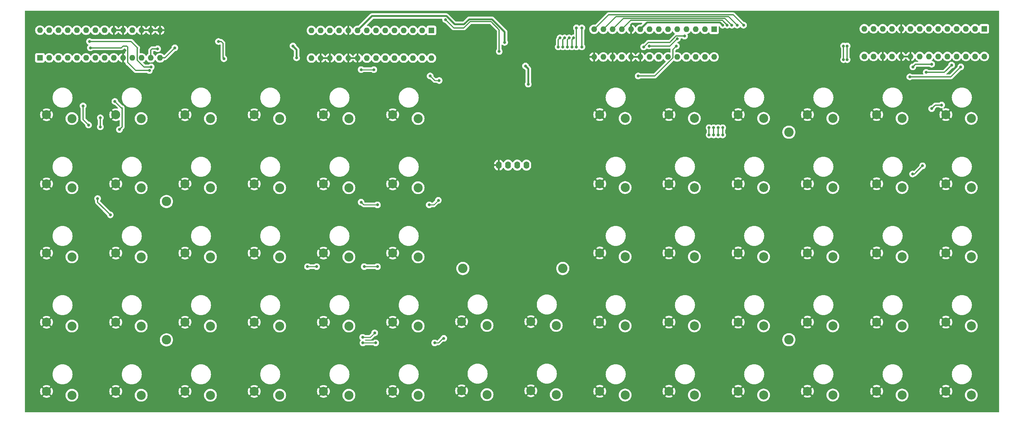
<source format=gbr>
G04 #@! TF.GenerationSoftware,KiCad,Pcbnew,7.0.2*
G04 #@! TF.CreationDate,2023-11-12T18:32:46-08:00*
G04 #@! TF.ProjectId,nomi_hw,6e6f6d69-5f68-4772-9e6b-696361645f70,rev?*
G04 #@! TF.SameCoordinates,Original*
G04 #@! TF.FileFunction,Copper,L2,Bot*
G04 #@! TF.FilePolarity,Positive*
%FSLAX46Y46*%
G04 Gerber Fmt 4.6, Leading zero omitted, Abs format (unit mm)*
G04 Created by KiCad (PCBNEW 7.0.2) date 2023-11-12 18:32:46*
%MOMM*%
%LPD*%
G01*
G04 APERTURE LIST*
G04 #@! TA.AperFunction,ComponentPad*
%ADD10C,2.500000*%
G04 #@! TD*
G04 #@! TA.AperFunction,ComponentPad*
%ADD11R,1.600000X1.600000*%
G04 #@! TD*
G04 #@! TA.AperFunction,ComponentPad*
%ADD12O,1.600000X1.600000*%
G04 #@! TD*
G04 #@! TA.AperFunction,ComponentPad*
%ADD13C,2.600000*%
G04 #@! TD*
G04 #@! TA.AperFunction,ComponentPad*
%ADD14O,1.600000X2.000000*%
G04 #@! TD*
G04 #@! TA.AperFunction,ViaPad*
%ADD15C,0.800000*%
G04 #@! TD*
G04 #@! TA.AperFunction,Conductor*
%ADD16C,0.300000*%
G04 #@! TD*
G04 #@! TA.AperFunction,Conductor*
%ADD17C,0.250000*%
G04 #@! TD*
G04 #@! TA.AperFunction,Conductor*
%ADD18C,0.500000*%
G04 #@! TD*
G04 APERTURE END LIST*
D10*
X242259837Y-70734920D03*
X235259837Y-69684920D03*
D11*
X302990000Y-27000000D03*
D12*
X300450000Y-27000000D03*
X297910000Y-27000000D03*
X295370000Y-27000000D03*
X292830000Y-27000000D03*
X290290000Y-27000000D03*
X287750000Y-27000000D03*
X285210000Y-27000000D03*
X282670000Y-27000000D03*
X280130000Y-27000000D03*
X277590000Y-27000000D03*
X275050000Y-27000000D03*
X272510000Y-27000000D03*
X269970000Y-27000000D03*
X269970000Y-34620000D03*
X272510000Y-34620000D03*
X275050000Y-34620000D03*
X277590000Y-34620000D03*
X280130000Y-34620000D03*
X282670000Y-34620000D03*
X285210000Y-34620000D03*
X287750000Y-34620000D03*
X290290000Y-34620000D03*
X292830000Y-34620000D03*
X295370000Y-34620000D03*
X297910000Y-34620000D03*
X300450000Y-34620000D03*
X302990000Y-34620000D03*
D10*
X242259836Y-127884920D03*
X235259836Y-126834920D03*
X109088641Y-89819782D03*
X102088641Y-88769782D03*
D13*
X249209837Y-55484920D03*
D10*
X70988641Y-51719781D03*
X63988641Y-50669781D03*
D14*
X169380000Y-64550000D03*
X171920000Y-64550000D03*
X174460000Y-64550000D03*
X177000000Y-64550000D03*
D10*
X223209836Y-127884920D03*
X216209836Y-126834920D03*
X128138642Y-108869782D03*
X121138642Y-107819782D03*
X299409836Y-89784919D03*
X292409836Y-88734919D03*
X204159836Y-127884920D03*
X197159836Y-126834920D03*
X223209836Y-108834920D03*
X216209836Y-107784920D03*
X204159836Y-89784920D03*
X197159836Y-88734920D03*
X70988641Y-70769781D03*
X63988641Y-69719781D03*
D13*
X187000000Y-93000000D03*
X77938641Y-74569782D03*
D10*
X109088641Y-70769782D03*
X102088641Y-69719782D03*
X299409837Y-70734919D03*
X292409837Y-69684919D03*
X261309836Y-108834920D03*
X254309836Y-107784920D03*
X90038641Y-89819782D03*
X83038641Y-88769782D03*
X204159836Y-108834920D03*
X197159836Y-107784920D03*
X299409836Y-127884919D03*
X292409836Y-126834919D03*
X242259836Y-89784920D03*
X235259836Y-88734920D03*
X299409837Y-51684919D03*
X292409837Y-50634919D03*
X280359836Y-89784920D03*
X273359836Y-88734920D03*
X147188641Y-70769782D03*
X140188641Y-69719782D03*
X109088642Y-127919782D03*
X102088642Y-126869782D03*
X280359837Y-70734920D03*
X273359837Y-69684920D03*
X90038642Y-127919782D03*
X83038642Y-126869782D03*
X242259837Y-51684920D03*
X235259837Y-50634920D03*
X223209837Y-51684920D03*
X216209837Y-50634920D03*
X147188642Y-108869782D03*
X140188642Y-107819782D03*
X128138641Y-51719782D03*
X121138641Y-50669782D03*
D11*
X150860000Y-27450000D03*
D12*
X148320000Y-27450000D03*
X145780000Y-27450000D03*
X143240000Y-27450000D03*
X140700000Y-27450000D03*
X138160000Y-27450000D03*
X135620000Y-27450000D03*
X133080000Y-27450000D03*
X130540000Y-27450000D03*
X128000000Y-27450000D03*
X125460000Y-27450000D03*
X122920000Y-27450000D03*
X120380000Y-27450000D03*
X117840000Y-27450000D03*
X117840000Y-35070000D03*
X120380000Y-35070000D03*
X122920000Y-35070000D03*
X125460000Y-35070000D03*
X128000000Y-35070000D03*
X130540000Y-35070000D03*
X133080000Y-35070000D03*
X135620000Y-35070000D03*
X138160000Y-35070000D03*
X140700000Y-35070000D03*
X143240000Y-35070000D03*
X145780000Y-35070000D03*
X148320000Y-35070000D03*
X150860000Y-35070000D03*
D10*
X185200000Y-108700000D03*
X178200000Y-107650000D03*
X299409836Y-108834919D03*
X292409836Y-107784919D03*
D11*
X43130000Y-35000000D03*
D12*
X45670000Y-35000000D03*
X48210000Y-35000000D03*
X50750000Y-35000000D03*
X53290000Y-35000000D03*
X55830000Y-35000000D03*
X58370000Y-35000000D03*
X60910000Y-35000000D03*
X63450000Y-35000000D03*
X65990000Y-35000000D03*
X68530000Y-35000000D03*
X71070000Y-35000000D03*
X73610000Y-35000000D03*
X76150000Y-35000000D03*
X76150000Y-27380000D03*
X73610000Y-27380000D03*
X71070000Y-27380000D03*
X68530000Y-27380000D03*
X65990000Y-27380000D03*
X63450000Y-27380000D03*
X60910000Y-27380000D03*
X58370000Y-27380000D03*
X55830000Y-27380000D03*
X53290000Y-27380000D03*
X50750000Y-27380000D03*
X48210000Y-27380000D03*
X45670000Y-27380000D03*
X43130000Y-27380000D03*
D10*
X261309836Y-127884920D03*
X254309836Y-126834920D03*
X185200000Y-127750000D03*
X178200000Y-126700000D03*
X128138641Y-70769782D03*
X121138641Y-69719782D03*
X147188642Y-127919782D03*
X140188642Y-126869782D03*
D13*
X77938642Y-112669782D03*
D10*
X223209836Y-89784920D03*
X216209836Y-88734920D03*
X70988642Y-108869781D03*
X63988642Y-107819781D03*
X261309837Y-70734920D03*
X254309837Y-69684920D03*
X147188641Y-51719782D03*
X140188641Y-50669782D03*
X70988641Y-89819782D03*
X63988641Y-88769782D03*
X51938642Y-108869781D03*
X44938642Y-107819781D03*
X90038641Y-70769782D03*
X83038641Y-69719782D03*
X128138642Y-127919782D03*
X121138642Y-126869782D03*
X109088641Y-51719782D03*
X102088641Y-50669782D03*
X70988642Y-127919781D03*
X63988642Y-126869781D03*
X128138641Y-89819782D03*
X121138641Y-88769782D03*
X261309837Y-51684920D03*
X254309837Y-50634920D03*
X223209837Y-70734920D03*
X216209837Y-69684920D03*
X261309836Y-89784920D03*
X254309836Y-88734920D03*
X204159837Y-70734920D03*
X197159837Y-69684920D03*
X147188641Y-89819782D03*
X140188641Y-88769782D03*
D13*
X249209836Y-112634920D03*
D10*
X280359836Y-108834920D03*
X273359836Y-107784920D03*
X109088642Y-108869782D03*
X102088642Y-107819782D03*
X204159837Y-51684920D03*
X197159837Y-50634920D03*
X280359837Y-51684920D03*
X273359837Y-50634920D03*
D13*
X159500000Y-93000000D03*
D10*
X90038641Y-51719782D03*
X83038641Y-50669782D03*
X166150000Y-127750000D03*
X159150000Y-126700000D03*
X166150000Y-108700000D03*
X159150000Y-107650000D03*
X51938641Y-70769781D03*
X44938641Y-69719781D03*
X51938641Y-51719781D03*
X44938641Y-50669781D03*
X51938641Y-89819781D03*
X44938641Y-88769781D03*
X242259836Y-108834920D03*
X235259836Y-107784920D03*
X280359836Y-127884920D03*
X273359836Y-126834920D03*
X51938642Y-127919781D03*
X44938642Y-126869781D03*
X90038642Y-108869782D03*
X83038642Y-107819782D03*
D11*
X228620000Y-27130000D03*
D12*
X226080000Y-27130000D03*
X223540000Y-27130000D03*
X221000000Y-27130000D03*
X218460000Y-27130000D03*
X215920000Y-27130000D03*
X213380000Y-27130000D03*
X210840000Y-27130000D03*
X208300000Y-27130000D03*
X205760000Y-27130000D03*
X203220000Y-27130000D03*
X200680000Y-27130000D03*
X198140000Y-27130000D03*
X195600000Y-27130000D03*
X195600000Y-34750000D03*
X198140000Y-34750000D03*
X200680000Y-34750000D03*
X203220000Y-34750000D03*
X205760000Y-34750000D03*
X208300000Y-34750000D03*
X210840000Y-34750000D03*
X213380000Y-34750000D03*
X215920000Y-34750000D03*
X218460000Y-34750000D03*
X221000000Y-34750000D03*
X223540000Y-34750000D03*
X226080000Y-34750000D03*
X228620000Y-34750000D03*
D15*
X84750000Y-70750000D03*
X131000000Y-33250000D03*
X142500000Y-127750000D03*
X272750000Y-86750000D03*
X214500000Y-106250000D03*
X198250000Y-106250000D03*
X142500000Y-51500000D03*
X64250000Y-29250000D03*
X128750000Y-29250000D03*
X142000000Y-70750000D03*
X123250000Y-89750000D03*
X47500000Y-127500000D03*
X178750000Y-124500000D03*
X217500000Y-124500000D03*
X66500000Y-29250000D03*
X272250000Y-48750000D03*
X216250000Y-54500000D03*
X62500000Y-48750000D03*
X123000000Y-127750000D03*
X85000000Y-127750000D03*
X233750000Y-67750000D03*
X253500000Y-67500000D03*
X294500000Y-51750000D03*
X166000000Y-64250000D03*
X104250000Y-108500000D03*
X205000000Y-29250000D03*
X104500000Y-70500000D03*
X291000000Y-86750000D03*
X123500000Y-51250000D03*
X62250000Y-90250000D03*
X272750000Y-67500000D03*
X279250000Y-29000000D03*
X196250000Y-87000000D03*
X291250000Y-105750000D03*
X123250000Y-33000000D03*
X74250000Y-29500000D03*
X159500000Y-124500000D03*
X197500000Y-124500000D03*
X66500000Y-108750000D03*
X142250000Y-89500000D03*
X71500000Y-29500000D03*
X85000000Y-51500000D03*
X253500000Y-48500000D03*
X47250000Y-51250000D03*
X272250000Y-124500000D03*
X201500000Y-32750000D03*
X282750000Y-32500000D03*
X291000000Y-124750000D03*
X234000000Y-87250000D03*
X196500000Y-36500000D03*
X253250000Y-86750000D03*
X276000000Y-36250000D03*
X161000000Y-106250000D03*
X234250000Y-48500000D03*
X120750000Y-33250000D03*
X253250000Y-106000000D03*
X47250000Y-70250000D03*
X66500000Y-33000000D03*
X128500000Y-33250000D03*
X123250000Y-108500000D03*
X271750000Y-106000000D03*
X196500000Y-48250000D03*
X199250000Y-71000000D03*
X47250000Y-89250000D03*
X66500000Y-127750000D03*
X104500000Y-51250000D03*
X207500000Y-36500000D03*
X123250000Y-70000000D03*
X234750000Y-124500000D03*
X85000000Y-108500000D03*
X205000000Y-36500000D03*
X218500000Y-71000000D03*
X215000000Y-87000000D03*
X253000000Y-124500000D03*
X291750000Y-67500000D03*
X281250000Y-32500000D03*
X180250000Y-108750000D03*
X66500000Y-70750000D03*
X77000000Y-25500000D03*
X143250000Y-109000000D03*
X233500000Y-106250000D03*
X178000000Y-29500000D03*
X47250000Y-108250000D03*
X104500000Y-89750000D03*
X104000000Y-127750000D03*
X56750000Y-30500000D03*
X73750000Y-37500000D03*
X132000000Y-113500000D03*
X135500000Y-113500000D03*
X154250000Y-112250000D03*
X151750000Y-113500000D03*
X131500000Y-38250000D03*
X135000000Y-38250000D03*
X190750000Y-26750000D03*
X190750000Y-32000000D03*
X264250000Y-31750000D03*
X264250000Y-35500000D03*
X283310500Y-37500000D03*
X288500000Y-36750000D03*
X73250000Y-38500000D03*
X57000000Y-32250000D03*
X131500000Y-74750000D03*
X136000000Y-75500000D03*
X150250000Y-75500000D03*
X152750000Y-74250000D03*
X192250000Y-26750000D03*
X192250000Y-32000000D03*
X227250000Y-56250000D03*
X227250000Y-54250000D03*
X265250000Y-35500000D03*
X265250000Y-31750000D03*
X283250000Y-67000000D03*
X286000000Y-64750000D03*
X62500000Y-78250000D03*
X59000000Y-73750000D03*
X56500000Y-53500000D03*
X55000000Y-48250000D03*
X116750000Y-92500000D03*
X136000000Y-92500000D03*
X132355500Y-92500000D03*
X119250000Y-92500000D03*
X207750000Y-40000000D03*
X218250000Y-31750000D03*
X228500000Y-56250000D03*
X228500000Y-54250000D03*
X282500000Y-40250000D03*
X296500000Y-37500000D03*
X65000000Y-54750000D03*
X63750000Y-47000000D03*
X93750000Y-35250000D03*
X92250000Y-30500000D03*
X131925993Y-111974500D03*
X135250000Y-110750000D03*
X220500000Y-29000000D03*
X209250000Y-32000000D03*
X229750000Y-54250000D03*
X229750000Y-56250000D03*
X294000000Y-37000000D03*
X287000000Y-39000000D03*
X59750000Y-51500000D03*
X59750000Y-54000000D03*
X218500000Y-29750000D03*
X210750000Y-31750000D03*
X231000000Y-56250000D03*
X231000000Y-54250000D03*
X291250000Y-48000000D03*
X288499500Y-49000000D03*
X150500000Y-40000000D03*
X153000000Y-41250000D03*
X113750000Y-35000000D03*
X176750000Y-37250000D03*
X171000000Y-30750000D03*
X112750000Y-31750000D03*
X177500000Y-42250000D03*
X231000000Y-26000000D03*
X189500000Y-32000000D03*
X190000000Y-29500000D03*
X232250000Y-26000000D03*
X188250000Y-32000000D03*
X233500000Y-26000000D03*
X188750000Y-29500000D03*
X169500000Y-33250000D03*
X185750000Y-32000000D03*
X186250000Y-29500000D03*
X154750000Y-24500000D03*
X235000000Y-26000000D03*
X75500000Y-32500000D03*
X236750000Y-26000000D03*
X187500000Y-29500000D03*
X187000000Y-32000000D03*
X80250000Y-32250000D03*
D16*
X71750000Y-37500000D02*
X73750000Y-37500000D01*
X69920000Y-35670000D02*
X71750000Y-37500000D01*
X70000000Y-32250000D02*
X69920000Y-32330000D01*
X56750000Y-30500000D02*
X68250000Y-30500000D01*
X69920000Y-32330000D02*
X69920000Y-35670000D01*
X68250000Y-30500000D02*
X70000000Y-32250000D01*
D17*
X154250000Y-112250000D02*
X154000000Y-112250000D01*
X135500000Y-113500000D02*
X132000000Y-113500000D01*
X152750000Y-113500000D02*
X151750000Y-113500000D01*
X154000000Y-112250000D02*
X152750000Y-113500000D01*
X135000000Y-38250000D02*
X131500000Y-38250000D01*
D16*
X190750000Y-26750000D02*
X190750000Y-32000000D01*
X264250000Y-31750000D02*
X264250000Y-35500000D01*
X288500000Y-36750000D02*
X284060500Y-36750000D01*
X284060500Y-36750000D02*
X283310500Y-37500000D01*
X67250000Y-32000000D02*
X67250000Y-36250000D01*
X69500000Y-38500000D02*
X73250000Y-38500000D01*
X65500000Y-32250000D02*
X66000000Y-31750000D01*
X66750000Y-31750000D02*
X67000000Y-31750000D01*
X57000000Y-32250000D02*
X65500000Y-32250000D01*
X67000000Y-31750000D02*
X67250000Y-32000000D01*
X66000000Y-31750000D02*
X66750000Y-31750000D01*
X68000000Y-37000000D02*
X69500000Y-38500000D01*
X67250000Y-36250000D02*
X68000000Y-37000000D01*
D17*
X151500000Y-75500000D02*
X150250000Y-75500000D01*
X152750000Y-74250000D02*
X151500000Y-75500000D01*
X136000000Y-75500000D02*
X132250000Y-75500000D01*
X132250000Y-75500000D02*
X131500000Y-74750000D01*
D16*
X192250000Y-26750000D02*
X192250000Y-32000000D01*
X227250000Y-54250000D02*
X227250000Y-56250000D01*
X265250000Y-31750000D02*
X265250000Y-35500000D01*
X283750000Y-67000000D02*
X283250000Y-67000000D01*
X286000000Y-64750000D02*
X283750000Y-67000000D01*
X59000000Y-74750000D02*
X61000000Y-76750000D01*
X55000000Y-48250000D02*
X55000000Y-52000000D01*
X55000000Y-52000000D02*
X56500000Y-53500000D01*
X59000000Y-73750000D02*
X59000000Y-74750000D01*
X61000000Y-76750000D02*
X62500000Y-78250000D01*
D17*
X119250000Y-92500000D02*
X116750000Y-92500000D01*
X136000000Y-92500000D02*
X132355500Y-92500000D01*
D16*
X218250000Y-31750000D02*
X217310000Y-32690000D01*
X217310000Y-32690000D02*
X217310000Y-34986346D01*
X212296346Y-40000000D02*
X207750000Y-40000000D01*
X217310000Y-34986346D02*
X212296346Y-40000000D01*
X228500000Y-54250000D02*
X228500000Y-56250000D01*
X293750000Y-40250000D02*
X282500000Y-40250000D01*
X296500000Y-37500000D02*
X293750000Y-40250000D01*
X65750000Y-48750000D02*
X65750000Y-54000000D01*
X65500000Y-48750000D02*
X65750000Y-48750000D01*
X65750000Y-54000000D02*
X65000000Y-54750000D01*
X63750000Y-47000000D02*
X65500000Y-48750000D01*
X93500000Y-31250000D02*
X93500000Y-34750000D01*
X93500000Y-31000000D02*
X93500000Y-31250000D01*
X93500000Y-35000000D02*
X93750000Y-35250000D01*
X92250000Y-30500000D02*
X93000000Y-30500000D01*
X93500000Y-34750000D02*
X93500000Y-35000000D01*
X93000000Y-30500000D02*
X93500000Y-31000000D01*
D17*
X135250000Y-110750000D02*
X134025500Y-111974500D01*
X134025500Y-111974500D02*
X131925993Y-111974500D01*
D16*
X210500000Y-30750000D02*
X209250000Y-32000000D01*
X220500000Y-29000000D02*
X218189339Y-29000000D01*
X218189339Y-29000000D02*
X216439339Y-30750000D01*
X216439339Y-30750000D02*
X216250000Y-30750000D01*
X216250000Y-30750000D02*
X210500000Y-30750000D01*
X229750000Y-54250000D02*
X229750000Y-56250000D01*
X292000000Y-39000000D02*
X287000000Y-39000000D01*
X294000000Y-37000000D02*
X292000000Y-39000000D01*
X59750000Y-51500000D02*
X59750000Y-54000000D01*
X218500000Y-29750000D02*
X216500000Y-31750000D01*
X216500000Y-31750000D02*
X210750000Y-31750000D01*
X231000000Y-54250000D02*
X231000000Y-56250000D01*
X289499500Y-48000000D02*
X288499500Y-49000000D01*
X291250000Y-48000000D02*
X289499500Y-48000000D01*
D17*
X151750000Y-41250000D02*
X153000000Y-41250000D01*
X150500000Y-40000000D02*
X151750000Y-41250000D01*
D18*
X177500000Y-42250000D02*
X177500000Y-38000000D01*
X154952082Y-23500000D02*
X134490000Y-23500000D01*
X113750000Y-35000000D02*
X113750000Y-32750000D01*
X134490000Y-23500000D02*
X130540000Y-27450000D01*
X208300000Y-27130000D02*
X210180000Y-25250000D01*
X210180000Y-25250000D02*
X229750000Y-25250000D01*
X167498528Y-24400000D02*
X161251472Y-24400000D01*
X177500000Y-38000000D02*
X176750000Y-37250000D01*
X230250000Y-25250000D02*
X231000000Y-26000000D01*
X113750000Y-32750000D02*
X112750000Y-31750000D01*
X157250000Y-25797918D02*
X159853554Y-25797918D01*
X171000000Y-30750000D02*
X171000000Y-27901472D01*
X229750000Y-25250000D02*
X230250000Y-25250000D01*
X157250000Y-25797918D02*
X154952082Y-23500000D01*
X171000000Y-27901472D02*
X167498528Y-24400000D01*
X159853554Y-25797918D02*
X161251472Y-24400000D01*
D16*
X189500000Y-30000000D02*
X190000000Y-29500000D01*
X230900000Y-24650000D02*
X232250000Y-26000000D01*
X211500000Y-24650000D02*
X230900000Y-24650000D01*
X205700000Y-24650000D02*
X211500000Y-24650000D01*
X189500000Y-32000000D02*
X189500000Y-30000000D01*
X203220000Y-27130000D02*
X205700000Y-24650000D01*
X203660000Y-24150000D02*
X213500000Y-24150000D01*
X231650000Y-24150000D02*
X233500000Y-26000000D01*
X188250000Y-30000000D02*
X188750000Y-29500000D01*
X213500000Y-24150000D02*
X231650000Y-24150000D01*
X188250000Y-32000000D02*
X188250000Y-30000000D01*
X200680000Y-27130000D02*
X203660000Y-24150000D01*
X207250000Y-23650000D02*
X232650000Y-23650000D01*
X154750000Y-24500000D02*
X157000000Y-26750000D01*
X159750000Y-26750000D02*
X161500000Y-25000000D01*
X232650000Y-23650000D02*
X235000000Y-26000000D01*
X185750000Y-32000000D02*
X185750000Y-30000000D01*
X157000000Y-26750000D02*
X159750000Y-26750000D01*
X198140000Y-27130000D02*
X201620000Y-23650000D01*
X161500000Y-25000000D02*
X167250000Y-25000000D01*
X185750000Y-30000000D02*
X186250000Y-29500000D01*
X201620000Y-23650000D02*
X207250000Y-23650000D01*
X169500000Y-27250000D02*
X169500000Y-33250000D01*
X75500000Y-32500000D02*
X74000000Y-32500000D01*
X74000000Y-32500000D02*
X73610000Y-32890000D01*
X73610000Y-32890000D02*
X73610000Y-35000000D01*
X167250000Y-25000000D02*
X169500000Y-27250000D01*
X77500000Y-35000000D02*
X76150000Y-35000000D01*
X201412893Y-23150000D02*
X233900000Y-23150000D01*
X80250000Y-32250000D02*
X77500000Y-35000000D01*
X199580000Y-23150000D02*
X201412893Y-23150000D01*
X187000000Y-30000000D02*
X187500000Y-29500000D01*
X187000000Y-32000000D02*
X187000000Y-30000000D01*
X195600000Y-27130000D02*
X199580000Y-23150000D01*
X233900000Y-23150000D02*
X236750000Y-26000000D01*
G04 #@! TA.AperFunction,Conductor*
G36*
X122592359Y-34831955D02*
G01*
X122534835Y-34944852D01*
X122515014Y-35070000D01*
X122534835Y-35195148D01*
X122592359Y-35308045D01*
X122604314Y-35320000D01*
X120695686Y-35320000D01*
X120707641Y-35308045D01*
X120765165Y-35195148D01*
X120784986Y-35070000D01*
X120765165Y-34944852D01*
X120707641Y-34831955D01*
X120695686Y-34820000D01*
X122604314Y-34820000D01*
X122592359Y-34831955D01*
G37*
G04 #@! TD.AperFunction*
G04 #@! TA.AperFunction,Conductor*
G36*
X130212359Y-34831955D02*
G01*
X130154835Y-34944852D01*
X130135014Y-35070000D01*
X130154835Y-35195148D01*
X130212359Y-35308045D01*
X130224314Y-35320000D01*
X128315686Y-35320000D01*
X128327641Y-35308045D01*
X128385165Y-35195148D01*
X128404986Y-35070000D01*
X128385165Y-34944852D01*
X128327641Y-34831955D01*
X128315686Y-34820000D01*
X130224314Y-34820000D01*
X130212359Y-34831955D01*
G37*
G04 #@! TD.AperFunction*
G04 #@! TA.AperFunction,Conductor*
G36*
X207972359Y-34511955D02*
G01*
X207914835Y-34624852D01*
X207895014Y-34750000D01*
X207914835Y-34875148D01*
X207972359Y-34988045D01*
X207984314Y-35000000D01*
X206075686Y-35000000D01*
X206087641Y-34988045D01*
X206145165Y-34875148D01*
X206164986Y-34750000D01*
X206145165Y-34624852D01*
X206087641Y-34511955D01*
X206075686Y-34500000D01*
X207984314Y-34500000D01*
X207972359Y-34511955D01*
G37*
G04 #@! TD.AperFunction*
G04 #@! TA.AperFunction,Conductor*
G36*
X208816496Y-25328185D02*
G01*
X208862251Y-25380989D01*
X208872195Y-25450147D01*
X208843170Y-25513703D01*
X208837156Y-25520161D01*
X208623436Y-25733882D01*
X208562329Y-25794989D01*
X208501006Y-25828473D01*
X208463841Y-25830835D01*
X208300000Y-25816501D01*
X208071915Y-25836456D01*
X207850753Y-25895717D01*
X207643255Y-25992474D01*
X207549475Y-26058139D01*
X207481837Y-26105501D01*
X207455696Y-26123805D01*
X207293805Y-26285696D01*
X207293802Y-26285699D01*
X207293802Y-26285700D01*
X207162477Y-26473251D01*
X207162476Y-26473253D01*
X207162474Y-26473256D01*
X207137691Y-26526402D01*
X207091518Y-26578841D01*
X207024325Y-26597992D01*
X206957444Y-26577775D01*
X206912927Y-26526400D01*
X206890132Y-26477516D01*
X206759658Y-26291180D01*
X206598819Y-26130341D01*
X206412480Y-25999865D01*
X206206326Y-25903733D01*
X206010000Y-25851126D01*
X206010000Y-26814313D01*
X205998045Y-26802359D01*
X205885148Y-26744835D01*
X205791481Y-26730000D01*
X205728519Y-26730000D01*
X205634852Y-26744835D01*
X205521955Y-26802359D01*
X205510000Y-26814314D01*
X205510000Y-25822621D01*
X205529685Y-25755582D01*
X205546316Y-25734943D01*
X205936440Y-25344819D01*
X205997764Y-25311334D01*
X206024122Y-25308500D01*
X208749457Y-25308500D01*
X208816496Y-25328185D01*
G37*
G04 #@! TD.AperFunction*
G04 #@! TA.AperFunction,Conductor*
G36*
X282342359Y-34381955D02*
G01*
X282284835Y-34494852D01*
X282265014Y-34620000D01*
X282284835Y-34745148D01*
X282342359Y-34858045D01*
X282354314Y-34870000D01*
X280445686Y-34870000D01*
X280457641Y-34858045D01*
X280515165Y-34745148D01*
X280534986Y-34620000D01*
X280515165Y-34494852D01*
X280457641Y-34381955D01*
X280445686Y-34370000D01*
X282354314Y-34370000D01*
X282342359Y-34381955D01*
G37*
G04 #@! TD.AperFunction*
G04 #@! TA.AperFunction,Conductor*
G36*
X65662359Y-27141955D02*
G01*
X65604835Y-27254852D01*
X65585014Y-27380000D01*
X65604835Y-27505148D01*
X65662359Y-27618045D01*
X65674314Y-27630000D01*
X63765686Y-27630000D01*
X63777641Y-27618045D01*
X63835165Y-27505148D01*
X63854986Y-27380000D01*
X63835165Y-27254852D01*
X63777641Y-27141955D01*
X63765686Y-27130000D01*
X65674314Y-27130000D01*
X65662359Y-27141955D01*
G37*
G04 #@! TD.AperFunction*
G04 #@! TA.AperFunction,Conductor*
G36*
X73282359Y-27141955D02*
G01*
X73224835Y-27254852D01*
X73205014Y-27380000D01*
X73224835Y-27505148D01*
X73282359Y-27618045D01*
X73294314Y-27630000D01*
X71385686Y-27630000D01*
X71397641Y-27618045D01*
X71455165Y-27505148D01*
X71474986Y-27380000D01*
X71455165Y-27254852D01*
X71397641Y-27141955D01*
X71385686Y-27130000D01*
X73294314Y-27130000D01*
X73282359Y-27141955D01*
G37*
G04 #@! TD.AperFunction*
G04 #@! TA.AperFunction,Conductor*
G36*
X75822359Y-27141955D02*
G01*
X75764835Y-27254852D01*
X75745014Y-27380000D01*
X75764835Y-27505148D01*
X75822359Y-27618045D01*
X75834314Y-27630000D01*
X73925686Y-27630000D01*
X73937641Y-27618045D01*
X73995165Y-27505148D01*
X74014986Y-27380000D01*
X73995165Y-27254852D01*
X73937641Y-27141955D01*
X73925686Y-27130000D01*
X75834314Y-27130000D01*
X75822359Y-27141955D01*
G37*
G04 #@! TD.AperFunction*
G04 #@! TA.AperFunction,Conductor*
G36*
X307022539Y-22020185D02*
G01*
X307068294Y-22072989D01*
X307079500Y-22124500D01*
X307079500Y-132525500D01*
X307059815Y-132592539D01*
X307007011Y-132638294D01*
X306955500Y-132649500D01*
X39124500Y-132649500D01*
X39057461Y-132629815D01*
X39011706Y-132577011D01*
X39000500Y-132525500D01*
X39000500Y-126869781D01*
X43183734Y-126869781D01*
X43203335Y-127131333D01*
X43261701Y-127387051D01*
X43357524Y-127631205D01*
X43488669Y-127858354D01*
X43536515Y-127918352D01*
X43536516Y-127918352D01*
X44261445Y-127193422D01*
X44284701Y-127247334D01*
X44389398Y-127387966D01*
X44523704Y-127500663D01*
X44615307Y-127546667D01*
X43889473Y-128272501D01*
X44061188Y-128389574D01*
X44297502Y-128503377D01*
X44548138Y-128580689D01*
X44807498Y-128619781D01*
X45069786Y-128619781D01*
X45329145Y-128580689D01*
X45579781Y-128503377D01*
X45816098Y-128389573D01*
X45987809Y-128272501D01*
X45635089Y-127919781D01*
X50175210Y-127919781D01*
X50194906Y-128182605D01*
X50253555Y-128439561D01*
X50349846Y-128684905D01*
X50481626Y-128913156D01*
X50522709Y-128964672D01*
X50645956Y-129119219D01*
X50645957Y-129119220D01*
X50645959Y-129119222D01*
X50839155Y-129298482D01*
X50839157Y-129298483D01*
X50839161Y-129298487D01*
X51056927Y-129446957D01*
X51294388Y-129561313D01*
X51546242Y-129638999D01*
X51760606Y-129671309D01*
X51806860Y-129678281D01*
X51806861Y-129678281D01*
X52070424Y-129678281D01*
X52109706Y-129672360D01*
X52331042Y-129638999D01*
X52582896Y-129561313D01*
X52820358Y-129446957D01*
X53038123Y-129298487D01*
X53231328Y-129119219D01*
X53395657Y-128913157D01*
X53527438Y-128684905D01*
X53623729Y-128439561D01*
X53682377Y-128182607D01*
X53702073Y-127919781D01*
X53682377Y-127656955D01*
X53623729Y-127400001D01*
X53527438Y-127154657D01*
X53395657Y-126926405D01*
X53350501Y-126869781D01*
X62233734Y-126869781D01*
X62253335Y-127131333D01*
X62311701Y-127387051D01*
X62407524Y-127631205D01*
X62538669Y-127858354D01*
X62586515Y-127918352D01*
X63311445Y-127193422D01*
X63334701Y-127247334D01*
X63439398Y-127387966D01*
X63573704Y-127500663D01*
X63665307Y-127546667D01*
X62939473Y-128272501D01*
X63111188Y-128389574D01*
X63347502Y-128503377D01*
X63598138Y-128580689D01*
X63857498Y-128619781D01*
X64119786Y-128619781D01*
X64379145Y-128580689D01*
X64629781Y-128503377D01*
X64866098Y-128389573D01*
X65037809Y-128272501D01*
X64685089Y-127919781D01*
X69225210Y-127919781D01*
X69244906Y-128182605D01*
X69303555Y-128439561D01*
X69399846Y-128684905D01*
X69531626Y-128913156D01*
X69572709Y-128964672D01*
X69695956Y-129119219D01*
X69695957Y-129119220D01*
X69695959Y-129119222D01*
X69889155Y-129298482D01*
X69889157Y-129298483D01*
X69889161Y-129298487D01*
X70106927Y-129446957D01*
X70344388Y-129561313D01*
X70596242Y-129638999D01*
X70810606Y-129671309D01*
X70856860Y-129678281D01*
X70856861Y-129678281D01*
X71120424Y-129678281D01*
X71159706Y-129672360D01*
X71381042Y-129638999D01*
X71632896Y-129561313D01*
X71870358Y-129446957D01*
X72088123Y-129298487D01*
X72281328Y-129119219D01*
X72445657Y-128913157D01*
X72577438Y-128684905D01*
X72673729Y-128439561D01*
X72732377Y-128182607D01*
X72752073Y-127919781D01*
X72732377Y-127656955D01*
X72673729Y-127400001D01*
X72577438Y-127154657D01*
X72445657Y-126926405D01*
X72400502Y-126869782D01*
X81283734Y-126869782D01*
X81303335Y-127131334D01*
X81361701Y-127387052D01*
X81457524Y-127631206D01*
X81588669Y-127858355D01*
X81636515Y-127918353D01*
X81636516Y-127918353D01*
X82361445Y-127193423D01*
X82384701Y-127247335D01*
X82489398Y-127387967D01*
X82623704Y-127500664D01*
X82715307Y-127546668D01*
X81989473Y-128272502D01*
X82161188Y-128389575D01*
X82397502Y-128503378D01*
X82648138Y-128580690D01*
X82907498Y-128619782D01*
X83169786Y-128619782D01*
X83429145Y-128580690D01*
X83679781Y-128503378D01*
X83916098Y-128389574D01*
X84087809Y-128272502D01*
X83735088Y-127919781D01*
X88275210Y-127919781D01*
X88294906Y-128182606D01*
X88353555Y-128439562D01*
X88449846Y-128684906D01*
X88581625Y-128913156D01*
X88581627Y-128913158D01*
X88745956Y-129119220D01*
X88745958Y-129119222D01*
X88745959Y-129119223D01*
X88939155Y-129298483D01*
X88939157Y-129298484D01*
X88939161Y-129298488D01*
X89156927Y-129446958D01*
X89394388Y-129561314D01*
X89646242Y-129639000D01*
X89860606Y-129671310D01*
X89906860Y-129678282D01*
X89906861Y-129678282D01*
X90170424Y-129678282D01*
X90209705Y-129672361D01*
X90431042Y-129639000D01*
X90682896Y-129561314D01*
X90920358Y-129446958D01*
X91138123Y-129298488D01*
X91331328Y-129119220D01*
X91495657Y-128913158D01*
X91627438Y-128684906D01*
X91723729Y-128439562D01*
X91782377Y-128182608D01*
X91802073Y-127919782D01*
X91782377Y-127656956D01*
X91723729Y-127400002D01*
X91627438Y-127154658D01*
X91495657Y-126926406D01*
X91450501Y-126869782D01*
X100333734Y-126869782D01*
X100353335Y-127131334D01*
X100411701Y-127387052D01*
X100507524Y-127631206D01*
X100638669Y-127858355D01*
X100686515Y-127918353D01*
X101411445Y-127193423D01*
X101434701Y-127247335D01*
X101539398Y-127387967D01*
X101673704Y-127500664D01*
X101765307Y-127546668D01*
X101039473Y-128272502D01*
X101211188Y-128389575D01*
X101447502Y-128503378D01*
X101698138Y-128580690D01*
X101957498Y-128619782D01*
X102219786Y-128619782D01*
X102479145Y-128580690D01*
X102729781Y-128503378D01*
X102966098Y-128389574D01*
X103137809Y-128272502D01*
X102785089Y-127919782D01*
X107325210Y-127919782D01*
X107344906Y-128182606D01*
X107403555Y-128439562D01*
X107499846Y-128684906D01*
X107631625Y-128913156D01*
X107631627Y-128913158D01*
X107795956Y-129119220D01*
X107795958Y-129119222D01*
X107795959Y-129119223D01*
X107989155Y-129298483D01*
X107989157Y-129298484D01*
X107989161Y-129298488D01*
X108206927Y-129446958D01*
X108444388Y-129561314D01*
X108696242Y-129639000D01*
X108910606Y-129671310D01*
X108956860Y-129678282D01*
X108956861Y-129678282D01*
X109220424Y-129678282D01*
X109259706Y-129672361D01*
X109481042Y-129639000D01*
X109732896Y-129561314D01*
X109970358Y-129446958D01*
X110188123Y-129298488D01*
X110381328Y-129119220D01*
X110545657Y-128913158D01*
X110677438Y-128684906D01*
X110773729Y-128439562D01*
X110832377Y-128182608D01*
X110852073Y-127919782D01*
X110832377Y-127656956D01*
X110773729Y-127400002D01*
X110677438Y-127154658D01*
X110545657Y-126926406D01*
X110500501Y-126869782D01*
X119383734Y-126869782D01*
X119403335Y-127131334D01*
X119461701Y-127387052D01*
X119557524Y-127631206D01*
X119688669Y-127858355D01*
X119736515Y-127918353D01*
X119736516Y-127918353D01*
X120461445Y-127193423D01*
X120484701Y-127247335D01*
X120589398Y-127387967D01*
X120723704Y-127500664D01*
X120815307Y-127546668D01*
X120089473Y-128272502D01*
X120261188Y-128389575D01*
X120497502Y-128503378D01*
X120748138Y-128580690D01*
X121007498Y-128619782D01*
X121269786Y-128619782D01*
X121529145Y-128580690D01*
X121779781Y-128503378D01*
X122016098Y-128389574D01*
X122187809Y-128272502D01*
X121835088Y-127919781D01*
X126375210Y-127919781D01*
X126394906Y-128182606D01*
X126453555Y-128439562D01*
X126549846Y-128684906D01*
X126681625Y-128913156D01*
X126681627Y-128913158D01*
X126845956Y-129119220D01*
X126845958Y-129119222D01*
X126845959Y-129119223D01*
X127039155Y-129298483D01*
X127039157Y-129298484D01*
X127039161Y-129298488D01*
X127256927Y-129446958D01*
X127494388Y-129561314D01*
X127746242Y-129639000D01*
X127960606Y-129671310D01*
X128006860Y-129678282D01*
X128006861Y-129678282D01*
X128270424Y-129678282D01*
X128309706Y-129672361D01*
X128531042Y-129639000D01*
X128782896Y-129561314D01*
X129020358Y-129446958D01*
X129238123Y-129298488D01*
X129431328Y-129119220D01*
X129595657Y-128913158D01*
X129727438Y-128684906D01*
X129823729Y-128439562D01*
X129882377Y-128182608D01*
X129902073Y-127919782D01*
X129899460Y-127884920D01*
X129882377Y-127656957D01*
X129882377Y-127656955D01*
X129823729Y-127400002D01*
X129727438Y-127154658D01*
X129595657Y-126926406D01*
X129550501Y-126869782D01*
X138433734Y-126869782D01*
X138453335Y-127131334D01*
X138511701Y-127387052D01*
X138607524Y-127631206D01*
X138738669Y-127858355D01*
X138786515Y-127918353D01*
X138786516Y-127918353D01*
X139511445Y-127193423D01*
X139534701Y-127247335D01*
X139639398Y-127387967D01*
X139773704Y-127500664D01*
X139865307Y-127546668D01*
X139139473Y-128272502D01*
X139311188Y-128389575D01*
X139547502Y-128503378D01*
X139798138Y-128580690D01*
X140057498Y-128619782D01*
X140319786Y-128619782D01*
X140579145Y-128580690D01*
X140829781Y-128503378D01*
X141066098Y-128389574D01*
X141237809Y-128272502D01*
X140885088Y-127919781D01*
X145425210Y-127919781D01*
X145444906Y-128182606D01*
X145503555Y-128439562D01*
X145599846Y-128684906D01*
X145731625Y-128913156D01*
X145731627Y-128913158D01*
X145895956Y-129119220D01*
X145895958Y-129119222D01*
X145895959Y-129119223D01*
X146089155Y-129298483D01*
X146089157Y-129298484D01*
X146089161Y-129298488D01*
X146306927Y-129446958D01*
X146544388Y-129561314D01*
X146796242Y-129639000D01*
X147010606Y-129671310D01*
X147056860Y-129678282D01*
X147056861Y-129678282D01*
X147320424Y-129678282D01*
X147359705Y-129672361D01*
X147581042Y-129639000D01*
X147832896Y-129561314D01*
X148070358Y-129446958D01*
X148288123Y-129298488D01*
X148481328Y-129119220D01*
X148645657Y-128913158D01*
X148777438Y-128684906D01*
X148873729Y-128439562D01*
X148932377Y-128182608D01*
X148952073Y-127919782D01*
X148949460Y-127884920D01*
X148932377Y-127656957D01*
X148932377Y-127656955D01*
X148873729Y-127400002D01*
X148777438Y-127154658D01*
X148645657Y-126926406D01*
X148481328Y-126720344D01*
X148463495Y-126703797D01*
X148459402Y-126699999D01*
X157395092Y-126699999D01*
X157414693Y-126961552D01*
X157473059Y-127217270D01*
X157568882Y-127461424D01*
X157700027Y-127688573D01*
X157747873Y-127748571D01*
X157747874Y-127748571D01*
X158472803Y-127023641D01*
X158496059Y-127077553D01*
X158600756Y-127218185D01*
X158735062Y-127330882D01*
X158826665Y-127376886D01*
X158100831Y-128102720D01*
X158272546Y-128219793D01*
X158508860Y-128333596D01*
X158759496Y-128410908D01*
X159018856Y-128450000D01*
X159281144Y-128450000D01*
X159540503Y-128410908D01*
X159791139Y-128333596D01*
X160027456Y-128219792D01*
X160199167Y-128102720D01*
X159846447Y-127750000D01*
X164386568Y-127750000D01*
X164406264Y-128012824D01*
X164464913Y-128269780D01*
X164561204Y-128515124D01*
X164621627Y-128619781D01*
X164692985Y-128743376D01*
X164857314Y-128949438D01*
X164857316Y-128949440D01*
X164857317Y-128949441D01*
X165050513Y-129128701D01*
X165050515Y-129128702D01*
X165050519Y-129128706D01*
X165268285Y-129277176D01*
X165505746Y-129391532D01*
X165757600Y-129469218D01*
X165971964Y-129501528D01*
X166018218Y-129508500D01*
X166018219Y-129508500D01*
X166281782Y-129508500D01*
X166321063Y-129502579D01*
X166542400Y-129469218D01*
X166794254Y-129391532D01*
X167031716Y-129277176D01*
X167249481Y-129128706D01*
X167442686Y-128949438D01*
X167607015Y-128743376D01*
X167738796Y-128515124D01*
X167835087Y-128269780D01*
X167893735Y-128012826D01*
X167913431Y-127750000D01*
X167893735Y-127487174D01*
X167835087Y-127230220D01*
X167738796Y-126984876D01*
X167607015Y-126756624D01*
X167561859Y-126700000D01*
X176445092Y-126700000D01*
X176464693Y-126961552D01*
X176523059Y-127217270D01*
X176618882Y-127461424D01*
X176750027Y-127688573D01*
X176797873Y-127748571D01*
X176797874Y-127748571D01*
X177522803Y-127023641D01*
X177546059Y-127077553D01*
X177650756Y-127218185D01*
X177785062Y-127330882D01*
X177876665Y-127376886D01*
X177150831Y-128102720D01*
X177322546Y-128219793D01*
X177558860Y-128333596D01*
X177809496Y-128410908D01*
X178068856Y-128450000D01*
X178331144Y-128450000D01*
X178590503Y-128410908D01*
X178841139Y-128333596D01*
X179077456Y-128219792D01*
X179249167Y-128102720D01*
X178896447Y-127750000D01*
X183436568Y-127750000D01*
X183456264Y-128012824D01*
X183514913Y-128269780D01*
X183611204Y-128515124D01*
X183671627Y-128619781D01*
X183742985Y-128743376D01*
X183907314Y-128949438D01*
X183907316Y-128949440D01*
X183907317Y-128949441D01*
X184100513Y-129128701D01*
X184100515Y-129128702D01*
X184100519Y-129128706D01*
X184318285Y-129277176D01*
X184555746Y-129391532D01*
X184807600Y-129469218D01*
X185021964Y-129501528D01*
X185068218Y-129508500D01*
X185068219Y-129508500D01*
X185331782Y-129508500D01*
X185371063Y-129502579D01*
X185592400Y-129469218D01*
X185844254Y-129391532D01*
X186081716Y-129277176D01*
X186299481Y-129128706D01*
X186492686Y-128949438D01*
X186657015Y-128743376D01*
X186788796Y-128515124D01*
X186885087Y-128269780D01*
X186943735Y-128012826D01*
X186963431Y-127750000D01*
X186943735Y-127487174D01*
X186885087Y-127230220D01*
X186788796Y-126984876D01*
X186702219Y-126834919D01*
X195404928Y-126834919D01*
X195424529Y-127096472D01*
X195482895Y-127352190D01*
X195578718Y-127596344D01*
X195709863Y-127823493D01*
X195757709Y-127883491D01*
X195757710Y-127883491D01*
X196482639Y-127158561D01*
X196505895Y-127212473D01*
X196610592Y-127353105D01*
X196744898Y-127465802D01*
X196836501Y-127511806D01*
X196110667Y-128237640D01*
X196282382Y-128354713D01*
X196518696Y-128468516D01*
X196769332Y-128545828D01*
X197028692Y-128584920D01*
X197290980Y-128584920D01*
X197550339Y-128545828D01*
X197800975Y-128468516D01*
X198037292Y-128354712D01*
X198209003Y-128237640D01*
X197856283Y-127884920D01*
X202396404Y-127884920D01*
X202416100Y-128147744D01*
X202474749Y-128404700D01*
X202571040Y-128650044D01*
X202702820Y-128878295D01*
X202743903Y-128929811D01*
X202867150Y-129084358D01*
X202867152Y-129084360D01*
X202867153Y-129084361D01*
X203060349Y-129263621D01*
X203060351Y-129263622D01*
X203060355Y-129263626D01*
X203278121Y-129412096D01*
X203515582Y-129526452D01*
X203767436Y-129604138D01*
X203981800Y-129636448D01*
X204028054Y-129643420D01*
X204028055Y-129643420D01*
X204291618Y-129643420D01*
X204330900Y-129637499D01*
X204552236Y-129604138D01*
X204804090Y-129526452D01*
X205041552Y-129412096D01*
X205259317Y-129263626D01*
X205452522Y-129084358D01*
X205616851Y-128878296D01*
X205748632Y-128650044D01*
X205844923Y-128404700D01*
X205903571Y-128147746D01*
X205923267Y-127884920D01*
X205903571Y-127622094D01*
X205844923Y-127365140D01*
X205748632Y-127119796D01*
X205616851Y-126891544D01*
X205571694Y-126834919D01*
X214454928Y-126834919D01*
X214474529Y-127096472D01*
X214532895Y-127352190D01*
X214628718Y-127596344D01*
X214759863Y-127823493D01*
X214807709Y-127883491D01*
X214807710Y-127883491D01*
X215532639Y-127158561D01*
X215555895Y-127212473D01*
X215660592Y-127353105D01*
X215794898Y-127465802D01*
X215886501Y-127511806D01*
X215160667Y-128237640D01*
X215332382Y-128354713D01*
X215568696Y-128468516D01*
X215819332Y-128545828D01*
X216078692Y-128584920D01*
X216340980Y-128584920D01*
X216600339Y-128545828D01*
X216850975Y-128468516D01*
X217087292Y-128354712D01*
X217259003Y-128237640D01*
X216906283Y-127884920D01*
X221446404Y-127884920D01*
X221466100Y-128147744D01*
X221524749Y-128404700D01*
X221621040Y-128650044D01*
X221752820Y-128878295D01*
X221793903Y-128929811D01*
X221917150Y-129084358D01*
X221917152Y-129084360D01*
X221917153Y-129084361D01*
X222110349Y-129263621D01*
X222110351Y-129263622D01*
X222110355Y-129263626D01*
X222328121Y-129412096D01*
X222565582Y-129526452D01*
X222817436Y-129604138D01*
X223031800Y-129636448D01*
X223078054Y-129643420D01*
X223078055Y-129643420D01*
X223341618Y-129643420D01*
X223380900Y-129637499D01*
X223602236Y-129604138D01*
X223854090Y-129526452D01*
X224091552Y-129412096D01*
X224309317Y-129263626D01*
X224502522Y-129084358D01*
X224666851Y-128878296D01*
X224798632Y-128650044D01*
X224894923Y-128404700D01*
X224953571Y-128147746D01*
X224973267Y-127884920D01*
X224953571Y-127622094D01*
X224894923Y-127365140D01*
X224798632Y-127119796D01*
X224666851Y-126891544D01*
X224621694Y-126834919D01*
X233504928Y-126834919D01*
X233524529Y-127096472D01*
X233582895Y-127352190D01*
X233678718Y-127596344D01*
X233809863Y-127823493D01*
X233857709Y-127883491D01*
X233857710Y-127883491D01*
X234582639Y-127158561D01*
X234605895Y-127212473D01*
X234710592Y-127353105D01*
X234844898Y-127465802D01*
X234936501Y-127511806D01*
X234210667Y-128237640D01*
X234382382Y-128354713D01*
X234618696Y-128468516D01*
X234869332Y-128545828D01*
X235128692Y-128584920D01*
X235390980Y-128584920D01*
X235650339Y-128545828D01*
X235900975Y-128468516D01*
X236137292Y-128354712D01*
X236309003Y-128237640D01*
X235956283Y-127884920D01*
X240496404Y-127884920D01*
X240516100Y-128147744D01*
X240574749Y-128404700D01*
X240671040Y-128650044D01*
X240802820Y-128878295D01*
X240843903Y-128929811D01*
X240967150Y-129084358D01*
X240967152Y-129084360D01*
X240967153Y-129084361D01*
X241160349Y-129263621D01*
X241160351Y-129263622D01*
X241160355Y-129263626D01*
X241378121Y-129412096D01*
X241615582Y-129526452D01*
X241867436Y-129604138D01*
X242081800Y-129636448D01*
X242128054Y-129643420D01*
X242128055Y-129643420D01*
X242391618Y-129643420D01*
X242430899Y-129637499D01*
X242652236Y-129604138D01*
X242904090Y-129526452D01*
X243141552Y-129412096D01*
X243359317Y-129263626D01*
X243552522Y-129084358D01*
X243716851Y-128878296D01*
X243848632Y-128650044D01*
X243944923Y-128404700D01*
X244003571Y-128147746D01*
X244023267Y-127884920D01*
X244003571Y-127622094D01*
X243944923Y-127365140D01*
X243848632Y-127119796D01*
X243716851Y-126891544D01*
X243671695Y-126834920D01*
X252554928Y-126834920D01*
X252574529Y-127096472D01*
X252632895Y-127352190D01*
X252728718Y-127596344D01*
X252859863Y-127823493D01*
X252907709Y-127883491D01*
X253632639Y-127158561D01*
X253655895Y-127212473D01*
X253760592Y-127353105D01*
X253894898Y-127465802D01*
X253986501Y-127511806D01*
X253260667Y-128237640D01*
X253432382Y-128354713D01*
X253668696Y-128468516D01*
X253919332Y-128545828D01*
X254178692Y-128584920D01*
X254440980Y-128584920D01*
X254700339Y-128545828D01*
X254950975Y-128468516D01*
X255187292Y-128354712D01*
X255359003Y-128237640D01*
X255006283Y-127884920D01*
X259546404Y-127884920D01*
X259566100Y-128147744D01*
X259624749Y-128404700D01*
X259721040Y-128650044D01*
X259852820Y-128878295D01*
X259893903Y-128929811D01*
X260017150Y-129084358D01*
X260017152Y-129084360D01*
X260017153Y-129084361D01*
X260210349Y-129263621D01*
X260210351Y-129263622D01*
X260210355Y-129263626D01*
X260428121Y-129412096D01*
X260665582Y-129526452D01*
X260917436Y-129604138D01*
X261131800Y-129636448D01*
X261178054Y-129643420D01*
X261178055Y-129643420D01*
X261441618Y-129643420D01*
X261480899Y-129637499D01*
X261702236Y-129604138D01*
X261954090Y-129526452D01*
X262191552Y-129412096D01*
X262409317Y-129263626D01*
X262602522Y-129084358D01*
X262766851Y-128878296D01*
X262898632Y-128650044D01*
X262994923Y-128404700D01*
X263053571Y-128147746D01*
X263073267Y-127884920D01*
X263053571Y-127622094D01*
X262994923Y-127365140D01*
X262898632Y-127119796D01*
X262766851Y-126891544D01*
X262721695Y-126834920D01*
X271604928Y-126834920D01*
X271624529Y-127096472D01*
X271682895Y-127352190D01*
X271778718Y-127596344D01*
X271909863Y-127823493D01*
X271957709Y-127883491D01*
X271957710Y-127883491D01*
X272682639Y-127158561D01*
X272705895Y-127212473D01*
X272810592Y-127353105D01*
X272944898Y-127465802D01*
X273036501Y-127511806D01*
X272310667Y-128237640D01*
X272482382Y-128354713D01*
X272718696Y-128468516D01*
X272969332Y-128545828D01*
X273228692Y-128584920D01*
X273490980Y-128584920D01*
X273750339Y-128545828D01*
X274000975Y-128468516D01*
X274237292Y-128354712D01*
X274409003Y-128237640D01*
X274056283Y-127884920D01*
X278596404Y-127884920D01*
X278616100Y-128147744D01*
X278674749Y-128404700D01*
X278771040Y-128650044D01*
X278902820Y-128878295D01*
X278943903Y-128929811D01*
X279067150Y-129084358D01*
X279067152Y-129084360D01*
X279067153Y-129084361D01*
X279260349Y-129263621D01*
X279260351Y-129263622D01*
X279260355Y-129263626D01*
X279478121Y-129412096D01*
X279715582Y-129526452D01*
X279967436Y-129604138D01*
X280181800Y-129636448D01*
X280228054Y-129643420D01*
X280228055Y-129643420D01*
X280491618Y-129643420D01*
X280530900Y-129637499D01*
X280752236Y-129604138D01*
X281004090Y-129526452D01*
X281241552Y-129412096D01*
X281459317Y-129263626D01*
X281652522Y-129084358D01*
X281816851Y-128878296D01*
X281948632Y-128650044D01*
X282044923Y-128404700D01*
X282103571Y-128147746D01*
X282123267Y-127884920D01*
X282103571Y-127622094D01*
X282044923Y-127365140D01*
X281948632Y-127119796D01*
X281816851Y-126891544D01*
X281771693Y-126834918D01*
X290654928Y-126834918D01*
X290674529Y-127096471D01*
X290732895Y-127352189D01*
X290828718Y-127596343D01*
X290959863Y-127823492D01*
X291007709Y-127883490D01*
X291732639Y-127158559D01*
X291755895Y-127212472D01*
X291860592Y-127353104D01*
X291994898Y-127465801D01*
X292086501Y-127511805D01*
X291360667Y-128237639D01*
X291532382Y-128354712D01*
X291768696Y-128468515D01*
X292019332Y-128545827D01*
X292278692Y-128584919D01*
X292540980Y-128584919D01*
X292800339Y-128545827D01*
X293050975Y-128468515D01*
X293287292Y-128354711D01*
X293459003Y-128237639D01*
X293106282Y-127884918D01*
X297646404Y-127884918D01*
X297666100Y-128147743D01*
X297724749Y-128404699D01*
X297821040Y-128650043D01*
X297952820Y-128878294D01*
X297980623Y-128913158D01*
X298117150Y-129084357D01*
X298117151Y-129084358D01*
X298117153Y-129084360D01*
X298310349Y-129263620D01*
X298310351Y-129263621D01*
X298310355Y-129263625D01*
X298528121Y-129412095D01*
X298765582Y-129526451D01*
X299017436Y-129604137D01*
X299231800Y-129636447D01*
X299278054Y-129643419D01*
X299278055Y-129643419D01*
X299541618Y-129643419D01*
X299580899Y-129637498D01*
X299802236Y-129604137D01*
X300054090Y-129526451D01*
X300291552Y-129412095D01*
X300509317Y-129263625D01*
X300702522Y-129084357D01*
X300866851Y-128878295D01*
X300998632Y-128650043D01*
X301094923Y-128404699D01*
X301153571Y-128147745D01*
X301173267Y-127884919D01*
X301153571Y-127622093D01*
X301094923Y-127365139D01*
X300998632Y-127119795D01*
X300866851Y-126891543D01*
X300702522Y-126685481D01*
X300702518Y-126685477D01*
X300509319Y-126506214D01*
X300291549Y-126357741D01*
X300054088Y-126243386D01*
X299802237Y-126165701D01*
X299541618Y-126126419D01*
X299541617Y-126126419D01*
X299278055Y-126126419D01*
X299278054Y-126126419D01*
X299017434Y-126165701D01*
X298765584Y-126243386D01*
X298528123Y-126357741D01*
X298310349Y-126506217D01*
X298117153Y-126685477D01*
X297952820Y-126891543D01*
X297821040Y-127119794D01*
X297724749Y-127365138D01*
X297666100Y-127622094D01*
X297646404Y-127884918D01*
X293106282Y-127884918D01*
X292735782Y-127514417D01*
X292748727Y-127509706D01*
X292895209Y-127413364D01*
X293015524Y-127285837D01*
X293088283Y-127159813D01*
X293811960Y-127883490D01*
X293859808Y-127823491D01*
X293990953Y-127596342D01*
X294086776Y-127352189D01*
X294145142Y-127096471D01*
X294164743Y-126834918D01*
X294145142Y-126573366D01*
X294086776Y-126317648D01*
X293990953Y-126073494D01*
X293859808Y-125846345D01*
X293811961Y-125786346D01*
X293087031Y-126511276D01*
X293063777Y-126457366D01*
X292959080Y-126316734D01*
X292824774Y-126204037D01*
X292733169Y-126158031D01*
X293459003Y-125432197D01*
X293287287Y-125315124D01*
X293050975Y-125201322D01*
X292800339Y-125124010D01*
X292540980Y-125084919D01*
X292278692Y-125084919D01*
X292019332Y-125124010D01*
X291768696Y-125201322D01*
X291532381Y-125315125D01*
X291360668Y-125432197D01*
X292083891Y-126155420D01*
X292070945Y-126160132D01*
X291924463Y-126256474D01*
X291804148Y-126384001D01*
X291731388Y-126510025D01*
X291007709Y-125786346D01*
X290959864Y-125846343D01*
X290828718Y-126073495D01*
X290732895Y-126317648D01*
X290674529Y-126573366D01*
X290654928Y-126834918D01*
X281771693Y-126834918D01*
X281652522Y-126685482D01*
X281620849Y-126656094D01*
X281459319Y-126506215D01*
X281241549Y-126357742D01*
X281004088Y-126243387D01*
X280752237Y-126165702D01*
X280491618Y-126126420D01*
X280491617Y-126126420D01*
X280228055Y-126126420D01*
X280228054Y-126126420D01*
X279967434Y-126165702D01*
X279715584Y-126243387D01*
X279478123Y-126357742D01*
X279260349Y-126506218D01*
X279067153Y-126685478D01*
X278902820Y-126891544D01*
X278771040Y-127119795D01*
X278674749Y-127365139D01*
X278616100Y-127622095D01*
X278596404Y-127884920D01*
X274056283Y-127884920D01*
X273685782Y-127514418D01*
X273698727Y-127509707D01*
X273845209Y-127413365D01*
X273965524Y-127285838D01*
X274038283Y-127159814D01*
X274761960Y-127883491D01*
X274809808Y-127823492D01*
X274940953Y-127596343D01*
X275036776Y-127352190D01*
X275095142Y-127096472D01*
X275114743Y-126834920D01*
X275095142Y-126573367D01*
X275036776Y-126317649D01*
X274940953Y-126073495D01*
X274809808Y-125846346D01*
X274761961Y-125786347D01*
X274037031Y-126511276D01*
X274013777Y-126457367D01*
X273909080Y-126316735D01*
X273774774Y-126204038D01*
X273683169Y-126158032D01*
X274409003Y-125432198D01*
X274237287Y-125315125D01*
X274000975Y-125201323D01*
X273750339Y-125124011D01*
X273490980Y-125084920D01*
X273228692Y-125084920D01*
X272969332Y-125124011D01*
X272718696Y-125201323D01*
X272482381Y-125315126D01*
X272310668Y-125432198D01*
X273033891Y-126155421D01*
X273020945Y-126160133D01*
X272874463Y-126256475D01*
X272754148Y-126384002D01*
X272681388Y-126510026D01*
X271957709Y-125786347D01*
X271909864Y-125846344D01*
X271778718Y-126073496D01*
X271682895Y-126317649D01*
X271624529Y-126573367D01*
X271604928Y-126834920D01*
X262721695Y-126834920D01*
X262602522Y-126685482D01*
X262570849Y-126656094D01*
X262409319Y-126506215D01*
X262191549Y-126357742D01*
X261954088Y-126243387D01*
X261702237Y-126165702D01*
X261441618Y-126126420D01*
X261441617Y-126126420D01*
X261178055Y-126126420D01*
X261178054Y-126126420D01*
X260917434Y-126165702D01*
X260665584Y-126243387D01*
X260428123Y-126357742D01*
X260210349Y-126506218D01*
X260017153Y-126685478D01*
X259852820Y-126891544D01*
X259721040Y-127119795D01*
X259624749Y-127365139D01*
X259566100Y-127622095D01*
X259546404Y-127884920D01*
X255006283Y-127884920D01*
X254635782Y-127514418D01*
X254648727Y-127509707D01*
X254795209Y-127413365D01*
X254915524Y-127285838D01*
X254988283Y-127159813D01*
X255711960Y-127883491D01*
X255759808Y-127823492D01*
X255890953Y-127596343D01*
X255986776Y-127352190D01*
X256045142Y-127096472D01*
X256064743Y-126834919D01*
X256045142Y-126573367D01*
X255986776Y-126317649D01*
X255890953Y-126073495D01*
X255759808Y-125846346D01*
X255711961Y-125786347D01*
X254987031Y-126511276D01*
X254963777Y-126457367D01*
X254859080Y-126316735D01*
X254724774Y-126204038D01*
X254633169Y-126158032D01*
X255359003Y-125432198D01*
X255187287Y-125315125D01*
X254950975Y-125201323D01*
X254700339Y-125124011D01*
X254440980Y-125084920D01*
X254178692Y-125084920D01*
X253919332Y-125124011D01*
X253668696Y-125201323D01*
X253432381Y-125315126D01*
X253260668Y-125432198D01*
X253983891Y-126155421D01*
X253970945Y-126160133D01*
X253824463Y-126256475D01*
X253704148Y-126384002D01*
X253631388Y-126510025D01*
X252907710Y-125786348D01*
X252859862Y-125846348D01*
X252728718Y-126073496D01*
X252632895Y-126317649D01*
X252574529Y-126573367D01*
X252554928Y-126834920D01*
X243671695Y-126834920D01*
X243552522Y-126685482D01*
X243520849Y-126656094D01*
X243359319Y-126506215D01*
X243141549Y-126357742D01*
X242904088Y-126243387D01*
X242652237Y-126165702D01*
X242391618Y-126126420D01*
X242391617Y-126126420D01*
X242128055Y-126126420D01*
X242128054Y-126126420D01*
X241867434Y-126165702D01*
X241615584Y-126243387D01*
X241378123Y-126357742D01*
X241160349Y-126506218D01*
X240967153Y-126685478D01*
X240802820Y-126891544D01*
X240671040Y-127119795D01*
X240574749Y-127365139D01*
X240516100Y-127622095D01*
X240496404Y-127884920D01*
X235956283Y-127884920D01*
X235585782Y-127514418D01*
X235598727Y-127509707D01*
X235745209Y-127413365D01*
X235865524Y-127285838D01*
X235938283Y-127159814D01*
X236661960Y-127883491D01*
X236709808Y-127823492D01*
X236840953Y-127596343D01*
X236936776Y-127352190D01*
X236995142Y-127096472D01*
X237014743Y-126834919D01*
X236995142Y-126573367D01*
X236936776Y-126317649D01*
X236840953Y-126073495D01*
X236709808Y-125846346D01*
X236661961Y-125786347D01*
X235937031Y-126511277D01*
X235913777Y-126457367D01*
X235809080Y-126316735D01*
X235674774Y-126204038D01*
X235583169Y-126158032D01*
X236309003Y-125432198D01*
X236137287Y-125315125D01*
X235900975Y-125201323D01*
X235650339Y-125124011D01*
X235390980Y-125084920D01*
X235128692Y-125084920D01*
X234869332Y-125124011D01*
X234618696Y-125201323D01*
X234382381Y-125315126D01*
X234210668Y-125432198D01*
X234933891Y-126155421D01*
X234920945Y-126160133D01*
X234774463Y-126256475D01*
X234654148Y-126384002D01*
X234581388Y-126510025D01*
X233857709Y-125786347D01*
X233809864Y-125846344D01*
X233678718Y-126073496D01*
X233582895Y-126317649D01*
X233524529Y-126573367D01*
X233504928Y-126834919D01*
X224621694Y-126834919D01*
X224502522Y-126685482D01*
X224470849Y-126656094D01*
X224309319Y-126506215D01*
X224091549Y-126357742D01*
X223854088Y-126243387D01*
X223602237Y-126165702D01*
X223341618Y-126126420D01*
X223341617Y-126126420D01*
X223078055Y-126126420D01*
X223078054Y-126126420D01*
X222817434Y-126165702D01*
X222565584Y-126243387D01*
X222328123Y-126357742D01*
X222110349Y-126506218D01*
X221917153Y-126685478D01*
X221752820Y-126891544D01*
X221621040Y-127119795D01*
X221524749Y-127365139D01*
X221466100Y-127622095D01*
X221446404Y-127884920D01*
X216906283Y-127884920D01*
X216535782Y-127514418D01*
X216548727Y-127509707D01*
X216695209Y-127413365D01*
X216815524Y-127285838D01*
X216888283Y-127159813D01*
X217611960Y-127883491D01*
X217659808Y-127823492D01*
X217790953Y-127596343D01*
X217886776Y-127352190D01*
X217945142Y-127096472D01*
X217964743Y-126834919D01*
X217945142Y-126573367D01*
X217886776Y-126317649D01*
X217790953Y-126073495D01*
X217659808Y-125846346D01*
X217611961Y-125786347D01*
X216887031Y-126511276D01*
X216863777Y-126457367D01*
X216759080Y-126316735D01*
X216624774Y-126204038D01*
X216533168Y-126158032D01*
X217259003Y-125432198D01*
X217087287Y-125315125D01*
X216850975Y-125201323D01*
X216600339Y-125124011D01*
X216340980Y-125084920D01*
X216078692Y-125084920D01*
X215819332Y-125124011D01*
X215568696Y-125201323D01*
X215332381Y-125315126D01*
X215160667Y-125432198D01*
X215883889Y-126155421D01*
X215870945Y-126160133D01*
X215724463Y-126256475D01*
X215604148Y-126384002D01*
X215531388Y-126510026D01*
X214807709Y-125786347D01*
X214759864Y-125846344D01*
X214628718Y-126073496D01*
X214532895Y-126317649D01*
X214474529Y-126573367D01*
X214454928Y-126834919D01*
X205571694Y-126834919D01*
X205452522Y-126685482D01*
X205420849Y-126656094D01*
X205259319Y-126506215D01*
X205041549Y-126357742D01*
X204804088Y-126243387D01*
X204552237Y-126165702D01*
X204291618Y-126126420D01*
X204291617Y-126126420D01*
X204028055Y-126126420D01*
X204028054Y-126126420D01*
X203767434Y-126165702D01*
X203515584Y-126243387D01*
X203278123Y-126357742D01*
X203060349Y-126506218D01*
X202867153Y-126685478D01*
X202702820Y-126891544D01*
X202571040Y-127119795D01*
X202474749Y-127365139D01*
X202416100Y-127622095D01*
X202396404Y-127884920D01*
X197856283Y-127884920D01*
X197485782Y-127514418D01*
X197498727Y-127509707D01*
X197645209Y-127413365D01*
X197765524Y-127285838D01*
X197838283Y-127159814D01*
X198561960Y-127883491D01*
X198609808Y-127823492D01*
X198740953Y-127596343D01*
X198836776Y-127352190D01*
X198895142Y-127096472D01*
X198914743Y-126834919D01*
X198895142Y-126573367D01*
X198836776Y-126317649D01*
X198740953Y-126073495D01*
X198609808Y-125846346D01*
X198561961Y-125786347D01*
X197837031Y-126511276D01*
X197813777Y-126457367D01*
X197709080Y-126316735D01*
X197574774Y-126204038D01*
X197483169Y-126158032D01*
X198209003Y-125432198D01*
X198037287Y-125315125D01*
X197800975Y-125201323D01*
X197550339Y-125124011D01*
X197290980Y-125084920D01*
X197028692Y-125084920D01*
X196769332Y-125124011D01*
X196518696Y-125201323D01*
X196282381Y-125315126D01*
X196110668Y-125432198D01*
X196833891Y-126155421D01*
X196820945Y-126160133D01*
X196674463Y-126256475D01*
X196554148Y-126384002D01*
X196481388Y-126510026D01*
X195757709Y-125786347D01*
X195709864Y-125846344D01*
X195578718Y-126073496D01*
X195482895Y-126317649D01*
X195424529Y-126573367D01*
X195404928Y-126834919D01*
X186702219Y-126834919D01*
X186657015Y-126756624D01*
X186492686Y-126550562D01*
X186482463Y-126541076D01*
X186299483Y-126371295D01*
X186081713Y-126222822D01*
X185844252Y-126108467D01*
X185592401Y-126030782D01*
X185331782Y-125991500D01*
X185331781Y-125991500D01*
X185068219Y-125991500D01*
X185068218Y-125991500D01*
X184807598Y-126030782D01*
X184555748Y-126108467D01*
X184318287Y-126222822D01*
X184100513Y-126371298D01*
X183907317Y-126550558D01*
X183742984Y-126756624D01*
X183611204Y-126984875D01*
X183514913Y-127230219D01*
X183456264Y-127487175D01*
X183436568Y-127750000D01*
X178896447Y-127750000D01*
X178525946Y-127379498D01*
X178538891Y-127374787D01*
X178685373Y-127278445D01*
X178805688Y-127150918D01*
X178878447Y-127024894D01*
X179602124Y-127748571D01*
X179649972Y-127688572D01*
X179781117Y-127461423D01*
X179876940Y-127217270D01*
X179935306Y-126961552D01*
X179954907Y-126700000D01*
X179935306Y-126438447D01*
X179876940Y-126182729D01*
X179781117Y-125938575D01*
X179649972Y-125711426D01*
X179602125Y-125651427D01*
X178877195Y-126376356D01*
X178853941Y-126322447D01*
X178749244Y-126181815D01*
X178614938Y-126069118D01*
X178523333Y-126023112D01*
X179249167Y-125297278D01*
X179077451Y-125180205D01*
X178841139Y-125066403D01*
X178590503Y-124989091D01*
X178331144Y-124950000D01*
X178068856Y-124950000D01*
X177809496Y-124989091D01*
X177558860Y-125066403D01*
X177322545Y-125180206D01*
X177150832Y-125297278D01*
X177874055Y-126020501D01*
X177861109Y-126025213D01*
X177714627Y-126121555D01*
X177594312Y-126249082D01*
X177521552Y-126375106D01*
X176797873Y-125651427D01*
X176750028Y-125711424D01*
X176618882Y-125938576D01*
X176523059Y-126182729D01*
X176464693Y-126438447D01*
X176445092Y-126700000D01*
X167561859Y-126700000D01*
X167442686Y-126550562D01*
X167432463Y-126541076D01*
X167249483Y-126371295D01*
X167031713Y-126222822D01*
X166794252Y-126108467D01*
X166542401Y-126030782D01*
X166281782Y-125991500D01*
X166281781Y-125991500D01*
X166018219Y-125991500D01*
X166018218Y-125991500D01*
X165757598Y-126030782D01*
X165505748Y-126108467D01*
X165268287Y-126222822D01*
X165050513Y-126371298D01*
X164857317Y-126550558D01*
X164692984Y-126756624D01*
X164561204Y-126984875D01*
X164464913Y-127230219D01*
X164406264Y-127487175D01*
X164386568Y-127750000D01*
X159846447Y-127750000D01*
X159475946Y-127379498D01*
X159488891Y-127374787D01*
X159635373Y-127278445D01*
X159755688Y-127150918D01*
X159828447Y-127024893D01*
X160552124Y-127748571D01*
X160599972Y-127688572D01*
X160731117Y-127461423D01*
X160826940Y-127217270D01*
X160885306Y-126961552D01*
X160904907Y-126699999D01*
X160885306Y-126438447D01*
X160826940Y-126182729D01*
X160731117Y-125938575D01*
X160599972Y-125711426D01*
X160552125Y-125651427D01*
X159827195Y-126376356D01*
X159803941Y-126322447D01*
X159699244Y-126181815D01*
X159564938Y-126069118D01*
X159473333Y-126023112D01*
X160199167Y-125297278D01*
X160027451Y-125180205D01*
X159791139Y-125066403D01*
X159540503Y-124989091D01*
X159281144Y-124950000D01*
X159018856Y-124950000D01*
X158759496Y-124989091D01*
X158508860Y-125066403D01*
X158272545Y-125180206D01*
X158100832Y-125297278D01*
X158824055Y-126020501D01*
X158811109Y-126025213D01*
X158664627Y-126121555D01*
X158544312Y-126249082D01*
X158471552Y-126375105D01*
X157747873Y-125651427D01*
X157700028Y-125711424D01*
X157568882Y-125938576D01*
X157473059Y-126182729D01*
X157414693Y-126438447D01*
X157395092Y-126699999D01*
X148459402Y-126699999D01*
X148288125Y-126541077D01*
X148070355Y-126392604D01*
X147832894Y-126278249D01*
X147581043Y-126200564D01*
X147320424Y-126161282D01*
X147320423Y-126161282D01*
X147056861Y-126161282D01*
X147056860Y-126161282D01*
X146796240Y-126200564D01*
X146544390Y-126278249D01*
X146306929Y-126392604D01*
X146089155Y-126541080D01*
X145895959Y-126720340D01*
X145731626Y-126926406D01*
X145599846Y-127154657D01*
X145503555Y-127400001D01*
X145444906Y-127656957D01*
X145425210Y-127919781D01*
X140885088Y-127919781D01*
X140514588Y-127549280D01*
X140527533Y-127544569D01*
X140674015Y-127448227D01*
X140794330Y-127320700D01*
X140867089Y-127194676D01*
X141590766Y-127918353D01*
X141638614Y-127858354D01*
X141769759Y-127631205D01*
X141865582Y-127387052D01*
X141923948Y-127131334D01*
X141943549Y-126869782D01*
X141923948Y-126608229D01*
X141865582Y-126352510D01*
X141769759Y-126108357D01*
X141638614Y-125881208D01*
X141590767Y-125821209D01*
X140865837Y-126546139D01*
X140842583Y-126492229D01*
X140737886Y-126351597D01*
X140603580Y-126238900D01*
X140511975Y-126192894D01*
X141237809Y-125467060D01*
X141066093Y-125349987D01*
X140829781Y-125236185D01*
X140579145Y-125158873D01*
X140319786Y-125119782D01*
X140057498Y-125119782D01*
X139798138Y-125158873D01*
X139547502Y-125236185D01*
X139311187Y-125349988D01*
X139139474Y-125467060D01*
X139862697Y-126190283D01*
X139849751Y-126194995D01*
X139703269Y-126291337D01*
X139582954Y-126418864D01*
X139510194Y-126544888D01*
X138786515Y-125821209D01*
X138738670Y-125881206D01*
X138607524Y-126108358D01*
X138511702Y-126352510D01*
X138453335Y-126608229D01*
X138433734Y-126869782D01*
X129550501Y-126869782D01*
X129431328Y-126720344D01*
X129413495Y-126703797D01*
X129238125Y-126541077D01*
X129020355Y-126392604D01*
X128782894Y-126278249D01*
X128531043Y-126200564D01*
X128270424Y-126161282D01*
X128270423Y-126161282D01*
X128006861Y-126161282D01*
X128006860Y-126161282D01*
X127746240Y-126200564D01*
X127494390Y-126278249D01*
X127256929Y-126392604D01*
X127039155Y-126541080D01*
X126845959Y-126720340D01*
X126681626Y-126926406D01*
X126549846Y-127154657D01*
X126453555Y-127400001D01*
X126394906Y-127656957D01*
X126375210Y-127919781D01*
X121835088Y-127919781D01*
X121464588Y-127549280D01*
X121477533Y-127544569D01*
X121624015Y-127448227D01*
X121744330Y-127320700D01*
X121817089Y-127194676D01*
X122540766Y-127918353D01*
X122588614Y-127858354D01*
X122719759Y-127631205D01*
X122815582Y-127387052D01*
X122873948Y-127131334D01*
X122893549Y-126869781D01*
X122873948Y-126608229D01*
X122815582Y-126352510D01*
X122719759Y-126108357D01*
X122588614Y-125881208D01*
X122540767Y-125821209D01*
X121815837Y-126546139D01*
X121792583Y-126492229D01*
X121687886Y-126351597D01*
X121553580Y-126238900D01*
X121461975Y-126192894D01*
X122187809Y-125467060D01*
X122016093Y-125349987D01*
X121779781Y-125236185D01*
X121529145Y-125158873D01*
X121269786Y-125119782D01*
X121007498Y-125119782D01*
X120748138Y-125158873D01*
X120497502Y-125236185D01*
X120261187Y-125349988D01*
X120089474Y-125467060D01*
X120812697Y-126190283D01*
X120799751Y-126194995D01*
X120653269Y-126291337D01*
X120532954Y-126418864D01*
X120460194Y-126544888D01*
X119736515Y-125821209D01*
X119688670Y-125881206D01*
X119557524Y-126108358D01*
X119461702Y-126352510D01*
X119403335Y-126608229D01*
X119383734Y-126869782D01*
X110500501Y-126869782D01*
X110381328Y-126720344D01*
X110363495Y-126703797D01*
X110188125Y-126541077D01*
X109970355Y-126392604D01*
X109732894Y-126278249D01*
X109481043Y-126200564D01*
X109220424Y-126161282D01*
X109220423Y-126161282D01*
X108956861Y-126161282D01*
X108956860Y-126161282D01*
X108696240Y-126200564D01*
X108444390Y-126278249D01*
X108206929Y-126392604D01*
X107989155Y-126541080D01*
X107795959Y-126720340D01*
X107631626Y-126926406D01*
X107499846Y-127154657D01*
X107403555Y-127400001D01*
X107344906Y-127656957D01*
X107325210Y-127919782D01*
X102785089Y-127919782D01*
X102414588Y-127549280D01*
X102427533Y-127544569D01*
X102574015Y-127448227D01*
X102694330Y-127320700D01*
X102767089Y-127194676D01*
X103490766Y-127918353D01*
X103538614Y-127858354D01*
X103669759Y-127631205D01*
X103765582Y-127387052D01*
X103823948Y-127131334D01*
X103843549Y-126869782D01*
X103823948Y-126608229D01*
X103765582Y-126352510D01*
X103669759Y-126108357D01*
X103538614Y-125881208D01*
X103490767Y-125821209D01*
X102765837Y-126546139D01*
X102742583Y-126492229D01*
X102637886Y-126351597D01*
X102503580Y-126238900D01*
X102411975Y-126192894D01*
X103137809Y-125467060D01*
X102966093Y-125349987D01*
X102729781Y-125236185D01*
X102479145Y-125158873D01*
X102219786Y-125119782D01*
X101957498Y-125119782D01*
X101698138Y-125158873D01*
X101447502Y-125236185D01*
X101211187Y-125349988D01*
X101039474Y-125467060D01*
X101762697Y-126190283D01*
X101749751Y-126194995D01*
X101603269Y-126291337D01*
X101482954Y-126418864D01*
X101410194Y-126544888D01*
X100686515Y-125821209D01*
X100638670Y-125881206D01*
X100507524Y-126108358D01*
X100411702Y-126352510D01*
X100353335Y-126608229D01*
X100333734Y-126869782D01*
X91450501Y-126869782D01*
X91331328Y-126720344D01*
X91313495Y-126703797D01*
X91138125Y-126541077D01*
X90920355Y-126392604D01*
X90682894Y-126278249D01*
X90431043Y-126200564D01*
X90170424Y-126161282D01*
X90170423Y-126161282D01*
X89906861Y-126161282D01*
X89906860Y-126161282D01*
X89646240Y-126200564D01*
X89394390Y-126278249D01*
X89156929Y-126392604D01*
X88939155Y-126541080D01*
X88745959Y-126720340D01*
X88581626Y-126926406D01*
X88449846Y-127154657D01*
X88353555Y-127400001D01*
X88294906Y-127656957D01*
X88275210Y-127919781D01*
X83735088Y-127919781D01*
X83364588Y-127549280D01*
X83377533Y-127544569D01*
X83524015Y-127448227D01*
X83644330Y-127320700D01*
X83717089Y-127194676D01*
X84440766Y-127918353D01*
X84488614Y-127858354D01*
X84619759Y-127631205D01*
X84715582Y-127387052D01*
X84773948Y-127131334D01*
X84793549Y-126869782D01*
X84773948Y-126608229D01*
X84715582Y-126352510D01*
X84619759Y-126108357D01*
X84488614Y-125881208D01*
X84440767Y-125821209D01*
X83715837Y-126546139D01*
X83692583Y-126492229D01*
X83587886Y-126351597D01*
X83453580Y-126238900D01*
X83361974Y-126192894D01*
X84087809Y-125467060D01*
X83916093Y-125349987D01*
X83679781Y-125236185D01*
X83429145Y-125158873D01*
X83169786Y-125119782D01*
X82907498Y-125119782D01*
X82648138Y-125158873D01*
X82397502Y-125236185D01*
X82161187Y-125349988D01*
X81989473Y-125467060D01*
X82712695Y-126190283D01*
X82699751Y-126194995D01*
X82553269Y-126291337D01*
X82432954Y-126418864D01*
X82360194Y-126544888D01*
X81636515Y-125821209D01*
X81588670Y-125881206D01*
X81457524Y-126108358D01*
X81361702Y-126352510D01*
X81303335Y-126608229D01*
X81283734Y-126869782D01*
X72400502Y-126869782D01*
X72281328Y-126720343D01*
X72263495Y-126703796D01*
X72088125Y-126541076D01*
X71870355Y-126392603D01*
X71632894Y-126278248D01*
X71381043Y-126200563D01*
X71120424Y-126161281D01*
X71120423Y-126161281D01*
X70856861Y-126161281D01*
X70856860Y-126161281D01*
X70596240Y-126200563D01*
X70344390Y-126278248D01*
X70106929Y-126392603D01*
X69889155Y-126541079D01*
X69695959Y-126720339D01*
X69531626Y-126926405D01*
X69399846Y-127154656D01*
X69303555Y-127400000D01*
X69244906Y-127656956D01*
X69225210Y-127919781D01*
X64685089Y-127919781D01*
X64314588Y-127549279D01*
X64327533Y-127544568D01*
X64474015Y-127448226D01*
X64594330Y-127320699D01*
X64667089Y-127194675D01*
X65390766Y-127918352D01*
X65438614Y-127858353D01*
X65569759Y-127631204D01*
X65665582Y-127387051D01*
X65723948Y-127131333D01*
X65743549Y-126869781D01*
X65723948Y-126608228D01*
X65665582Y-126352509D01*
X65569759Y-126108356D01*
X65438614Y-125881207D01*
X65390767Y-125821208D01*
X64665837Y-126546138D01*
X64642583Y-126492228D01*
X64537886Y-126351596D01*
X64403580Y-126238899D01*
X64311974Y-126192893D01*
X65037809Y-125467059D01*
X64866093Y-125349986D01*
X64629781Y-125236184D01*
X64379145Y-125158872D01*
X64119786Y-125119781D01*
X63857498Y-125119781D01*
X63598138Y-125158872D01*
X63347502Y-125236184D01*
X63111187Y-125349987D01*
X62939473Y-125467059D01*
X63662695Y-126190282D01*
X63649751Y-126194994D01*
X63503269Y-126291336D01*
X63382954Y-126418863D01*
X63310194Y-126544886D01*
X62586515Y-125821208D01*
X62538670Y-125881205D01*
X62407524Y-126108357D01*
X62311702Y-126352509D01*
X62253335Y-126608228D01*
X62233734Y-126869781D01*
X53350501Y-126869781D01*
X53231328Y-126720343D01*
X53213495Y-126703796D01*
X53038125Y-126541076D01*
X52820355Y-126392603D01*
X52582894Y-126278248D01*
X52331043Y-126200563D01*
X52070424Y-126161281D01*
X52070423Y-126161281D01*
X51806861Y-126161281D01*
X51806860Y-126161281D01*
X51546240Y-126200563D01*
X51294390Y-126278248D01*
X51056929Y-126392603D01*
X50839155Y-126541079D01*
X50645959Y-126720339D01*
X50481626Y-126926405D01*
X50349846Y-127154656D01*
X50253555Y-127400000D01*
X50194906Y-127656956D01*
X50175210Y-127919781D01*
X45635089Y-127919781D01*
X45264588Y-127549279D01*
X45277533Y-127544568D01*
X45424015Y-127448226D01*
X45544330Y-127320699D01*
X45617089Y-127194675D01*
X46340766Y-127918352D01*
X46388614Y-127858353D01*
X46519759Y-127631204D01*
X46615582Y-127387051D01*
X46673948Y-127131333D01*
X46693549Y-126869781D01*
X46673948Y-126608228D01*
X46615582Y-126352509D01*
X46519759Y-126108356D01*
X46388614Y-125881207D01*
X46340767Y-125821208D01*
X45615837Y-126546138D01*
X45592583Y-126492228D01*
X45487886Y-126351596D01*
X45353580Y-126238899D01*
X45261975Y-126192893D01*
X45987809Y-125467059D01*
X45816093Y-125349986D01*
X45579781Y-125236184D01*
X45329145Y-125158872D01*
X45069786Y-125119781D01*
X44807498Y-125119781D01*
X44548138Y-125158872D01*
X44297502Y-125236184D01*
X44061187Y-125349987D01*
X43889474Y-125467059D01*
X44612697Y-126190282D01*
X44599751Y-126194994D01*
X44453269Y-126291336D01*
X44332954Y-126418863D01*
X44260194Y-126544886D01*
X43536515Y-125821208D01*
X43488670Y-125881205D01*
X43357524Y-126108357D01*
X43261702Y-126352509D01*
X43203335Y-126608228D01*
X43183734Y-126869781D01*
X39000500Y-126869781D01*
X39000500Y-122169781D01*
X46583115Y-122169781D01*
X46583341Y-122173517D01*
X46602979Y-122498184D01*
X46602980Y-122498197D01*
X46603206Y-122501923D01*
X46603880Y-122505605D01*
X46603881Y-122505607D01*
X46662511Y-122825542D01*
X46662513Y-122825551D01*
X46663186Y-122829222D01*
X46664298Y-122832793D01*
X46664300Y-122832798D01*
X46761064Y-123143326D01*
X46762179Y-123146904D01*
X46898744Y-123450338D01*
X47070888Y-123735099D01*
X47276100Y-123997033D01*
X47511390Y-124232323D01*
X47773324Y-124437535D01*
X48058085Y-124609679D01*
X48361519Y-124746244D01*
X48679201Y-124845237D01*
X49006500Y-124905217D01*
X49255536Y-124920281D01*
X49257422Y-124920281D01*
X49419862Y-124920281D01*
X49421748Y-124920281D01*
X49670784Y-124905217D01*
X49998083Y-124845237D01*
X50315765Y-124746244D01*
X50619199Y-124609679D01*
X50903960Y-124437535D01*
X51165894Y-124232323D01*
X51401184Y-123997033D01*
X51606396Y-123735099D01*
X51778540Y-123450338D01*
X51915105Y-123146904D01*
X52014098Y-122829222D01*
X52074078Y-122501923D01*
X52094169Y-122169781D01*
X65633115Y-122169781D01*
X65633340Y-122173500D01*
X65633340Y-122173517D01*
X65652979Y-122498184D01*
X65652980Y-122498197D01*
X65653206Y-122501923D01*
X65653880Y-122505605D01*
X65653881Y-122505607D01*
X65712511Y-122825542D01*
X65712513Y-122825551D01*
X65713186Y-122829222D01*
X65714298Y-122832793D01*
X65714300Y-122832798D01*
X65811064Y-123143326D01*
X65812179Y-123146904D01*
X65948744Y-123450338D01*
X66120888Y-123735099D01*
X66326100Y-123997033D01*
X66561390Y-124232323D01*
X66823324Y-124437535D01*
X67108085Y-124609679D01*
X67411519Y-124746244D01*
X67729201Y-124845237D01*
X68056500Y-124905217D01*
X68305536Y-124920281D01*
X68307422Y-124920281D01*
X68469862Y-124920281D01*
X68471748Y-124920281D01*
X68720784Y-124905217D01*
X69048083Y-124845237D01*
X69365765Y-124746244D01*
X69669199Y-124609679D01*
X69953960Y-124437535D01*
X70215894Y-124232323D01*
X70451184Y-123997033D01*
X70656396Y-123735099D01*
X70828540Y-123450338D01*
X70965105Y-123146904D01*
X71064098Y-122829222D01*
X71124078Y-122501923D01*
X71144169Y-122169782D01*
X84683115Y-122169782D01*
X84683341Y-122173517D01*
X84683341Y-122173518D01*
X84702979Y-122498185D01*
X84702980Y-122498198D01*
X84703206Y-122501924D01*
X84703880Y-122505606D01*
X84703881Y-122505608D01*
X84762511Y-122825543D01*
X84762513Y-122825552D01*
X84763186Y-122829223D01*
X84862179Y-123146905D01*
X84998744Y-123450339D01*
X85000677Y-123453537D01*
X85000680Y-123453543D01*
X85170888Y-123735100D01*
X85376100Y-123997034D01*
X85611390Y-124232324D01*
X85873324Y-124437536D01*
X86104980Y-124577577D01*
X86154877Y-124607741D01*
X86158085Y-124609680D01*
X86461519Y-124746245D01*
X86779201Y-124845238D01*
X87106500Y-124905218D01*
X87355536Y-124920282D01*
X87357422Y-124920282D01*
X87519862Y-124920282D01*
X87521748Y-124920282D01*
X87770784Y-124905218D01*
X88098083Y-124845238D01*
X88415765Y-124746245D01*
X88719199Y-124609680D01*
X89003960Y-124437536D01*
X89265894Y-124232324D01*
X89501184Y-123997034D01*
X89706396Y-123735100D01*
X89878540Y-123450339D01*
X90015105Y-123146905D01*
X90114098Y-122829223D01*
X90174078Y-122501924D01*
X90194169Y-122169782D01*
X103733115Y-122169782D01*
X103733341Y-122173517D01*
X103733341Y-122173518D01*
X103752979Y-122498185D01*
X103752980Y-122498198D01*
X103753206Y-122501924D01*
X103753880Y-122505606D01*
X103753881Y-122505608D01*
X103812511Y-122825543D01*
X103812513Y-122825552D01*
X103813186Y-122829223D01*
X103912179Y-123146905D01*
X104048744Y-123450339D01*
X104050677Y-123453537D01*
X104050680Y-123453543D01*
X104220888Y-123735100D01*
X104426100Y-123997034D01*
X104661390Y-124232324D01*
X104923324Y-124437536D01*
X105154980Y-124577577D01*
X105204877Y-124607741D01*
X105208085Y-124609680D01*
X105511519Y-124746245D01*
X105829201Y-124845238D01*
X106156500Y-124905218D01*
X106405536Y-124920282D01*
X106407422Y-124920282D01*
X106569862Y-124920282D01*
X106571748Y-124920282D01*
X106820784Y-124905218D01*
X107148083Y-124845238D01*
X107465765Y-124746245D01*
X107769199Y-124609680D01*
X108053960Y-124437536D01*
X108315894Y-124232324D01*
X108551184Y-123997034D01*
X108756396Y-123735100D01*
X108928540Y-123450339D01*
X109065105Y-123146905D01*
X109164098Y-122829223D01*
X109224078Y-122501924D01*
X109244169Y-122169782D01*
X122783115Y-122169782D01*
X122783341Y-122173517D01*
X122783341Y-122173518D01*
X122802979Y-122498185D01*
X122802980Y-122498198D01*
X122803206Y-122501924D01*
X122803880Y-122505606D01*
X122803881Y-122505608D01*
X122862511Y-122825543D01*
X122862513Y-122825552D01*
X122863186Y-122829223D01*
X122962179Y-123146905D01*
X123098744Y-123450339D01*
X123100677Y-123453537D01*
X123100680Y-123453543D01*
X123270888Y-123735100D01*
X123476100Y-123997034D01*
X123711390Y-124232324D01*
X123973324Y-124437536D01*
X124204980Y-124577577D01*
X124254877Y-124607741D01*
X124258085Y-124609680D01*
X124561519Y-124746245D01*
X124879201Y-124845238D01*
X125206500Y-124905218D01*
X125455536Y-124920282D01*
X125457422Y-124920282D01*
X125619862Y-124920282D01*
X125621748Y-124920282D01*
X125870784Y-124905218D01*
X126198083Y-124845238D01*
X126515765Y-124746245D01*
X126819199Y-124609680D01*
X127103960Y-124437536D01*
X127365894Y-124232324D01*
X127601184Y-123997034D01*
X127806396Y-123735100D01*
X127978540Y-123450339D01*
X128115105Y-123146905D01*
X128214098Y-122829223D01*
X128274078Y-122501924D01*
X128294169Y-122169782D01*
X141833115Y-122169782D01*
X141833341Y-122173517D01*
X141833341Y-122173518D01*
X141852979Y-122498185D01*
X141852980Y-122498198D01*
X141853206Y-122501924D01*
X141853880Y-122505606D01*
X141853881Y-122505608D01*
X141912511Y-122825543D01*
X141912513Y-122825552D01*
X141913186Y-122829223D01*
X142012179Y-123146905D01*
X142148744Y-123450339D01*
X142150677Y-123453537D01*
X142150680Y-123453543D01*
X142320888Y-123735100D01*
X142526100Y-123997034D01*
X142761390Y-124232324D01*
X143023324Y-124437536D01*
X143254980Y-124577577D01*
X143304877Y-124607741D01*
X143308085Y-124609680D01*
X143611519Y-124746245D01*
X143929201Y-124845238D01*
X144256500Y-124905218D01*
X144505536Y-124920282D01*
X144507422Y-124920282D01*
X144669862Y-124920282D01*
X144671748Y-124920282D01*
X144920784Y-124905218D01*
X145248083Y-124845238D01*
X145565765Y-124746245D01*
X145869199Y-124609680D01*
X146153960Y-124437536D01*
X146415894Y-124232324D01*
X146651184Y-123997034D01*
X146856396Y-123735100D01*
X147028540Y-123450339D01*
X147165105Y-123146905D01*
X147264098Y-122829223D01*
X147324078Y-122501924D01*
X147344169Y-122169782D01*
X147333899Y-122000000D01*
X160794473Y-122000000D01*
X160794699Y-122003736D01*
X160814337Y-122328403D01*
X160814338Y-122328416D01*
X160814564Y-122332142D01*
X160815238Y-122335824D01*
X160815239Y-122335826D01*
X160873869Y-122655761D01*
X160873871Y-122655770D01*
X160874544Y-122659441D01*
X160875656Y-122663012D01*
X160875658Y-122663017D01*
X160927450Y-122829223D01*
X160973537Y-122977123D01*
X161110102Y-123280557D01*
X161282246Y-123565318D01*
X161487458Y-123827252D01*
X161722748Y-124062542D01*
X161984682Y-124267754D01*
X162207867Y-124402674D01*
X162261714Y-124435226D01*
X162269443Y-124439898D01*
X162572877Y-124576463D01*
X162890559Y-124675456D01*
X163217858Y-124735436D01*
X163466894Y-124750500D01*
X163468780Y-124750500D01*
X163631220Y-124750500D01*
X163633106Y-124750500D01*
X163882142Y-124735436D01*
X164209441Y-124675456D01*
X164527123Y-124576463D01*
X164830557Y-124439898D01*
X165115318Y-124267754D01*
X165377252Y-124062542D01*
X165612542Y-123827252D01*
X165817754Y-123565318D01*
X165989898Y-123280557D01*
X166126463Y-122977123D01*
X166225456Y-122659441D01*
X166285436Y-122332142D01*
X166305527Y-122000000D01*
X179844473Y-122000000D01*
X179844699Y-122003736D01*
X179864337Y-122328403D01*
X179864338Y-122328416D01*
X179864564Y-122332142D01*
X179865238Y-122335824D01*
X179865239Y-122335826D01*
X179923869Y-122655761D01*
X179923871Y-122655770D01*
X179924544Y-122659441D01*
X179925656Y-122663012D01*
X179925658Y-122663017D01*
X179977450Y-122829223D01*
X180023537Y-122977123D01*
X180160102Y-123280557D01*
X180332246Y-123565318D01*
X180537458Y-123827252D01*
X180772748Y-124062542D01*
X181034682Y-124267754D01*
X181257867Y-124402674D01*
X181311714Y-124435226D01*
X181319443Y-124439898D01*
X181622877Y-124576463D01*
X181940559Y-124675456D01*
X182267858Y-124735436D01*
X182516894Y-124750500D01*
X182518780Y-124750500D01*
X182681220Y-124750500D01*
X182683106Y-124750500D01*
X182932142Y-124735436D01*
X183259441Y-124675456D01*
X183577123Y-124576463D01*
X183880557Y-124439898D01*
X184165318Y-124267754D01*
X184427252Y-124062542D01*
X184662542Y-123827252D01*
X184867754Y-123565318D01*
X185039898Y-123280557D01*
X185176463Y-122977123D01*
X185275456Y-122659441D01*
X185335436Y-122332142D01*
X185347366Y-122134920D01*
X198804309Y-122134920D01*
X198804535Y-122138655D01*
X198804535Y-122138656D01*
X198824173Y-122463323D01*
X198824174Y-122463336D01*
X198824400Y-122467062D01*
X198825074Y-122470744D01*
X198825075Y-122470746D01*
X198883705Y-122790681D01*
X198883707Y-122790690D01*
X198884380Y-122794361D01*
X198885492Y-122797932D01*
X198885494Y-122797937D01*
X198942393Y-122980533D01*
X198983373Y-123112043D01*
X199119938Y-123415477D01*
X199121871Y-123418675D01*
X199121875Y-123418682D01*
X199142950Y-123453544D01*
X199292082Y-123700238D01*
X199497294Y-123962172D01*
X199732584Y-124197462D01*
X199994518Y-124402674D01*
X200249282Y-124556684D01*
X200276071Y-124572879D01*
X200279279Y-124574818D01*
X200582713Y-124711383D01*
X200900395Y-124810376D01*
X201227694Y-124870356D01*
X201476730Y-124885420D01*
X201478616Y-124885420D01*
X201641056Y-124885420D01*
X201642942Y-124885420D01*
X201891978Y-124870356D01*
X202219277Y-124810376D01*
X202536959Y-124711383D01*
X202840393Y-124574818D01*
X203125154Y-124402674D01*
X203387088Y-124197462D01*
X203622378Y-123962172D01*
X203827590Y-123700238D01*
X203999734Y-123415477D01*
X204136299Y-123112043D01*
X204235292Y-122794361D01*
X204295272Y-122467062D01*
X204315363Y-122134920D01*
X217854309Y-122134920D01*
X217854535Y-122138655D01*
X217854535Y-122138656D01*
X217874173Y-122463323D01*
X217874174Y-122463336D01*
X217874400Y-122467062D01*
X217875074Y-122470744D01*
X217875075Y-122470746D01*
X217933705Y-122790681D01*
X217933707Y-122790690D01*
X217934380Y-122794361D01*
X217935492Y-122797932D01*
X217935494Y-122797937D01*
X217992393Y-122980533D01*
X218033373Y-123112043D01*
X218169938Y-123415477D01*
X218171871Y-123418675D01*
X218171875Y-123418682D01*
X218192950Y-123453544D01*
X218342082Y-123700238D01*
X218547294Y-123962172D01*
X218782584Y-124197462D01*
X219044518Y-124402674D01*
X219299282Y-124556684D01*
X219326071Y-124572879D01*
X219329279Y-124574818D01*
X219632713Y-124711383D01*
X219950395Y-124810376D01*
X220277694Y-124870356D01*
X220526730Y-124885420D01*
X220528616Y-124885420D01*
X220691056Y-124885420D01*
X220692942Y-124885420D01*
X220941978Y-124870356D01*
X221269277Y-124810376D01*
X221586959Y-124711383D01*
X221890393Y-124574818D01*
X222175154Y-124402674D01*
X222437088Y-124197462D01*
X222672378Y-123962172D01*
X222877590Y-123700238D01*
X223049734Y-123415477D01*
X223186299Y-123112043D01*
X223285292Y-122794361D01*
X223345272Y-122467062D01*
X223365363Y-122134920D01*
X236904309Y-122134920D01*
X236904535Y-122138655D01*
X236904535Y-122138656D01*
X236924173Y-122463323D01*
X236924174Y-122463336D01*
X236924400Y-122467062D01*
X236925074Y-122470744D01*
X236925075Y-122470746D01*
X236983705Y-122790681D01*
X236983707Y-122790690D01*
X236984380Y-122794361D01*
X236985492Y-122797932D01*
X236985494Y-122797937D01*
X237042393Y-122980533D01*
X237083373Y-123112043D01*
X237219938Y-123415477D01*
X237221871Y-123418675D01*
X237221875Y-123418682D01*
X237242950Y-123453544D01*
X237392082Y-123700238D01*
X237597294Y-123962172D01*
X237832584Y-124197462D01*
X238094518Y-124402674D01*
X238349282Y-124556684D01*
X238376071Y-124572879D01*
X238379279Y-124574818D01*
X238682713Y-124711383D01*
X239000395Y-124810376D01*
X239327694Y-124870356D01*
X239576730Y-124885420D01*
X239578616Y-124885420D01*
X239741056Y-124885420D01*
X239742942Y-124885420D01*
X239991978Y-124870356D01*
X240319277Y-124810376D01*
X240636959Y-124711383D01*
X240940393Y-124574818D01*
X241225154Y-124402674D01*
X241487088Y-124197462D01*
X241722378Y-123962172D01*
X241927590Y-123700238D01*
X242099734Y-123415477D01*
X242236299Y-123112043D01*
X242335292Y-122794361D01*
X242395272Y-122467062D01*
X242415363Y-122134920D01*
X255954309Y-122134920D01*
X255954534Y-122138639D01*
X255954534Y-122138656D01*
X255974173Y-122463323D01*
X255974174Y-122463336D01*
X255974400Y-122467062D01*
X255975074Y-122470744D01*
X255975075Y-122470746D01*
X256033705Y-122790681D01*
X256033707Y-122790690D01*
X256034380Y-122794361D01*
X256035492Y-122797932D01*
X256035494Y-122797937D01*
X256092393Y-122980533D01*
X256133373Y-123112043D01*
X256269938Y-123415477D01*
X256271871Y-123418675D01*
X256271875Y-123418682D01*
X256292950Y-123453544D01*
X256442082Y-123700238D01*
X256647294Y-123962172D01*
X256882584Y-124197462D01*
X257144518Y-124402674D01*
X257399282Y-124556684D01*
X257426071Y-124572879D01*
X257429279Y-124574818D01*
X257732713Y-124711383D01*
X258050395Y-124810376D01*
X258377694Y-124870356D01*
X258626730Y-124885420D01*
X258628616Y-124885420D01*
X258791056Y-124885420D01*
X258792942Y-124885420D01*
X259041978Y-124870356D01*
X259369277Y-124810376D01*
X259686959Y-124711383D01*
X259990393Y-124574818D01*
X260275154Y-124402674D01*
X260537088Y-124197462D01*
X260772378Y-123962172D01*
X260977590Y-123700238D01*
X261149734Y-123415477D01*
X261286299Y-123112043D01*
X261385292Y-122794361D01*
X261445272Y-122467062D01*
X261465363Y-122134920D01*
X275004309Y-122134920D01*
X275004535Y-122138655D01*
X275004535Y-122138656D01*
X275024173Y-122463323D01*
X275024174Y-122463336D01*
X275024400Y-122467062D01*
X275025074Y-122470744D01*
X275025075Y-122470746D01*
X275083705Y-122790681D01*
X275083707Y-122790690D01*
X275084380Y-122794361D01*
X275085492Y-122797932D01*
X275085494Y-122797937D01*
X275142393Y-122980533D01*
X275183373Y-123112043D01*
X275319938Y-123415477D01*
X275321871Y-123418675D01*
X275321875Y-123418682D01*
X275342950Y-123453544D01*
X275492082Y-123700238D01*
X275697294Y-123962172D01*
X275932584Y-124197462D01*
X276194518Y-124402674D01*
X276449282Y-124556684D01*
X276476071Y-124572879D01*
X276479279Y-124574818D01*
X276782713Y-124711383D01*
X277100395Y-124810376D01*
X277427694Y-124870356D01*
X277676730Y-124885420D01*
X277678616Y-124885420D01*
X277841056Y-124885420D01*
X277842942Y-124885420D01*
X278091978Y-124870356D01*
X278419277Y-124810376D01*
X278736959Y-124711383D01*
X279040393Y-124574818D01*
X279325154Y-124402674D01*
X279587088Y-124197462D01*
X279822378Y-123962172D01*
X280027590Y-123700238D01*
X280199734Y-123415477D01*
X280336299Y-123112043D01*
X280435292Y-122794361D01*
X280495272Y-122467062D01*
X280515363Y-122134920D01*
X280515363Y-122134919D01*
X294054309Y-122134919D01*
X294054535Y-122138655D01*
X294074173Y-122463322D01*
X294074174Y-122463335D01*
X294074400Y-122467061D01*
X294075074Y-122470743D01*
X294075075Y-122470745D01*
X294133705Y-122790680D01*
X294133707Y-122790689D01*
X294134380Y-122794360D01*
X294135492Y-122797931D01*
X294135494Y-122797936D01*
X294146358Y-122832799D01*
X294233373Y-123112042D01*
X294369938Y-123415476D01*
X294371871Y-123418674D01*
X294371875Y-123418681D01*
X294391013Y-123450339D01*
X294542082Y-123700237D01*
X294747294Y-123962171D01*
X294982584Y-124197461D01*
X295244518Y-124402673D01*
X295529279Y-124574817D01*
X295832713Y-124711382D01*
X296150395Y-124810375D01*
X296477694Y-124870355D01*
X296726730Y-124885419D01*
X296728616Y-124885419D01*
X296891056Y-124885419D01*
X296892942Y-124885419D01*
X297141978Y-124870355D01*
X297469277Y-124810375D01*
X297786959Y-124711382D01*
X298090393Y-124574817D01*
X298375154Y-124402673D01*
X298637088Y-124197461D01*
X298872378Y-123962171D01*
X299077590Y-123700237D01*
X299249734Y-123415476D01*
X299386299Y-123112042D01*
X299485292Y-122794360D01*
X299545272Y-122467061D01*
X299565363Y-122134919D01*
X299545272Y-121802777D01*
X299485292Y-121475478D01*
X299386299Y-121157796D01*
X299249734Y-120854362D01*
X299077590Y-120569601D01*
X298872378Y-120307667D01*
X298637088Y-120072377D01*
X298375154Y-119867165D01*
X298232773Y-119781092D01*
X298093598Y-119696958D01*
X298093591Y-119696954D01*
X298090393Y-119695021D01*
X297786959Y-119558456D01*
X297783381Y-119557341D01*
X297472853Y-119460577D01*
X297472848Y-119460575D01*
X297469277Y-119459463D01*
X297465606Y-119458790D01*
X297465597Y-119458788D01*
X297145662Y-119400158D01*
X297145660Y-119400157D01*
X297141978Y-119399483D01*
X297138252Y-119399257D01*
X297138239Y-119399256D01*
X296894820Y-119384532D01*
X296894800Y-119384531D01*
X296892942Y-119384419D01*
X296726730Y-119384419D01*
X296724872Y-119384531D01*
X296724851Y-119384532D01*
X296481432Y-119399256D01*
X296481417Y-119399257D01*
X296477694Y-119399483D01*
X296474013Y-119400157D01*
X296474009Y-119400158D01*
X296154074Y-119458788D01*
X296154061Y-119458791D01*
X296150395Y-119459463D01*
X296146827Y-119460574D01*
X296146818Y-119460577D01*
X295836290Y-119557341D01*
X295836284Y-119557343D01*
X295832713Y-119558456D01*
X295829304Y-119559990D01*
X295829302Y-119559991D01*
X295824752Y-119562039D01*
X295529279Y-119695021D01*
X295526086Y-119696950D01*
X295526073Y-119696958D01*
X295247722Y-119865228D01*
X295244518Y-119867165D01*
X295241576Y-119869469D01*
X295241570Y-119869474D01*
X295151409Y-119940111D01*
X294982584Y-120072377D01*
X294979938Y-120075022D01*
X294979930Y-120075030D01*
X294749947Y-120305013D01*
X294749939Y-120305021D01*
X294747294Y-120307667D01*
X294744982Y-120310617D01*
X294744982Y-120310618D01*
X294544391Y-120566653D01*
X294544386Y-120566659D01*
X294542082Y-120569601D01*
X294540145Y-120572803D01*
X294540145Y-120572805D01*
X294371875Y-120851156D01*
X294371867Y-120851169D01*
X294369938Y-120854362D01*
X294233373Y-121157796D01*
X294232260Y-121161367D01*
X294232258Y-121161373D01*
X294135494Y-121471901D01*
X294135494Y-121471902D01*
X294134380Y-121475478D01*
X294133708Y-121479144D01*
X294133705Y-121479157D01*
X294075075Y-121799092D01*
X294074400Y-121802777D01*
X294074174Y-121806500D01*
X294074173Y-121806515D01*
X294062696Y-121996263D01*
X294054309Y-122134919D01*
X280515363Y-122134919D01*
X280495272Y-121802778D01*
X280435292Y-121475479D01*
X280336299Y-121157797D01*
X280199734Y-120854363D01*
X280027590Y-120569602D01*
X279822378Y-120307668D01*
X279587088Y-120072378D01*
X279325154Y-119867166D01*
X279101266Y-119731821D01*
X279043598Y-119696959D01*
X279043591Y-119696955D01*
X279040393Y-119695022D01*
X278736959Y-119558457D01*
X278733378Y-119557341D01*
X278422853Y-119460578D01*
X278422848Y-119460576D01*
X278419277Y-119459464D01*
X278415606Y-119458791D01*
X278415597Y-119458789D01*
X278095662Y-119400159D01*
X278095660Y-119400158D01*
X278091978Y-119399484D01*
X278088252Y-119399258D01*
X278088239Y-119399257D01*
X277844820Y-119384533D01*
X277844800Y-119384532D01*
X277842942Y-119384420D01*
X277676730Y-119384420D01*
X277674872Y-119384532D01*
X277674851Y-119384533D01*
X277431432Y-119399257D01*
X277431417Y-119399258D01*
X277427694Y-119399484D01*
X277424013Y-119400158D01*
X277424009Y-119400159D01*
X277104074Y-119458789D01*
X277104061Y-119458792D01*
X277100395Y-119459464D01*
X277096827Y-119460575D01*
X277096818Y-119460578D01*
X276786290Y-119557342D01*
X276786284Y-119557344D01*
X276782713Y-119558457D01*
X276779304Y-119559991D01*
X276779302Y-119559992D01*
X276701842Y-119594854D01*
X276479279Y-119695022D01*
X276476086Y-119696951D01*
X276476073Y-119696959D01*
X276197724Y-119865228D01*
X276194518Y-119867166D01*
X276191576Y-119869470D01*
X276191570Y-119869475D01*
X275935536Y-120070065D01*
X275932584Y-120072378D01*
X275929938Y-120075023D01*
X275929930Y-120075031D01*
X275699947Y-120305014D01*
X275699939Y-120305022D01*
X275697294Y-120307668D01*
X275694982Y-120310618D01*
X275694982Y-120310619D01*
X275494391Y-120566654D01*
X275494386Y-120566660D01*
X275492082Y-120569602D01*
X275490145Y-120572804D01*
X275490145Y-120572806D01*
X275321875Y-120851157D01*
X275321867Y-120851170D01*
X275319938Y-120854363D01*
X275318401Y-120857777D01*
X275318401Y-120857778D01*
X275184909Y-121154385D01*
X275183373Y-121157797D01*
X275182260Y-121161368D01*
X275182258Y-121161374D01*
X275085494Y-121471902D01*
X275085491Y-121471911D01*
X275084380Y-121475479D01*
X275083708Y-121479145D01*
X275083705Y-121479158D01*
X275049800Y-121664173D01*
X275024400Y-121802778D01*
X275024174Y-121806501D01*
X275024173Y-121806516D01*
X275012696Y-121996263D01*
X275004309Y-122134920D01*
X261465363Y-122134920D01*
X261445272Y-121802778D01*
X261385292Y-121475479D01*
X261286299Y-121157797D01*
X261149734Y-120854363D01*
X260977590Y-120569602D01*
X260772378Y-120307668D01*
X260537088Y-120072378D01*
X260275154Y-119867166D01*
X260051266Y-119731821D01*
X259993598Y-119696959D01*
X259993591Y-119696955D01*
X259990393Y-119695022D01*
X259686959Y-119558457D01*
X259683378Y-119557341D01*
X259372853Y-119460578D01*
X259372848Y-119460576D01*
X259369277Y-119459464D01*
X259365606Y-119458791D01*
X259365597Y-119458789D01*
X259045662Y-119400159D01*
X259045660Y-119400158D01*
X259041978Y-119399484D01*
X259038252Y-119399258D01*
X259038239Y-119399257D01*
X258794820Y-119384533D01*
X258794800Y-119384532D01*
X258792942Y-119384420D01*
X258626730Y-119384420D01*
X258624872Y-119384532D01*
X258624851Y-119384533D01*
X258381432Y-119399257D01*
X258381417Y-119399258D01*
X258377694Y-119399484D01*
X258374013Y-119400158D01*
X258374009Y-119400159D01*
X258054074Y-119458789D01*
X258054061Y-119458792D01*
X258050395Y-119459464D01*
X258046827Y-119460575D01*
X258046818Y-119460578D01*
X257736290Y-119557342D01*
X257736284Y-119557344D01*
X257732713Y-119558457D01*
X257729304Y-119559991D01*
X257729302Y-119559992D01*
X257651842Y-119594854D01*
X257429279Y-119695022D01*
X257426086Y-119696951D01*
X257426073Y-119696959D01*
X257147724Y-119865228D01*
X257144518Y-119867166D01*
X257141576Y-119869470D01*
X257141570Y-119869475D01*
X256885536Y-120070065D01*
X256882584Y-120072378D01*
X256879938Y-120075023D01*
X256879930Y-120075031D01*
X256649947Y-120305014D01*
X256649939Y-120305022D01*
X256647294Y-120307668D01*
X256644982Y-120310618D01*
X256644982Y-120310619D01*
X256444391Y-120566654D01*
X256444386Y-120566660D01*
X256442082Y-120569602D01*
X256440145Y-120572804D01*
X256440145Y-120572806D01*
X256271875Y-120851157D01*
X256271867Y-120851170D01*
X256269938Y-120854363D01*
X256268401Y-120857777D01*
X256268401Y-120857778D01*
X256134909Y-121154385D01*
X256133373Y-121157797D01*
X256132260Y-121161368D01*
X256132258Y-121161374D01*
X256035494Y-121471902D01*
X256035491Y-121471911D01*
X256034380Y-121475479D01*
X256033708Y-121479145D01*
X256033705Y-121479158D01*
X255999800Y-121664173D01*
X255974400Y-121802778D01*
X255974174Y-121806501D01*
X255974173Y-121806516D01*
X255954534Y-122131183D01*
X255954534Y-122131200D01*
X255954309Y-122134920D01*
X242415363Y-122134920D01*
X242395272Y-121802778D01*
X242335292Y-121475479D01*
X242236299Y-121157797D01*
X242099734Y-120854363D01*
X241927590Y-120569602D01*
X241722378Y-120307668D01*
X241487088Y-120072378D01*
X241225154Y-119867166D01*
X241001266Y-119731821D01*
X240943598Y-119696959D01*
X240943591Y-119696955D01*
X240940393Y-119695022D01*
X240636959Y-119558457D01*
X240633378Y-119557341D01*
X240322853Y-119460578D01*
X240322848Y-119460576D01*
X240319277Y-119459464D01*
X240315606Y-119458791D01*
X240315597Y-119458789D01*
X239995662Y-119400159D01*
X239995660Y-119400158D01*
X239991978Y-119399484D01*
X239988252Y-119399258D01*
X239988239Y-119399257D01*
X239744820Y-119384533D01*
X239744800Y-119384532D01*
X239742942Y-119384420D01*
X239576730Y-119384420D01*
X239574872Y-119384532D01*
X239574851Y-119384533D01*
X239331432Y-119399257D01*
X239331417Y-119399258D01*
X239327694Y-119399484D01*
X239324013Y-119400158D01*
X239324009Y-119400159D01*
X239004074Y-119458789D01*
X239004061Y-119458792D01*
X239000395Y-119459464D01*
X238996827Y-119460575D01*
X238996818Y-119460578D01*
X238686290Y-119557342D01*
X238686284Y-119557344D01*
X238682713Y-119558457D01*
X238679304Y-119559991D01*
X238679302Y-119559992D01*
X238601842Y-119594854D01*
X238379279Y-119695022D01*
X238376086Y-119696951D01*
X238376073Y-119696959D01*
X238097724Y-119865228D01*
X238094518Y-119867166D01*
X238091576Y-119869470D01*
X238091570Y-119869475D01*
X237835536Y-120070065D01*
X237832584Y-120072378D01*
X237829938Y-120075023D01*
X237829930Y-120075031D01*
X237599947Y-120305014D01*
X237599939Y-120305022D01*
X237597294Y-120307668D01*
X237594982Y-120310618D01*
X237594982Y-120310619D01*
X237394391Y-120566654D01*
X237394386Y-120566660D01*
X237392082Y-120569602D01*
X237390145Y-120572804D01*
X237390145Y-120572806D01*
X237221875Y-120851157D01*
X237221867Y-120851170D01*
X237219938Y-120854363D01*
X237218401Y-120857777D01*
X237218401Y-120857778D01*
X237084909Y-121154385D01*
X237083373Y-121157797D01*
X237082260Y-121161368D01*
X237082258Y-121161374D01*
X236985494Y-121471902D01*
X236985491Y-121471911D01*
X236984380Y-121475479D01*
X236983708Y-121479145D01*
X236983705Y-121479158D01*
X236949800Y-121664173D01*
X236924400Y-121802778D01*
X236924174Y-121806501D01*
X236924173Y-121806516D01*
X236912696Y-121996263D01*
X236904309Y-122134920D01*
X223365363Y-122134920D01*
X223345272Y-121802778D01*
X223285292Y-121475479D01*
X223186299Y-121157797D01*
X223049734Y-120854363D01*
X222877590Y-120569602D01*
X222672378Y-120307668D01*
X222437088Y-120072378D01*
X222175154Y-119867166D01*
X221951266Y-119731821D01*
X221893598Y-119696959D01*
X221893591Y-119696955D01*
X221890393Y-119695022D01*
X221586959Y-119558457D01*
X221583378Y-119557341D01*
X221272853Y-119460578D01*
X221272848Y-119460576D01*
X221269277Y-119459464D01*
X221265606Y-119458791D01*
X221265597Y-119458789D01*
X220945662Y-119400159D01*
X220945660Y-119400158D01*
X220941978Y-119399484D01*
X220938252Y-119399258D01*
X220938239Y-119399257D01*
X220694820Y-119384533D01*
X220694800Y-119384532D01*
X220692942Y-119384420D01*
X220526730Y-119384420D01*
X220524872Y-119384532D01*
X220524851Y-119384533D01*
X220281432Y-119399257D01*
X220281417Y-119399258D01*
X220277694Y-119399484D01*
X220274013Y-119400158D01*
X220274009Y-119400159D01*
X219954074Y-119458789D01*
X219954061Y-119458792D01*
X219950395Y-119459464D01*
X219946827Y-119460575D01*
X219946818Y-119460578D01*
X219636290Y-119557342D01*
X219636284Y-119557344D01*
X219632713Y-119558457D01*
X219629304Y-119559991D01*
X219629302Y-119559992D01*
X219551842Y-119594854D01*
X219329279Y-119695022D01*
X219326086Y-119696951D01*
X219326073Y-119696959D01*
X219047724Y-119865228D01*
X219044518Y-119867166D01*
X219041576Y-119869470D01*
X219041570Y-119869475D01*
X218785536Y-120070065D01*
X218782584Y-120072378D01*
X218779938Y-120075023D01*
X218779930Y-120075031D01*
X218549947Y-120305014D01*
X218549939Y-120305022D01*
X218547294Y-120307668D01*
X218544982Y-120310618D01*
X218544982Y-120310619D01*
X218344391Y-120566654D01*
X218344386Y-120566660D01*
X218342082Y-120569602D01*
X218340145Y-120572804D01*
X218340145Y-120572806D01*
X218171875Y-120851157D01*
X218171867Y-120851170D01*
X218169938Y-120854363D01*
X218168401Y-120857777D01*
X218168401Y-120857778D01*
X218034909Y-121154385D01*
X218033373Y-121157797D01*
X218032260Y-121161368D01*
X218032258Y-121161374D01*
X217935494Y-121471902D01*
X217935491Y-121471911D01*
X217934380Y-121475479D01*
X217933708Y-121479145D01*
X217933705Y-121479158D01*
X217899800Y-121664173D01*
X217874400Y-121802778D01*
X217874174Y-121806501D01*
X217874173Y-121806516D01*
X217862696Y-121996263D01*
X217854309Y-122134920D01*
X204315363Y-122134920D01*
X204295272Y-121802778D01*
X204235292Y-121475479D01*
X204136299Y-121157797D01*
X203999734Y-120854363D01*
X203827590Y-120569602D01*
X203622378Y-120307668D01*
X203387088Y-120072378D01*
X203125154Y-119867166D01*
X202901266Y-119731821D01*
X202843598Y-119696959D01*
X202843591Y-119696955D01*
X202840393Y-119695022D01*
X202536959Y-119558457D01*
X202533378Y-119557341D01*
X202222853Y-119460578D01*
X202222848Y-119460576D01*
X202219277Y-119459464D01*
X202215606Y-119458791D01*
X202215597Y-119458789D01*
X201895662Y-119400159D01*
X201895660Y-119400158D01*
X201891978Y-119399484D01*
X201888252Y-119399258D01*
X201888239Y-119399257D01*
X201644820Y-119384533D01*
X201644800Y-119384532D01*
X201642942Y-119384420D01*
X201476730Y-119384420D01*
X201474872Y-119384532D01*
X201474851Y-119384533D01*
X201231432Y-119399257D01*
X201231417Y-119399258D01*
X201227694Y-119399484D01*
X201224013Y-119400158D01*
X201224009Y-119400159D01*
X200904074Y-119458789D01*
X200904061Y-119458792D01*
X200900395Y-119459464D01*
X200896827Y-119460575D01*
X200896818Y-119460578D01*
X200586290Y-119557342D01*
X200586284Y-119557344D01*
X200582713Y-119558457D01*
X200579304Y-119559991D01*
X200579302Y-119559992D01*
X200501842Y-119594854D01*
X200279279Y-119695022D01*
X200276086Y-119696951D01*
X200276073Y-119696959D01*
X199997724Y-119865228D01*
X199994518Y-119867166D01*
X199991576Y-119869470D01*
X199991570Y-119869475D01*
X199735536Y-120070065D01*
X199732584Y-120072378D01*
X199729938Y-120075023D01*
X199729930Y-120075031D01*
X199499947Y-120305014D01*
X199499939Y-120305022D01*
X199497294Y-120307668D01*
X199494982Y-120310618D01*
X199494982Y-120310619D01*
X199294391Y-120566654D01*
X199294386Y-120566660D01*
X199292082Y-120569602D01*
X199290145Y-120572804D01*
X199290145Y-120572806D01*
X199121875Y-120851157D01*
X199121867Y-120851170D01*
X199119938Y-120854363D01*
X199118401Y-120857777D01*
X199118401Y-120857778D01*
X198984909Y-121154385D01*
X198983373Y-121157797D01*
X198982260Y-121161368D01*
X198982258Y-121161374D01*
X198885494Y-121471902D01*
X198885491Y-121471911D01*
X198884380Y-121475479D01*
X198883708Y-121479145D01*
X198883705Y-121479158D01*
X198849800Y-121664173D01*
X198824400Y-121802778D01*
X198824174Y-121806501D01*
X198824173Y-121806516D01*
X198812696Y-121996263D01*
X198804309Y-122134920D01*
X185347366Y-122134920D01*
X185355527Y-122000000D01*
X185335436Y-121667858D01*
X185275456Y-121340559D01*
X185176463Y-121022877D01*
X185039898Y-120719443D01*
X184867754Y-120434682D01*
X184662542Y-120172748D01*
X184427252Y-119937458D01*
X184165318Y-119732246D01*
X183938044Y-119594854D01*
X183883762Y-119562039D01*
X183883755Y-119562035D01*
X183880557Y-119560102D01*
X183577123Y-119423537D01*
X183499934Y-119399484D01*
X183263017Y-119325658D01*
X183263012Y-119325656D01*
X183259441Y-119324544D01*
X183255770Y-119323871D01*
X183255761Y-119323869D01*
X182935826Y-119265239D01*
X182935824Y-119265238D01*
X182932142Y-119264564D01*
X182928416Y-119264338D01*
X182928403Y-119264337D01*
X182684984Y-119249613D01*
X182684964Y-119249612D01*
X182683106Y-119249500D01*
X182516894Y-119249500D01*
X182515036Y-119249612D01*
X182515015Y-119249613D01*
X182271596Y-119264337D01*
X182271581Y-119264338D01*
X182267858Y-119264564D01*
X182264177Y-119265238D01*
X182264173Y-119265239D01*
X181944238Y-119323869D01*
X181944225Y-119323872D01*
X181940559Y-119324544D01*
X181936991Y-119325655D01*
X181936982Y-119325658D01*
X181626454Y-119422422D01*
X181626448Y-119422424D01*
X181622877Y-119423537D01*
X181619468Y-119425071D01*
X181619466Y-119425072D01*
X181325578Y-119557341D01*
X181319443Y-119560102D01*
X181316250Y-119562031D01*
X181316237Y-119562039D01*
X181041133Y-119728346D01*
X181034682Y-119732246D01*
X181031740Y-119734550D01*
X181031734Y-119734555D01*
X180862470Y-119867165D01*
X180772748Y-119937458D01*
X180770102Y-119940103D01*
X180770094Y-119940111D01*
X180540111Y-120170094D01*
X180540103Y-120170102D01*
X180537458Y-120172748D01*
X180535146Y-120175698D01*
X180535146Y-120175699D01*
X180334555Y-120431734D01*
X180334550Y-120431740D01*
X180332246Y-120434682D01*
X180330309Y-120437884D01*
X180330309Y-120437886D01*
X180162039Y-120716237D01*
X180162031Y-120716250D01*
X180160102Y-120719443D01*
X180158565Y-120722857D01*
X180158565Y-120722858D01*
X180082153Y-120892639D01*
X180023537Y-121022877D01*
X180022424Y-121026448D01*
X180022422Y-121026454D01*
X179925658Y-121336982D01*
X179925655Y-121336991D01*
X179924544Y-121340559D01*
X179923872Y-121344225D01*
X179923869Y-121344238D01*
X179865239Y-121664173D01*
X179864564Y-121667858D01*
X179864338Y-121671581D01*
X179864337Y-121671596D01*
X179844699Y-121996263D01*
X179844473Y-122000000D01*
X166305527Y-122000000D01*
X166285436Y-121667858D01*
X166225456Y-121340559D01*
X166126463Y-121022877D01*
X165989898Y-120719443D01*
X165817754Y-120434682D01*
X165612542Y-120172748D01*
X165377252Y-119937458D01*
X165115318Y-119732246D01*
X164888044Y-119594854D01*
X164833762Y-119562039D01*
X164833755Y-119562035D01*
X164830557Y-119560102D01*
X164527123Y-119423537D01*
X164449934Y-119399484D01*
X164213017Y-119325658D01*
X164213012Y-119325656D01*
X164209441Y-119324544D01*
X164205770Y-119323871D01*
X164205761Y-119323869D01*
X163885826Y-119265239D01*
X163885824Y-119265238D01*
X163882142Y-119264564D01*
X163878416Y-119264338D01*
X163878403Y-119264337D01*
X163634984Y-119249613D01*
X163634964Y-119249612D01*
X163633106Y-119249500D01*
X163466894Y-119249500D01*
X163465036Y-119249612D01*
X163465015Y-119249613D01*
X163221596Y-119264337D01*
X163221581Y-119264338D01*
X163217858Y-119264564D01*
X163214177Y-119265238D01*
X163214173Y-119265239D01*
X162894238Y-119323869D01*
X162894225Y-119323872D01*
X162890559Y-119324544D01*
X162886991Y-119325655D01*
X162886982Y-119325658D01*
X162576454Y-119422422D01*
X162576448Y-119422424D01*
X162572877Y-119423537D01*
X162569468Y-119425071D01*
X162569466Y-119425072D01*
X162275578Y-119557341D01*
X162269443Y-119560102D01*
X162266250Y-119562031D01*
X162266237Y-119562039D01*
X161991133Y-119728346D01*
X161984682Y-119732246D01*
X161981740Y-119734550D01*
X161981734Y-119734555D01*
X161812470Y-119867165D01*
X161722748Y-119937458D01*
X161720102Y-119940103D01*
X161720094Y-119940111D01*
X161490111Y-120170094D01*
X161490103Y-120170102D01*
X161487458Y-120172748D01*
X161485146Y-120175698D01*
X161485146Y-120175699D01*
X161284555Y-120431734D01*
X161284550Y-120431740D01*
X161282246Y-120434682D01*
X161280309Y-120437884D01*
X161280309Y-120437886D01*
X161112039Y-120716237D01*
X161112031Y-120716250D01*
X161110102Y-120719443D01*
X161108565Y-120722857D01*
X161108565Y-120722858D01*
X161032153Y-120892639D01*
X160973537Y-121022877D01*
X160972424Y-121026448D01*
X160972422Y-121026454D01*
X160875658Y-121336982D01*
X160875655Y-121336991D01*
X160874544Y-121340559D01*
X160873872Y-121344225D01*
X160873869Y-121344238D01*
X160815239Y-121664173D01*
X160814564Y-121667858D01*
X160814338Y-121671581D01*
X160814337Y-121671596D01*
X160794699Y-121996263D01*
X160794473Y-122000000D01*
X147333899Y-122000000D01*
X147324078Y-121837640D01*
X147264098Y-121510341D01*
X147165105Y-121192659D01*
X147028540Y-120889225D01*
X146856396Y-120604464D01*
X146651184Y-120342530D01*
X146415894Y-120107240D01*
X146153960Y-119902028D01*
X146011579Y-119815955D01*
X145872404Y-119731821D01*
X145872397Y-119731817D01*
X145869199Y-119729884D01*
X145565765Y-119593319D01*
X145562184Y-119592203D01*
X145251659Y-119495440D01*
X145251654Y-119495438D01*
X145248083Y-119494326D01*
X145244412Y-119493653D01*
X145244403Y-119493651D01*
X144924468Y-119435021D01*
X144924466Y-119435020D01*
X144920784Y-119434346D01*
X144917058Y-119434120D01*
X144917045Y-119434119D01*
X144673626Y-119419395D01*
X144673606Y-119419394D01*
X144671748Y-119419282D01*
X144505536Y-119419282D01*
X144503678Y-119419394D01*
X144503657Y-119419395D01*
X144260238Y-119434119D01*
X144260223Y-119434120D01*
X144256500Y-119434346D01*
X144252819Y-119435020D01*
X144252815Y-119435021D01*
X143932880Y-119493651D01*
X143932867Y-119493654D01*
X143929201Y-119494326D01*
X143925633Y-119495437D01*
X143925624Y-119495440D01*
X143615096Y-119592204D01*
X143615090Y-119592206D01*
X143611519Y-119593319D01*
X143308085Y-119729884D01*
X143304892Y-119731813D01*
X143304879Y-119731821D01*
X143077173Y-119869475D01*
X143023324Y-119902028D01*
X143020382Y-119904332D01*
X143020376Y-119904337D01*
X142808840Y-120070065D01*
X142761390Y-120107240D01*
X142758744Y-120109885D01*
X142758736Y-120109893D01*
X142528753Y-120339876D01*
X142528745Y-120339884D01*
X142526100Y-120342530D01*
X142523788Y-120345480D01*
X142523788Y-120345481D01*
X142323197Y-120601516D01*
X142323192Y-120601522D01*
X142320888Y-120604464D01*
X142318951Y-120607666D01*
X142318951Y-120607668D01*
X142150681Y-120886019D01*
X142150673Y-120886032D01*
X142148744Y-120889225D01*
X142147207Y-120892639D01*
X142147207Y-120892640D01*
X142013715Y-121189247D01*
X142012179Y-121192659D01*
X142011066Y-121196230D01*
X142011064Y-121196236D01*
X141914300Y-121506764D01*
X141914297Y-121506773D01*
X141913186Y-121510341D01*
X141912514Y-121514007D01*
X141912511Y-121514020D01*
X141853881Y-121833954D01*
X141853206Y-121837640D01*
X141852980Y-121841363D01*
X141852979Y-121841378D01*
X141843159Y-122003736D01*
X141833115Y-122169782D01*
X128294169Y-122169782D01*
X128274078Y-121837640D01*
X128214098Y-121510341D01*
X128115105Y-121192659D01*
X127978540Y-120889225D01*
X127806396Y-120604464D01*
X127601184Y-120342530D01*
X127365894Y-120107240D01*
X127103960Y-119902028D01*
X126961579Y-119815955D01*
X126822404Y-119731821D01*
X126822397Y-119731817D01*
X126819199Y-119729884D01*
X126515765Y-119593319D01*
X126512184Y-119592203D01*
X126201659Y-119495440D01*
X126201654Y-119495438D01*
X126198083Y-119494326D01*
X126194412Y-119493653D01*
X126194403Y-119493651D01*
X125874468Y-119435021D01*
X125874466Y-119435020D01*
X125870784Y-119434346D01*
X125867058Y-119434120D01*
X125867045Y-119434119D01*
X125623626Y-119419395D01*
X125623606Y-119419394D01*
X125621748Y-119419282D01*
X125455536Y-119419282D01*
X125453678Y-119419394D01*
X125453657Y-119419395D01*
X125210238Y-119434119D01*
X125210223Y-119434120D01*
X125206500Y-119434346D01*
X125202819Y-119435020D01*
X125202815Y-119435021D01*
X124882880Y-119493651D01*
X124882867Y-119493654D01*
X124879201Y-119494326D01*
X124875633Y-119495437D01*
X124875624Y-119495440D01*
X124565096Y-119592204D01*
X124565090Y-119592206D01*
X124561519Y-119593319D01*
X124258085Y-119729884D01*
X124254892Y-119731813D01*
X124254879Y-119731821D01*
X124027173Y-119869475D01*
X123973324Y-119902028D01*
X123970382Y-119904332D01*
X123970376Y-119904337D01*
X123758840Y-120070065D01*
X123711390Y-120107240D01*
X123708744Y-120109885D01*
X123708736Y-120109893D01*
X123478753Y-120339876D01*
X123478745Y-120339884D01*
X123476100Y-120342530D01*
X123473788Y-120345480D01*
X123473788Y-120345481D01*
X123273197Y-120601516D01*
X123273192Y-120601522D01*
X123270888Y-120604464D01*
X123268951Y-120607666D01*
X123268951Y-120607668D01*
X123100681Y-120886019D01*
X123100673Y-120886032D01*
X123098744Y-120889225D01*
X123097207Y-120892639D01*
X123097207Y-120892640D01*
X122963715Y-121189247D01*
X122962179Y-121192659D01*
X122961066Y-121196230D01*
X122961064Y-121196236D01*
X122864300Y-121506764D01*
X122864297Y-121506773D01*
X122863186Y-121510341D01*
X122862514Y-121514007D01*
X122862511Y-121514020D01*
X122803881Y-121833954D01*
X122803206Y-121837640D01*
X122802980Y-121841363D01*
X122802979Y-121841378D01*
X122793159Y-122003736D01*
X122783115Y-122169782D01*
X109244169Y-122169782D01*
X109224078Y-121837640D01*
X109164098Y-121510341D01*
X109065105Y-121192659D01*
X108928540Y-120889225D01*
X108756396Y-120604464D01*
X108551184Y-120342530D01*
X108315894Y-120107240D01*
X108053960Y-119902028D01*
X107911579Y-119815956D01*
X107772404Y-119731821D01*
X107772397Y-119731817D01*
X107769199Y-119729884D01*
X107465765Y-119593319D01*
X107462184Y-119592203D01*
X107151659Y-119495440D01*
X107151654Y-119495438D01*
X107148083Y-119494326D01*
X107144412Y-119493653D01*
X107144403Y-119493651D01*
X106824468Y-119435021D01*
X106824466Y-119435020D01*
X106820784Y-119434346D01*
X106817058Y-119434120D01*
X106817045Y-119434119D01*
X106573626Y-119419395D01*
X106573606Y-119419394D01*
X106571748Y-119419282D01*
X106405536Y-119419282D01*
X106403678Y-119419394D01*
X106403657Y-119419395D01*
X106160238Y-119434119D01*
X106160223Y-119434120D01*
X106156500Y-119434346D01*
X106152819Y-119435020D01*
X106152815Y-119435021D01*
X105832880Y-119493651D01*
X105832867Y-119493654D01*
X105829201Y-119494326D01*
X105825633Y-119495437D01*
X105825624Y-119495440D01*
X105515096Y-119592204D01*
X105515090Y-119592206D01*
X105511519Y-119593319D01*
X105208085Y-119729884D01*
X105204892Y-119731813D01*
X105204879Y-119731821D01*
X104977173Y-119869475D01*
X104923324Y-119902028D01*
X104920382Y-119904332D01*
X104920376Y-119904337D01*
X104708840Y-120070065D01*
X104661390Y-120107240D01*
X104658744Y-120109885D01*
X104658736Y-120109893D01*
X104428753Y-120339876D01*
X104428745Y-120339884D01*
X104426100Y-120342530D01*
X104423788Y-120345480D01*
X104423788Y-120345481D01*
X104223197Y-120601516D01*
X104223192Y-120601522D01*
X104220888Y-120604464D01*
X104218951Y-120607666D01*
X104218951Y-120607668D01*
X104050681Y-120886019D01*
X104050673Y-120886032D01*
X104048744Y-120889225D01*
X104047207Y-120892639D01*
X104047207Y-120892640D01*
X103913715Y-121189247D01*
X103912179Y-121192659D01*
X103911066Y-121196230D01*
X103911064Y-121196236D01*
X103814300Y-121506764D01*
X103814297Y-121506773D01*
X103813186Y-121510341D01*
X103812514Y-121514007D01*
X103812511Y-121514020D01*
X103753881Y-121833954D01*
X103753206Y-121837640D01*
X103752980Y-121841363D01*
X103752979Y-121841378D01*
X103743159Y-122003736D01*
X103733115Y-122169782D01*
X90194169Y-122169782D01*
X90174078Y-121837640D01*
X90114098Y-121510341D01*
X90015105Y-121192659D01*
X89878540Y-120889225D01*
X89706396Y-120604464D01*
X89501184Y-120342530D01*
X89265894Y-120107240D01*
X89003960Y-119902028D01*
X88861579Y-119815956D01*
X88722404Y-119731821D01*
X88722397Y-119731817D01*
X88719199Y-119729884D01*
X88415765Y-119593319D01*
X88412184Y-119592203D01*
X88101659Y-119495440D01*
X88101654Y-119495438D01*
X88098083Y-119494326D01*
X88094412Y-119493653D01*
X88094403Y-119493651D01*
X87774468Y-119435021D01*
X87774466Y-119435020D01*
X87770784Y-119434346D01*
X87767058Y-119434120D01*
X87767045Y-119434119D01*
X87523626Y-119419395D01*
X87523606Y-119419394D01*
X87521748Y-119419282D01*
X87355536Y-119419282D01*
X87353678Y-119419394D01*
X87353657Y-119419395D01*
X87110238Y-119434119D01*
X87110223Y-119434120D01*
X87106500Y-119434346D01*
X87102819Y-119435020D01*
X87102815Y-119435021D01*
X86782880Y-119493651D01*
X86782867Y-119493654D01*
X86779201Y-119494326D01*
X86775633Y-119495437D01*
X86775624Y-119495440D01*
X86465096Y-119592204D01*
X86465090Y-119592206D01*
X86461519Y-119593319D01*
X86158085Y-119729884D01*
X86154892Y-119731813D01*
X86154879Y-119731821D01*
X85927173Y-119869475D01*
X85873324Y-119902028D01*
X85870382Y-119904332D01*
X85870376Y-119904337D01*
X85658840Y-120070065D01*
X85611390Y-120107240D01*
X85608744Y-120109885D01*
X85608736Y-120109893D01*
X85378753Y-120339876D01*
X85378745Y-120339884D01*
X85376100Y-120342530D01*
X85373788Y-120345480D01*
X85373788Y-120345481D01*
X85173197Y-120601516D01*
X85173192Y-120601522D01*
X85170888Y-120604464D01*
X85168951Y-120607666D01*
X85168951Y-120607668D01*
X85000681Y-120886019D01*
X85000673Y-120886032D01*
X84998744Y-120889225D01*
X84997207Y-120892639D01*
X84997207Y-120892640D01*
X84863715Y-121189247D01*
X84862179Y-121192659D01*
X84861066Y-121196230D01*
X84861064Y-121196236D01*
X84764300Y-121506764D01*
X84764297Y-121506773D01*
X84763186Y-121510341D01*
X84762514Y-121514007D01*
X84762511Y-121514020D01*
X84703881Y-121833954D01*
X84703206Y-121837640D01*
X84702980Y-121841363D01*
X84702979Y-121841378D01*
X84693159Y-122003736D01*
X84683115Y-122169782D01*
X71144169Y-122169782D01*
X71144169Y-122169781D01*
X71124078Y-121837639D01*
X71064098Y-121510340D01*
X70965105Y-121192658D01*
X70828540Y-120889224D01*
X70656396Y-120604463D01*
X70451184Y-120342529D01*
X70215894Y-120107239D01*
X69953960Y-119902027D01*
X69811579Y-119815955D01*
X69672404Y-119731820D01*
X69672397Y-119731816D01*
X69669199Y-119729883D01*
X69365765Y-119593318D01*
X69362187Y-119592203D01*
X69051659Y-119495439D01*
X69051654Y-119495437D01*
X69048083Y-119494325D01*
X69044412Y-119493652D01*
X69044403Y-119493650D01*
X68724468Y-119435020D01*
X68724466Y-119435019D01*
X68720784Y-119434345D01*
X68717058Y-119434119D01*
X68717045Y-119434118D01*
X68473626Y-119419394D01*
X68473606Y-119419393D01*
X68471748Y-119419281D01*
X68305536Y-119419281D01*
X68303678Y-119419393D01*
X68303657Y-119419394D01*
X68060238Y-119434118D01*
X68060223Y-119434119D01*
X68056500Y-119434345D01*
X68052819Y-119435019D01*
X68052815Y-119435020D01*
X67732880Y-119493650D01*
X67732867Y-119493653D01*
X67729201Y-119494325D01*
X67725633Y-119495436D01*
X67725624Y-119495439D01*
X67415096Y-119592203D01*
X67415090Y-119592205D01*
X67411519Y-119593318D01*
X67108085Y-119729883D01*
X67104892Y-119731812D01*
X67104879Y-119731820D01*
X66826528Y-119900090D01*
X66823324Y-119902027D01*
X66820382Y-119904331D01*
X66820376Y-119904336D01*
X66564341Y-120104927D01*
X66561390Y-120107239D01*
X66558744Y-120109884D01*
X66558736Y-120109892D01*
X66328753Y-120339875D01*
X66328745Y-120339883D01*
X66326100Y-120342529D01*
X66323788Y-120345479D01*
X66323788Y-120345480D01*
X66123197Y-120601515D01*
X66123192Y-120601521D01*
X66120888Y-120604463D01*
X66118951Y-120607665D01*
X66118951Y-120607667D01*
X65950681Y-120886018D01*
X65950673Y-120886031D01*
X65948744Y-120889224D01*
X65947207Y-120892638D01*
X65947207Y-120892639D01*
X65886982Y-121026454D01*
X65812179Y-121192658D01*
X65811066Y-121196229D01*
X65811064Y-121196235D01*
X65714300Y-121506763D01*
X65714300Y-121506764D01*
X65713186Y-121510340D01*
X65712514Y-121514006D01*
X65712511Y-121514019D01*
X65653881Y-121833954D01*
X65653206Y-121837639D01*
X65652980Y-121841362D01*
X65652979Y-121841377D01*
X65633340Y-122166044D01*
X65633340Y-122166061D01*
X65633115Y-122169781D01*
X52094169Y-122169781D01*
X52074078Y-121837639D01*
X52014098Y-121510340D01*
X51915105Y-121192658D01*
X51778540Y-120889224D01*
X51606396Y-120604463D01*
X51401184Y-120342529D01*
X51165894Y-120107239D01*
X50903960Y-119902027D01*
X50761579Y-119815955D01*
X50622404Y-119731820D01*
X50622397Y-119731816D01*
X50619199Y-119729883D01*
X50315765Y-119593318D01*
X50312187Y-119592203D01*
X50001659Y-119495439D01*
X50001654Y-119495437D01*
X49998083Y-119494325D01*
X49994412Y-119493652D01*
X49994403Y-119493650D01*
X49674468Y-119435020D01*
X49674466Y-119435019D01*
X49670784Y-119434345D01*
X49667058Y-119434119D01*
X49667045Y-119434118D01*
X49423626Y-119419394D01*
X49423606Y-119419393D01*
X49421748Y-119419281D01*
X49255536Y-119419281D01*
X49253678Y-119419393D01*
X49253657Y-119419394D01*
X49010238Y-119434118D01*
X49010223Y-119434119D01*
X49006500Y-119434345D01*
X49002819Y-119435019D01*
X49002815Y-119435020D01*
X48682880Y-119493650D01*
X48682867Y-119493653D01*
X48679201Y-119494325D01*
X48675633Y-119495436D01*
X48675624Y-119495439D01*
X48365096Y-119592203D01*
X48365090Y-119592205D01*
X48361519Y-119593318D01*
X48058085Y-119729883D01*
X48054892Y-119731812D01*
X48054879Y-119731820D01*
X47776528Y-119900090D01*
X47773324Y-119902027D01*
X47770382Y-119904331D01*
X47770376Y-119904336D01*
X47514341Y-120104927D01*
X47511390Y-120107239D01*
X47508744Y-120109884D01*
X47508736Y-120109892D01*
X47278753Y-120339875D01*
X47278745Y-120339883D01*
X47276100Y-120342529D01*
X47273788Y-120345479D01*
X47273788Y-120345480D01*
X47073197Y-120601515D01*
X47073192Y-120601521D01*
X47070888Y-120604463D01*
X47068951Y-120607665D01*
X47068951Y-120607667D01*
X46900681Y-120886018D01*
X46900673Y-120886031D01*
X46898744Y-120889224D01*
X46897207Y-120892638D01*
X46897207Y-120892639D01*
X46836982Y-121026454D01*
X46762179Y-121192658D01*
X46761066Y-121196229D01*
X46761064Y-121196235D01*
X46664300Y-121506763D01*
X46664300Y-121506764D01*
X46663186Y-121510340D01*
X46662514Y-121514006D01*
X46662511Y-121514019D01*
X46603881Y-121833954D01*
X46603206Y-121837639D01*
X46602980Y-121841362D01*
X46602979Y-121841377D01*
X46585450Y-122131182D01*
X46583115Y-122169781D01*
X39000500Y-122169781D01*
X39000500Y-112669781D01*
X76125070Y-112669781D01*
X76145326Y-112940079D01*
X76205643Y-113204343D01*
X76304670Y-113456659D01*
X76304671Y-113456661D01*
X76440199Y-113691403D01*
X76609200Y-113903324D01*
X76807899Y-114087689D01*
X77031857Y-114240381D01*
X77276070Y-114357988D01*
X77535084Y-114437882D01*
X77535084Y-114437883D01*
X77803113Y-114478282D01*
X77803114Y-114478282D01*
X78074171Y-114478282D01*
X78305464Y-114443420D01*
X78342200Y-114437883D01*
X78601214Y-114357988D01*
X78845428Y-114240381D01*
X79069385Y-114087689D01*
X79069388Y-114087685D01*
X79069391Y-114087684D01*
X79158995Y-114004543D01*
X79268084Y-113903324D01*
X79437085Y-113691403D01*
X79572613Y-113456661D01*
X79671641Y-113204341D01*
X79731957Y-112940081D01*
X79752213Y-112669782D01*
X79749600Y-112634920D01*
X79731957Y-112399484D01*
X79724000Y-112364621D01*
X79671641Y-112135223D01*
X79642146Y-112060072D01*
X79608562Y-111974500D01*
X131012489Y-111974500D01*
X131032451Y-112164429D01*
X131091465Y-112346056D01*
X131186952Y-112511444D01*
X131314739Y-112653365D01*
X131339384Y-112671271D01*
X131382049Y-112726601D01*
X131388028Y-112796215D01*
X131358648Y-112854561D01*
X131260959Y-112963055D01*
X131165472Y-113128443D01*
X131106458Y-113310070D01*
X131086496Y-113499999D01*
X131106458Y-113689929D01*
X131165472Y-113871556D01*
X131260957Y-114036941D01*
X131275259Y-114052825D01*
X131388747Y-114178866D01*
X131543248Y-114291118D01*
X131717714Y-114368795D01*
X131904511Y-114408500D01*
X131904513Y-114408500D01*
X132095489Y-114408500D01*
X132282285Y-114368795D01*
X132282286Y-114368794D01*
X132282288Y-114368794D01*
X132456752Y-114291118D01*
X132611253Y-114178866D01*
X132615158Y-114174528D01*
X132674644Y-114137880D01*
X132707309Y-114133500D01*
X134792691Y-114133500D01*
X134859730Y-114153185D01*
X134884842Y-114174529D01*
X134888746Y-114178865D01*
X135043248Y-114291118D01*
X135217714Y-114368795D01*
X135404511Y-114408500D01*
X135404513Y-114408500D01*
X135595489Y-114408500D01*
X135782285Y-114368795D01*
X135782286Y-114368794D01*
X135782288Y-114368794D01*
X135956752Y-114291118D01*
X136111253Y-114178866D01*
X136239040Y-114036944D01*
X136257748Y-114004542D01*
X136334527Y-113871556D01*
X136335533Y-113868461D01*
X136393542Y-113689928D01*
X136413504Y-113500000D01*
X136413504Y-113499999D01*
X150836496Y-113499999D01*
X150856458Y-113689929D01*
X150915472Y-113871556D01*
X151010957Y-114036941D01*
X151025259Y-114052825D01*
X151138747Y-114178866D01*
X151293248Y-114291117D01*
X151293248Y-114291118D01*
X151467714Y-114368795D01*
X151654511Y-114408500D01*
X151654513Y-114408500D01*
X151845489Y-114408500D01*
X152032285Y-114368795D01*
X152032286Y-114368794D01*
X152032288Y-114368794D01*
X152206752Y-114291118D01*
X152361253Y-114178866D01*
X152365158Y-114174528D01*
X152424644Y-114137880D01*
X152457309Y-114133500D01*
X152666367Y-114133500D01*
X152687108Y-114135789D01*
X152689905Y-114135701D01*
X152689909Y-114135702D01*
X152758017Y-114133560D01*
X152761913Y-114133500D01*
X152785958Y-114133500D01*
X152789856Y-114133500D01*
X152793724Y-114133011D01*
X152793947Y-114132983D01*
X152805608Y-114132064D01*
X152849889Y-114130673D01*
X152869498Y-114124975D01*
X152888531Y-114121033D01*
X152908797Y-114118474D01*
X152950006Y-114102157D01*
X152961037Y-114098380D01*
X153003593Y-114086018D01*
X153021160Y-114075628D01*
X153038632Y-114067068D01*
X153057617Y-114059552D01*
X153093475Y-114033498D01*
X153103223Y-114027096D01*
X153141362Y-114004542D01*
X153155800Y-113990103D01*
X153170588Y-113977472D01*
X153187107Y-113965472D01*
X153215359Y-113931319D01*
X153223203Y-113922699D01*
X153969092Y-113176811D01*
X154030413Y-113143328D01*
X154082552Y-113143204D01*
X154154513Y-113158500D01*
X154345489Y-113158500D01*
X154532285Y-113118795D01*
X154532286Y-113118794D01*
X154532288Y-113118794D01*
X154706752Y-113041118D01*
X154861253Y-112928866D01*
X154989040Y-112786944D01*
X155002210Y-112764134D01*
X155076812Y-112634919D01*
X247396264Y-112634919D01*
X247416520Y-112905217D01*
X247476837Y-113169481D01*
X247575864Y-113421797D01*
X247575865Y-113421799D01*
X247711393Y-113656541D01*
X247880394Y-113868462D01*
X248079093Y-114052827D01*
X248303051Y-114205519D01*
X248547264Y-114323126D01*
X248806278Y-114403020D01*
X248806278Y-114403021D01*
X249074307Y-114443420D01*
X249074308Y-114443420D01*
X249345365Y-114443420D01*
X249479378Y-114423220D01*
X249613394Y-114403021D01*
X249872408Y-114323126D01*
X250116622Y-114205519D01*
X250340579Y-114052827D01*
X250340582Y-114052823D01*
X250340585Y-114052822D01*
X250501702Y-113903327D01*
X250539278Y-113868462D01*
X250708279Y-113656541D01*
X250843807Y-113421799D01*
X250942835Y-113169479D01*
X251003151Y-112905219D01*
X251023407Y-112634920D01*
X251003151Y-112364621D01*
X250942835Y-112100361D01*
X250843807Y-111848041D01*
X250708279Y-111613299D01*
X250539278Y-111401378D01*
X250474206Y-111341000D01*
X250340585Y-111217017D01*
X250322695Y-111204820D01*
X250116622Y-111064321D01*
X249872408Y-110946714D01*
X249792512Y-110922069D01*
X249613393Y-110866818D01*
X249345365Y-110826420D01*
X249345364Y-110826420D01*
X249074308Y-110826420D01*
X249074307Y-110826420D01*
X248806278Y-110866818D01*
X248547264Y-110946714D01*
X248303053Y-111064319D01*
X248079091Y-111217014D01*
X247880394Y-111401378D01*
X247711392Y-111613300D01*
X247575864Y-111848042D01*
X247476837Y-112100358D01*
X247416520Y-112364622D01*
X247396264Y-112634919D01*
X155076812Y-112634919D01*
X155084527Y-112621556D01*
X155088932Y-112608000D01*
X155143542Y-112439928D01*
X155163504Y-112250000D01*
X155143542Y-112060072D01*
X155084527Y-111878444D01*
X155084527Y-111878443D01*
X154989042Y-111713058D01*
X154942469Y-111661334D01*
X154861253Y-111571134D01*
X154706752Y-111458882D01*
X154706751Y-111458881D01*
X154532285Y-111381204D01*
X154345489Y-111341500D01*
X154345487Y-111341500D01*
X154154513Y-111341500D01*
X154154511Y-111341500D01*
X153967714Y-111381204D01*
X153793248Y-111458881D01*
X153638748Y-111571133D01*
X153510957Y-111713058D01*
X153415472Y-111878444D01*
X153395706Y-111939276D01*
X153365457Y-111988637D01*
X152535004Y-112819090D01*
X152473681Y-112852575D01*
X152403989Y-112847591D01*
X152373305Y-112826716D01*
X152371796Y-112828794D01*
X152206751Y-112708881D01*
X152032285Y-112631204D01*
X151845489Y-112591500D01*
X151845487Y-112591500D01*
X151654513Y-112591500D01*
X151654511Y-112591500D01*
X151467714Y-112631204D01*
X151293248Y-112708881D01*
X151138748Y-112821133D01*
X151010957Y-112963058D01*
X150915472Y-113128443D01*
X150856458Y-113310070D01*
X150836496Y-113499999D01*
X136413504Y-113499999D01*
X136393542Y-113310072D01*
X136334527Y-113128444D01*
X136334527Y-113128443D01*
X136239042Y-112963058D01*
X136186963Y-112905219D01*
X136111253Y-112821134D01*
X135981140Y-112726601D01*
X135956751Y-112708881D01*
X135782285Y-112631204D01*
X135595489Y-112591500D01*
X135595487Y-112591500D01*
X135404513Y-112591500D01*
X135404511Y-112591500D01*
X135217714Y-112631204D01*
X135043248Y-112708881D01*
X134888746Y-112821134D01*
X134884842Y-112825471D01*
X134825356Y-112862120D01*
X134792691Y-112866500D01*
X132707309Y-112866500D01*
X132640270Y-112846815D01*
X132615158Y-112825471D01*
X132605704Y-112814971D01*
X132575475Y-112751979D01*
X132584101Y-112682644D01*
X132628843Y-112628979D01*
X132695496Y-112608022D01*
X132697855Y-112608000D01*
X133941867Y-112608000D01*
X133962608Y-112610289D01*
X133965405Y-112610201D01*
X133965409Y-112610202D01*
X134033517Y-112608060D01*
X134037413Y-112608000D01*
X134061458Y-112608000D01*
X134065356Y-112608000D01*
X134069224Y-112607511D01*
X134069447Y-112607483D01*
X134081108Y-112606564D01*
X134125389Y-112605173D01*
X134144998Y-112599475D01*
X134164031Y-112595533D01*
X134184297Y-112592974D01*
X134225506Y-112576657D01*
X134236537Y-112572880D01*
X134279093Y-112560518D01*
X134296660Y-112550128D01*
X134314132Y-112541568D01*
X134333117Y-112534052D01*
X134368975Y-112507998D01*
X134378723Y-112501596D01*
X134416862Y-112479042D01*
X134431300Y-112464603D01*
X134446088Y-112451972D01*
X134462607Y-112439972D01*
X134490859Y-112405819D01*
X134498703Y-112397199D01*
X135201084Y-111694819D01*
X135262408Y-111661334D01*
X135288766Y-111658500D01*
X135345489Y-111658500D01*
X135532285Y-111618795D01*
X135532286Y-111618794D01*
X135532288Y-111618794D01*
X135706752Y-111541118D01*
X135861253Y-111428866D01*
X135989040Y-111286944D01*
X136029413Y-111217017D01*
X136084527Y-111121556D01*
X136103124Y-111064320D01*
X136143542Y-110939928D01*
X136163504Y-110750000D01*
X136143542Y-110560072D01*
X136110539Y-110458500D01*
X136084527Y-110378443D01*
X135989042Y-110213058D01*
X135969442Y-110191291D01*
X135861253Y-110071134D01*
X135706752Y-109958882D01*
X135706751Y-109958881D01*
X135532285Y-109881204D01*
X135345489Y-109841500D01*
X135345487Y-109841500D01*
X135154513Y-109841500D01*
X135154511Y-109841500D01*
X134967714Y-109881204D01*
X134793248Y-109958881D01*
X134638748Y-110071133D01*
X134510957Y-110213058D01*
X134415472Y-110378443D01*
X134356458Y-110560070D01*
X134339019Y-110725996D01*
X134312434Y-110790610D01*
X134303379Y-110800715D01*
X133799414Y-111304681D01*
X133738091Y-111338166D01*
X133711733Y-111341000D01*
X132633302Y-111341000D01*
X132566263Y-111321315D01*
X132541151Y-111299971D01*
X132537246Y-111295634D01*
X132382744Y-111183381D01*
X132208278Y-111105704D01*
X132021482Y-111066000D01*
X132021480Y-111066000D01*
X131830506Y-111066000D01*
X131830504Y-111066000D01*
X131643707Y-111105704D01*
X131469241Y-111183381D01*
X131314741Y-111295633D01*
X131186950Y-111437558D01*
X131091465Y-111602943D01*
X131032451Y-111784570D01*
X131012489Y-111974500D01*
X79608562Y-111974500D01*
X79605849Y-111967587D01*
X79572613Y-111882903D01*
X79437085Y-111648161D01*
X79268084Y-111436240D01*
X79230512Y-111401378D01*
X79069391Y-111251879D01*
X79018258Y-111217017D01*
X78845428Y-111099183D01*
X78601214Y-110981576D01*
X78488194Y-110946714D01*
X78342199Y-110901680D01*
X78074171Y-110861282D01*
X78074170Y-110861282D01*
X77803114Y-110861282D01*
X77803113Y-110861282D01*
X77535084Y-110901680D01*
X77276070Y-110981576D01*
X77031859Y-111099181D01*
X76807897Y-111251876D01*
X76609200Y-111436240D01*
X76440198Y-111648162D01*
X76304670Y-111882904D01*
X76205643Y-112135220D01*
X76145326Y-112399484D01*
X76125070Y-112669781D01*
X39000500Y-112669781D01*
X39000500Y-107819781D01*
X43183734Y-107819781D01*
X43203335Y-108081333D01*
X43261701Y-108337051D01*
X43357524Y-108581205D01*
X43488669Y-108808354D01*
X43536515Y-108868352D01*
X43536516Y-108868352D01*
X44261445Y-108143422D01*
X44284701Y-108197334D01*
X44389398Y-108337966D01*
X44523704Y-108450663D01*
X44615307Y-108496667D01*
X43889473Y-109222501D01*
X44061188Y-109339574D01*
X44297502Y-109453377D01*
X44548138Y-109530689D01*
X44807498Y-109569781D01*
X45069786Y-109569781D01*
X45329145Y-109530689D01*
X45579781Y-109453377D01*
X45816098Y-109339573D01*
X45987809Y-109222501D01*
X45635088Y-108869780D01*
X50175210Y-108869780D01*
X50194906Y-109132605D01*
X50253555Y-109389561D01*
X50349846Y-109634905D01*
X50481626Y-109863156D01*
X50522709Y-109914672D01*
X50645956Y-110069219D01*
X50645957Y-110069220D01*
X50645959Y-110069222D01*
X50839155Y-110248482D01*
X50839157Y-110248483D01*
X50839161Y-110248487D01*
X51056927Y-110396957D01*
X51294388Y-110511313D01*
X51546242Y-110588999D01*
X51760606Y-110621309D01*
X51806860Y-110628281D01*
X51806861Y-110628281D01*
X52070424Y-110628281D01*
X52109705Y-110622360D01*
X52331042Y-110588999D01*
X52582896Y-110511313D01*
X52820358Y-110396957D01*
X53038123Y-110248487D01*
X53231328Y-110069219D01*
X53395657Y-109863157D01*
X53527438Y-109634905D01*
X53623729Y-109389561D01*
X53682377Y-109132607D01*
X53702073Y-108869781D01*
X53682377Y-108606955D01*
X53623729Y-108350001D01*
X53527438Y-108104657D01*
X53395657Y-107876405D01*
X53350500Y-107819780D01*
X62233734Y-107819780D01*
X62253335Y-108081333D01*
X62311701Y-108337051D01*
X62407524Y-108581205D01*
X62538669Y-108808354D01*
X62586515Y-108868352D01*
X63311445Y-108143422D01*
X63334701Y-108197334D01*
X63439398Y-108337966D01*
X63573704Y-108450663D01*
X63665307Y-108496667D01*
X62939473Y-109222501D01*
X63111188Y-109339574D01*
X63347502Y-109453377D01*
X63598138Y-109530689D01*
X63857498Y-109569781D01*
X64119786Y-109569781D01*
X64379145Y-109530689D01*
X64629781Y-109453377D01*
X64866098Y-109339573D01*
X65037809Y-109222501D01*
X64685088Y-108869780D01*
X69225210Y-108869780D01*
X69244906Y-109132605D01*
X69303555Y-109389561D01*
X69399846Y-109634905D01*
X69531626Y-109863156D01*
X69572709Y-109914672D01*
X69695956Y-110069219D01*
X69695957Y-110069220D01*
X69695959Y-110069222D01*
X69889155Y-110248482D01*
X69889157Y-110248483D01*
X69889161Y-110248487D01*
X70106927Y-110396957D01*
X70344388Y-110511313D01*
X70596242Y-110588999D01*
X70810606Y-110621309D01*
X70856860Y-110628281D01*
X70856861Y-110628281D01*
X71120424Y-110628281D01*
X71159706Y-110622360D01*
X71381042Y-110588999D01*
X71632896Y-110511313D01*
X71870358Y-110396957D01*
X72088123Y-110248487D01*
X72281328Y-110069219D01*
X72445657Y-109863157D01*
X72577438Y-109634905D01*
X72673729Y-109389561D01*
X72732377Y-109132607D01*
X72752073Y-108869781D01*
X72732377Y-108606955D01*
X72673729Y-108350001D01*
X72577438Y-108104657D01*
X72445657Y-107876405D01*
X72400501Y-107819781D01*
X81283734Y-107819781D01*
X81303335Y-108081334D01*
X81361701Y-108337052D01*
X81457524Y-108581206D01*
X81588669Y-108808355D01*
X81636515Y-108868353D01*
X81636516Y-108868353D01*
X82361445Y-108143423D01*
X82384701Y-108197335D01*
X82489398Y-108337967D01*
X82623704Y-108450664D01*
X82715307Y-108496668D01*
X81989473Y-109222502D01*
X82161188Y-109339575D01*
X82397502Y-109453378D01*
X82648138Y-109530690D01*
X82907498Y-109569782D01*
X83169786Y-109569782D01*
X83429145Y-109530690D01*
X83679781Y-109453378D01*
X83916098Y-109339574D01*
X84087809Y-109222502D01*
X83735089Y-108869782D01*
X88275210Y-108869782D01*
X88294906Y-109132606D01*
X88353555Y-109389562D01*
X88449846Y-109634906D01*
X88581625Y-109863156D01*
X88581627Y-109863158D01*
X88745956Y-110069220D01*
X88745958Y-110069222D01*
X88745959Y-110069223D01*
X88939155Y-110248483D01*
X88939157Y-110248484D01*
X88939161Y-110248488D01*
X89156927Y-110396958D01*
X89394388Y-110511314D01*
X89646242Y-110589000D01*
X89860606Y-110621310D01*
X89906860Y-110628282D01*
X89906861Y-110628282D01*
X90170424Y-110628282D01*
X90209705Y-110622361D01*
X90431042Y-110589000D01*
X90682896Y-110511314D01*
X90920358Y-110396958D01*
X91138123Y-110248488D01*
X91331328Y-110069220D01*
X91495657Y-109863158D01*
X91627438Y-109634906D01*
X91723729Y-109389562D01*
X91782377Y-109132608D01*
X91802073Y-108869782D01*
X91799460Y-108834920D01*
X91782377Y-108606957D01*
X91782377Y-108606955D01*
X91723729Y-108350002D01*
X91627438Y-108104658D01*
X91495657Y-107876406D01*
X91450500Y-107819781D01*
X100333734Y-107819781D01*
X100353335Y-108081334D01*
X100411701Y-108337052D01*
X100507524Y-108581206D01*
X100638669Y-108808355D01*
X100686515Y-108868353D01*
X101411445Y-108143423D01*
X101434701Y-108197335D01*
X101539398Y-108337967D01*
X101673704Y-108450664D01*
X101765307Y-108496668D01*
X101039473Y-109222502D01*
X101211188Y-109339575D01*
X101447502Y-109453378D01*
X101698138Y-109530690D01*
X101957498Y-109569782D01*
X102219786Y-109569782D01*
X102479145Y-109530690D01*
X102729781Y-109453378D01*
X102966098Y-109339574D01*
X103137809Y-109222502D01*
X102785089Y-108869782D01*
X107325210Y-108869782D01*
X107344906Y-109132606D01*
X107403555Y-109389562D01*
X107499846Y-109634906D01*
X107631625Y-109863156D01*
X107631627Y-109863158D01*
X107795956Y-110069220D01*
X107795958Y-110069222D01*
X107795959Y-110069223D01*
X107989155Y-110248483D01*
X107989157Y-110248484D01*
X107989161Y-110248488D01*
X108206927Y-110396958D01*
X108444388Y-110511314D01*
X108696242Y-110589000D01*
X108910606Y-110621310D01*
X108956860Y-110628282D01*
X108956861Y-110628282D01*
X109220424Y-110628282D01*
X109259706Y-110622361D01*
X109481042Y-110589000D01*
X109732896Y-110511314D01*
X109970358Y-110396958D01*
X110188123Y-110248488D01*
X110381328Y-110069220D01*
X110545657Y-109863158D01*
X110677438Y-109634906D01*
X110773729Y-109389562D01*
X110832377Y-109132608D01*
X110852073Y-108869782D01*
X110832377Y-108606956D01*
X110773729Y-108350002D01*
X110677438Y-108104658D01*
X110545657Y-107876406D01*
X110500500Y-107819781D01*
X119383734Y-107819781D01*
X119403335Y-108081334D01*
X119461701Y-108337052D01*
X119557524Y-108581206D01*
X119688669Y-108808355D01*
X119736515Y-108868353D01*
X119736516Y-108868353D01*
X120461445Y-108143423D01*
X120484701Y-108197335D01*
X120589398Y-108337967D01*
X120723704Y-108450664D01*
X120815307Y-108496668D01*
X120089473Y-109222502D01*
X120261188Y-109339575D01*
X120497502Y-109453378D01*
X120748138Y-109530690D01*
X121007498Y-109569782D01*
X121269786Y-109569782D01*
X121529145Y-109530690D01*
X121779781Y-109453378D01*
X122016098Y-109339574D01*
X122187809Y-109222502D01*
X121835089Y-108869782D01*
X126375210Y-108869782D01*
X126394906Y-109132606D01*
X126453555Y-109389562D01*
X126549846Y-109634906D01*
X126681625Y-109863156D01*
X126681627Y-109863158D01*
X126845956Y-110069220D01*
X126845958Y-110069222D01*
X126845959Y-110069223D01*
X127039155Y-110248483D01*
X127039157Y-110248484D01*
X127039161Y-110248488D01*
X127256927Y-110396958D01*
X127494388Y-110511314D01*
X127746242Y-110589000D01*
X127960606Y-110621310D01*
X128006860Y-110628282D01*
X128006861Y-110628282D01*
X128270424Y-110628282D01*
X128309706Y-110622361D01*
X128531042Y-110589000D01*
X128782896Y-110511314D01*
X129020358Y-110396958D01*
X129238123Y-110248488D01*
X129431328Y-110069220D01*
X129595657Y-109863158D01*
X129727438Y-109634906D01*
X129823729Y-109389562D01*
X129882377Y-109132608D01*
X129902073Y-108869782D01*
X129882377Y-108606956D01*
X129823729Y-108350002D01*
X129727438Y-108104658D01*
X129595657Y-107876406D01*
X129550501Y-107819782D01*
X138433734Y-107819782D01*
X138453335Y-108081334D01*
X138511701Y-108337052D01*
X138607524Y-108581206D01*
X138738669Y-108808355D01*
X138786515Y-108868353D01*
X138786516Y-108868353D01*
X139511445Y-108143423D01*
X139534701Y-108197335D01*
X139639398Y-108337967D01*
X139773704Y-108450664D01*
X139865307Y-108496668D01*
X139139473Y-109222502D01*
X139311188Y-109339575D01*
X139547502Y-109453378D01*
X139798138Y-109530690D01*
X140057498Y-109569782D01*
X140319786Y-109569782D01*
X140579145Y-109530690D01*
X140829781Y-109453378D01*
X141066098Y-109339574D01*
X141237809Y-109222502D01*
X140885089Y-108869782D01*
X145425210Y-108869782D01*
X145444906Y-109132606D01*
X145503555Y-109389562D01*
X145599846Y-109634906D01*
X145731625Y-109863156D01*
X145731627Y-109863158D01*
X145895956Y-110069220D01*
X145895958Y-110069222D01*
X145895959Y-110069223D01*
X146089155Y-110248483D01*
X146089157Y-110248484D01*
X146089161Y-110248488D01*
X146306927Y-110396958D01*
X146544388Y-110511314D01*
X146796242Y-110589000D01*
X147010606Y-110621310D01*
X147056860Y-110628282D01*
X147056861Y-110628282D01*
X147320424Y-110628282D01*
X147359705Y-110622361D01*
X147581042Y-110589000D01*
X147832896Y-110511314D01*
X148070358Y-110396958D01*
X148288123Y-110248488D01*
X148481328Y-110069220D01*
X148645657Y-109863158D01*
X148777438Y-109634906D01*
X148873729Y-109389562D01*
X148932377Y-109132608D01*
X148952073Y-108869782D01*
X148932377Y-108606956D01*
X148873729Y-108350002D01*
X148777438Y-108104658D01*
X148645657Y-107876406D01*
X148481328Y-107670344D01*
X148463495Y-107653797D01*
X148459402Y-107649999D01*
X157395092Y-107649999D01*
X157414693Y-107911552D01*
X157473059Y-108167270D01*
X157568882Y-108411424D01*
X157700027Y-108638573D01*
X157747873Y-108698571D01*
X157747874Y-108698571D01*
X158472803Y-107973641D01*
X158496059Y-108027553D01*
X158600756Y-108168185D01*
X158735062Y-108280882D01*
X158826665Y-108326886D01*
X158100831Y-109052720D01*
X158272546Y-109169793D01*
X158508860Y-109283596D01*
X158759496Y-109360908D01*
X159018856Y-109400000D01*
X159281144Y-109400000D01*
X159540503Y-109360908D01*
X159791139Y-109283596D01*
X160027456Y-109169792D01*
X160199167Y-109052720D01*
X159846447Y-108700000D01*
X164386568Y-108700000D01*
X164406264Y-108962824D01*
X164464913Y-109219780D01*
X164561204Y-109465124D01*
X164621627Y-109569781D01*
X164692985Y-109693376D01*
X164857314Y-109899438D01*
X164857316Y-109899440D01*
X164857317Y-109899441D01*
X165050513Y-110078701D01*
X165050515Y-110078702D01*
X165050519Y-110078706D01*
X165268285Y-110227176D01*
X165505746Y-110341532D01*
X165757600Y-110419218D01*
X165971964Y-110451528D01*
X166018218Y-110458500D01*
X166018219Y-110458500D01*
X166281782Y-110458500D01*
X166321063Y-110452579D01*
X166542400Y-110419218D01*
X166794254Y-110341532D01*
X167031716Y-110227176D01*
X167249481Y-110078706D01*
X167442686Y-109899438D01*
X167607015Y-109693376D01*
X167738796Y-109465124D01*
X167835087Y-109219780D01*
X167893735Y-108962826D01*
X167913431Y-108700000D01*
X167893735Y-108437174D01*
X167835087Y-108180220D01*
X167738796Y-107934876D01*
X167607015Y-107706624D01*
X167561858Y-107649999D01*
X176445092Y-107649999D01*
X176464693Y-107911552D01*
X176523059Y-108167270D01*
X176618882Y-108411424D01*
X176750027Y-108638573D01*
X176797873Y-108698571D01*
X176797874Y-108698571D01*
X177522803Y-107973641D01*
X177546059Y-108027553D01*
X177650756Y-108168185D01*
X177785062Y-108280882D01*
X177876665Y-108326886D01*
X177150831Y-109052720D01*
X177322546Y-109169793D01*
X177558860Y-109283596D01*
X177809496Y-109360908D01*
X178068856Y-109400000D01*
X178331144Y-109400000D01*
X178590503Y-109360908D01*
X178841139Y-109283596D01*
X179077456Y-109169792D01*
X179249167Y-109052720D01*
X178896446Y-108699999D01*
X183436568Y-108699999D01*
X183456264Y-108962824D01*
X183514913Y-109219780D01*
X183611204Y-109465124D01*
X183671627Y-109569781D01*
X183742985Y-109693376D01*
X183907314Y-109899438D01*
X183907316Y-109899440D01*
X183907317Y-109899441D01*
X184100513Y-110078701D01*
X184100515Y-110078702D01*
X184100519Y-110078706D01*
X184318285Y-110227176D01*
X184555746Y-110341532D01*
X184807600Y-110419218D01*
X185021964Y-110451528D01*
X185068218Y-110458500D01*
X185068219Y-110458500D01*
X185331782Y-110458500D01*
X185371064Y-110452579D01*
X185592400Y-110419218D01*
X185844254Y-110341532D01*
X186081716Y-110227176D01*
X186299481Y-110078706D01*
X186492686Y-109899438D01*
X186657015Y-109693376D01*
X186788796Y-109465124D01*
X186885087Y-109219780D01*
X186943735Y-108962826D01*
X186963431Y-108700000D01*
X186943735Y-108437174D01*
X186885087Y-108180220D01*
X186788796Y-107934876D01*
X186702219Y-107784920D01*
X195404928Y-107784920D01*
X195424529Y-108046472D01*
X195482895Y-108302190D01*
X195578718Y-108546344D01*
X195709863Y-108773493D01*
X195757709Y-108833491D01*
X195757710Y-108833491D01*
X196482639Y-108108561D01*
X196505895Y-108162473D01*
X196610592Y-108303105D01*
X196744898Y-108415802D01*
X196836501Y-108461806D01*
X196110667Y-109187640D01*
X196282382Y-109304713D01*
X196518696Y-109418516D01*
X196769332Y-109495828D01*
X197028692Y-109534920D01*
X197290980Y-109534920D01*
X197550339Y-109495828D01*
X197800975Y-109418516D01*
X198037292Y-109304712D01*
X198209003Y-109187640D01*
X197856282Y-108834919D01*
X202396404Y-108834919D01*
X202416100Y-109097744D01*
X202474749Y-109354700D01*
X202571040Y-109600044D01*
X202702820Y-109828295D01*
X202743903Y-109879811D01*
X202867150Y-110034358D01*
X202867152Y-110034360D01*
X202867153Y-110034361D01*
X203060349Y-110213621D01*
X203060351Y-110213622D01*
X203060355Y-110213626D01*
X203278121Y-110362096D01*
X203515582Y-110476452D01*
X203767436Y-110554138D01*
X203981800Y-110586448D01*
X204028054Y-110593420D01*
X204028055Y-110593420D01*
X204291618Y-110593420D01*
X204330900Y-110587499D01*
X204552236Y-110554138D01*
X204804090Y-110476452D01*
X205041552Y-110362096D01*
X205259317Y-110213626D01*
X205452522Y-110034358D01*
X205616851Y-109828296D01*
X205748632Y-109600044D01*
X205844923Y-109354700D01*
X205903571Y-109097746D01*
X205923267Y-108834920D01*
X205903571Y-108572094D01*
X205844923Y-108315140D01*
X205748632Y-108069796D01*
X205616851Y-107841544D01*
X205571695Y-107784920D01*
X214454928Y-107784920D01*
X214474529Y-108046472D01*
X214532895Y-108302190D01*
X214628718Y-108546344D01*
X214759863Y-108773493D01*
X214807709Y-108833491D01*
X215532639Y-108108561D01*
X215555895Y-108162473D01*
X215660592Y-108303105D01*
X215794898Y-108415802D01*
X215886501Y-108461806D01*
X215160667Y-109187640D01*
X215332382Y-109304713D01*
X215568696Y-109418516D01*
X215819332Y-109495828D01*
X216078692Y-109534920D01*
X216340980Y-109534920D01*
X216600339Y-109495828D01*
X216850975Y-109418516D01*
X217087292Y-109304712D01*
X217259003Y-109187640D01*
X216906283Y-108834920D01*
X221446404Y-108834920D01*
X221466100Y-109097744D01*
X221524749Y-109354700D01*
X221621040Y-109600044D01*
X221752820Y-109828295D01*
X221793903Y-109879811D01*
X221917150Y-110034358D01*
X221917152Y-110034360D01*
X221917153Y-110034361D01*
X222110349Y-110213621D01*
X222110351Y-110213622D01*
X222110355Y-110213626D01*
X222328121Y-110362096D01*
X222565582Y-110476452D01*
X222817436Y-110554138D01*
X223031800Y-110586448D01*
X223078054Y-110593420D01*
X223078055Y-110593420D01*
X223341618Y-110593420D01*
X223380900Y-110587499D01*
X223602236Y-110554138D01*
X223854090Y-110476452D01*
X224091552Y-110362096D01*
X224309317Y-110213626D01*
X224502522Y-110034358D01*
X224666851Y-109828296D01*
X224798632Y-109600044D01*
X224894923Y-109354700D01*
X224953571Y-109097746D01*
X224973267Y-108834920D01*
X224953571Y-108572094D01*
X224894923Y-108315140D01*
X224798632Y-108069796D01*
X224666851Y-107841544D01*
X224621695Y-107784920D01*
X233504928Y-107784920D01*
X233524529Y-108046472D01*
X233582895Y-108302190D01*
X233678718Y-108546344D01*
X233809863Y-108773493D01*
X233857709Y-108833491D01*
X233857710Y-108833491D01*
X234582639Y-108108561D01*
X234605895Y-108162473D01*
X234710592Y-108303105D01*
X234844898Y-108415802D01*
X234936501Y-108461806D01*
X234210667Y-109187640D01*
X234382382Y-109304713D01*
X234618696Y-109418516D01*
X234869332Y-109495828D01*
X235128692Y-109534920D01*
X235390980Y-109534920D01*
X235650339Y-109495828D01*
X235900975Y-109418516D01*
X236137292Y-109304712D01*
X236309003Y-109187640D01*
X235956282Y-108834919D01*
X240496404Y-108834919D01*
X240516100Y-109097744D01*
X240574749Y-109354700D01*
X240671040Y-109600044D01*
X240802820Y-109828295D01*
X240843903Y-109879811D01*
X240967150Y-110034358D01*
X240967152Y-110034360D01*
X240967153Y-110034361D01*
X241160349Y-110213621D01*
X241160351Y-110213622D01*
X241160355Y-110213626D01*
X241378121Y-110362096D01*
X241615582Y-110476452D01*
X241867436Y-110554138D01*
X242081800Y-110586448D01*
X242128054Y-110593420D01*
X242128055Y-110593420D01*
X242391618Y-110593420D01*
X242430899Y-110587499D01*
X242652236Y-110554138D01*
X242904090Y-110476452D01*
X243141552Y-110362096D01*
X243359317Y-110213626D01*
X243552522Y-110034358D01*
X243716851Y-109828296D01*
X243848632Y-109600044D01*
X243944923Y-109354700D01*
X244003571Y-109097746D01*
X244023267Y-108834920D01*
X244003571Y-108572094D01*
X243944923Y-108315140D01*
X243848632Y-108069796D01*
X243716851Y-107841544D01*
X243671695Y-107784920D01*
X252554928Y-107784920D01*
X252574529Y-108046472D01*
X252632895Y-108302190D01*
X252728718Y-108546344D01*
X252859863Y-108773493D01*
X252907709Y-108833491D01*
X253632639Y-108108561D01*
X253655895Y-108162473D01*
X253760592Y-108303105D01*
X253894898Y-108415802D01*
X253986501Y-108461806D01*
X253260667Y-109187640D01*
X253432382Y-109304713D01*
X253668696Y-109418516D01*
X253919332Y-109495828D01*
X254178692Y-109534920D01*
X254440980Y-109534920D01*
X254700339Y-109495828D01*
X254950975Y-109418516D01*
X255187292Y-109304712D01*
X255359003Y-109187640D01*
X255006283Y-108834920D01*
X259546404Y-108834920D01*
X259566100Y-109097744D01*
X259624749Y-109354700D01*
X259721040Y-109600044D01*
X259852820Y-109828295D01*
X259893903Y-109879811D01*
X260017150Y-110034358D01*
X260017152Y-110034360D01*
X260017153Y-110034361D01*
X260210349Y-110213621D01*
X260210351Y-110213622D01*
X260210355Y-110213626D01*
X260428121Y-110362096D01*
X260665582Y-110476452D01*
X260917436Y-110554138D01*
X261131800Y-110586448D01*
X261178054Y-110593420D01*
X261178055Y-110593420D01*
X261441618Y-110593420D01*
X261480900Y-110587499D01*
X261702236Y-110554138D01*
X261954090Y-110476452D01*
X262191552Y-110362096D01*
X262409317Y-110213626D01*
X262602522Y-110034358D01*
X262766851Y-109828296D01*
X262898632Y-109600044D01*
X262994923Y-109354700D01*
X263053571Y-109097746D01*
X263073267Y-108834920D01*
X263053571Y-108572094D01*
X262994923Y-108315140D01*
X262898632Y-108069796D01*
X262766851Y-107841544D01*
X262721695Y-107784920D01*
X271604928Y-107784920D01*
X271624529Y-108046472D01*
X271682895Y-108302190D01*
X271778718Y-108546344D01*
X271909863Y-108773493D01*
X271957709Y-108833491D01*
X271957710Y-108833491D01*
X272682639Y-108108561D01*
X272705895Y-108162473D01*
X272810592Y-108303105D01*
X272944898Y-108415802D01*
X273036501Y-108461806D01*
X272310667Y-109187640D01*
X272482382Y-109304713D01*
X272718696Y-109418516D01*
X272969332Y-109495828D01*
X273228692Y-109534920D01*
X273490980Y-109534920D01*
X273750339Y-109495828D01*
X274000975Y-109418516D01*
X274237292Y-109304712D01*
X274409003Y-109187640D01*
X274056283Y-108834920D01*
X278596404Y-108834920D01*
X278616100Y-109097744D01*
X278674749Y-109354700D01*
X278771040Y-109600044D01*
X278902820Y-109828295D01*
X278943903Y-109879811D01*
X279067150Y-110034358D01*
X279067152Y-110034360D01*
X279067153Y-110034361D01*
X279260349Y-110213621D01*
X279260351Y-110213622D01*
X279260355Y-110213626D01*
X279478121Y-110362096D01*
X279715582Y-110476452D01*
X279967436Y-110554138D01*
X280181800Y-110586448D01*
X280228054Y-110593420D01*
X280228055Y-110593420D01*
X280491618Y-110593420D01*
X280530899Y-110587499D01*
X280752236Y-110554138D01*
X281004090Y-110476452D01*
X281241552Y-110362096D01*
X281459317Y-110213626D01*
X281652522Y-110034358D01*
X281816851Y-109828296D01*
X281948632Y-109600044D01*
X282044923Y-109354700D01*
X282103571Y-109097746D01*
X282123267Y-108834920D01*
X282103571Y-108572094D01*
X282044923Y-108315140D01*
X281948632Y-108069796D01*
X281816851Y-107841544D01*
X281771693Y-107784918D01*
X290654928Y-107784918D01*
X290674529Y-108046471D01*
X290732895Y-108302189D01*
X290828718Y-108546343D01*
X290959863Y-108773492D01*
X291007709Y-108833490D01*
X291732639Y-108108559D01*
X291755895Y-108162472D01*
X291860592Y-108303104D01*
X291994898Y-108415801D01*
X292086501Y-108461805D01*
X291360667Y-109187639D01*
X291532382Y-109304712D01*
X291768696Y-109418515D01*
X292019332Y-109495827D01*
X292278692Y-109534919D01*
X292540980Y-109534919D01*
X292800339Y-109495827D01*
X293050975Y-109418515D01*
X293287292Y-109304711D01*
X293459003Y-109187639D01*
X293106282Y-108834918D01*
X297646404Y-108834918D01*
X297666100Y-109097743D01*
X297724749Y-109354699D01*
X297821040Y-109600043D01*
X297952820Y-109828294D01*
X297980623Y-109863158D01*
X298117150Y-110034357D01*
X298117151Y-110034358D01*
X298117153Y-110034360D01*
X298310349Y-110213620D01*
X298310351Y-110213621D01*
X298310355Y-110213625D01*
X298528121Y-110362095D01*
X298765582Y-110476451D01*
X299017436Y-110554137D01*
X299231800Y-110586447D01*
X299278054Y-110593419D01*
X299278055Y-110593419D01*
X299541618Y-110593419D01*
X299580900Y-110587498D01*
X299802236Y-110554137D01*
X300054090Y-110476451D01*
X300291552Y-110362095D01*
X300509317Y-110213625D01*
X300702522Y-110034357D01*
X300866851Y-109828295D01*
X300998632Y-109600043D01*
X301094923Y-109354699D01*
X301153571Y-109097745D01*
X301173267Y-108834919D01*
X301153571Y-108572093D01*
X301094923Y-108315139D01*
X300998632Y-108069795D01*
X300866851Y-107841543D01*
X300702522Y-107635481D01*
X300702518Y-107635477D01*
X300509319Y-107456214D01*
X300291549Y-107307741D01*
X300054088Y-107193386D01*
X299802237Y-107115701D01*
X299541618Y-107076419D01*
X299541617Y-107076419D01*
X299278055Y-107076419D01*
X299278054Y-107076419D01*
X299017434Y-107115701D01*
X298765584Y-107193386D01*
X298528123Y-107307741D01*
X298310349Y-107456217D01*
X298117153Y-107635477D01*
X297952820Y-107841543D01*
X297821040Y-108069794D01*
X297724749Y-108315138D01*
X297666100Y-108572094D01*
X297646404Y-108834918D01*
X293106282Y-108834918D01*
X292735782Y-108464417D01*
X292748727Y-108459706D01*
X292895209Y-108363364D01*
X293015524Y-108235837D01*
X293088283Y-108109812D01*
X293811960Y-108833490D01*
X293859808Y-108773491D01*
X293990953Y-108546342D01*
X294086776Y-108302189D01*
X294145142Y-108046471D01*
X294164743Y-107784919D01*
X294145142Y-107523366D01*
X294086776Y-107267648D01*
X293990953Y-107023494D01*
X293859808Y-106796345D01*
X293811961Y-106736346D01*
X293087031Y-107461275D01*
X293063777Y-107407366D01*
X292959080Y-107266734D01*
X292824774Y-107154037D01*
X292733169Y-107108031D01*
X293459003Y-106382197D01*
X293287287Y-106265124D01*
X293050975Y-106151322D01*
X292800339Y-106074010D01*
X292540980Y-106034919D01*
X292278692Y-106034919D01*
X292019332Y-106074010D01*
X291768696Y-106151322D01*
X291532381Y-106265125D01*
X291360668Y-106382197D01*
X292083891Y-107105420D01*
X292070945Y-107110132D01*
X291924463Y-107206474D01*
X291804148Y-107334001D01*
X291731388Y-107460025D01*
X291007709Y-106736346D01*
X290959864Y-106796343D01*
X290828718Y-107023495D01*
X290732895Y-107267648D01*
X290674529Y-107523366D01*
X290654928Y-107784918D01*
X281771693Y-107784918D01*
X281652522Y-107635482D01*
X281620849Y-107606094D01*
X281459319Y-107456215D01*
X281241549Y-107307742D01*
X281004088Y-107193387D01*
X280752237Y-107115702D01*
X280491618Y-107076420D01*
X280491617Y-107076420D01*
X280228055Y-107076420D01*
X280228054Y-107076420D01*
X279967434Y-107115702D01*
X279715584Y-107193387D01*
X279478123Y-107307742D01*
X279260349Y-107456218D01*
X279067153Y-107635478D01*
X278902820Y-107841544D01*
X278771040Y-108069795D01*
X278674749Y-108315139D01*
X278616100Y-108572095D01*
X278596404Y-108834920D01*
X274056283Y-108834920D01*
X273685782Y-108464418D01*
X273698727Y-108459707D01*
X273845209Y-108363365D01*
X273965524Y-108235838D01*
X274038283Y-108109814D01*
X274761960Y-108833491D01*
X274809808Y-108773492D01*
X274940953Y-108546343D01*
X275036776Y-108302190D01*
X275095142Y-108046472D01*
X275114743Y-107784920D01*
X275095142Y-107523367D01*
X275036776Y-107267649D01*
X274940953Y-107023495D01*
X274809808Y-106796346D01*
X274761961Y-106736347D01*
X274037031Y-107461276D01*
X274013777Y-107407367D01*
X273909080Y-107266735D01*
X273774774Y-107154038D01*
X273683169Y-107108032D01*
X274409003Y-106382198D01*
X274237287Y-106265125D01*
X274000975Y-106151323D01*
X273750339Y-106074011D01*
X273490980Y-106034920D01*
X273228692Y-106034920D01*
X272969332Y-106074011D01*
X272718696Y-106151323D01*
X272482381Y-106265126D01*
X272310668Y-106382198D01*
X273033891Y-107105421D01*
X273020945Y-107110133D01*
X272874463Y-107206475D01*
X272754148Y-107334002D01*
X272681388Y-107460025D01*
X271957709Y-106736347D01*
X271909864Y-106796344D01*
X271778718Y-107023496D01*
X271682895Y-107267649D01*
X271624529Y-107523367D01*
X271604928Y-107784920D01*
X262721695Y-107784920D01*
X262602522Y-107635482D01*
X262570849Y-107606094D01*
X262409319Y-107456215D01*
X262191549Y-107307742D01*
X261954088Y-107193387D01*
X261702237Y-107115702D01*
X261441618Y-107076420D01*
X261441617Y-107076420D01*
X261178055Y-107076420D01*
X261178054Y-107076420D01*
X260917434Y-107115702D01*
X260665584Y-107193387D01*
X260428123Y-107307742D01*
X260210349Y-107456218D01*
X260017153Y-107635478D01*
X259852820Y-107841544D01*
X259721040Y-108069795D01*
X259624749Y-108315139D01*
X259566100Y-108572095D01*
X259546404Y-108834920D01*
X255006283Y-108834920D01*
X254635782Y-108464418D01*
X254648727Y-108459707D01*
X254795209Y-108363365D01*
X254915524Y-108235838D01*
X254988283Y-108109813D01*
X255711960Y-108833491D01*
X255759808Y-108773492D01*
X255890953Y-108546343D01*
X255986776Y-108302190D01*
X256045142Y-108046472D01*
X256064743Y-107784920D01*
X256045142Y-107523367D01*
X255986776Y-107267649D01*
X255890953Y-107023495D01*
X255759808Y-106796346D01*
X255711961Y-106736347D01*
X254987031Y-107461276D01*
X254963777Y-107407367D01*
X254859080Y-107266735D01*
X254724774Y-107154038D01*
X254633169Y-107108032D01*
X255359003Y-106382198D01*
X255187287Y-106265125D01*
X254950975Y-106151323D01*
X254700339Y-106074011D01*
X254440980Y-106034920D01*
X254178692Y-106034920D01*
X253919332Y-106074011D01*
X253668696Y-106151323D01*
X253432381Y-106265126D01*
X253260668Y-106382198D01*
X253983891Y-107105421D01*
X253970945Y-107110133D01*
X253824463Y-107206475D01*
X253704148Y-107334002D01*
X253631388Y-107460025D01*
X252907710Y-106736348D01*
X252859862Y-106796348D01*
X252728718Y-107023496D01*
X252632895Y-107267649D01*
X252574529Y-107523367D01*
X252554928Y-107784920D01*
X243671695Y-107784920D01*
X243552522Y-107635482D01*
X243520849Y-107606094D01*
X243359319Y-107456215D01*
X243141549Y-107307742D01*
X242904088Y-107193387D01*
X242652237Y-107115702D01*
X242391618Y-107076420D01*
X242391617Y-107076420D01*
X242128055Y-107076420D01*
X242128054Y-107076420D01*
X241867434Y-107115702D01*
X241615584Y-107193387D01*
X241378123Y-107307742D01*
X241160349Y-107456218D01*
X240967153Y-107635478D01*
X240802820Y-107841544D01*
X240671040Y-108069795D01*
X240574749Y-108315139D01*
X240516100Y-108572095D01*
X240496404Y-108834919D01*
X235956282Y-108834919D01*
X235585782Y-108464418D01*
X235598727Y-108459707D01*
X235745209Y-108363365D01*
X235865524Y-108235838D01*
X235938283Y-108109814D01*
X236661960Y-108833491D01*
X236709808Y-108773492D01*
X236840953Y-108546343D01*
X236936776Y-108302190D01*
X236995142Y-108046472D01*
X237014743Y-107784919D01*
X236995142Y-107523367D01*
X236936776Y-107267649D01*
X236840953Y-107023495D01*
X236709808Y-106796346D01*
X236661961Y-106736347D01*
X235937031Y-107461277D01*
X235913777Y-107407367D01*
X235809080Y-107266735D01*
X235674774Y-107154038D01*
X235583169Y-107108032D01*
X236309003Y-106382198D01*
X236137287Y-106265125D01*
X235900975Y-106151323D01*
X235650339Y-106074011D01*
X235390980Y-106034920D01*
X235128692Y-106034920D01*
X234869332Y-106074011D01*
X234618696Y-106151323D01*
X234382381Y-106265126D01*
X234210668Y-106382198D01*
X234933891Y-107105421D01*
X234920945Y-107110133D01*
X234774463Y-107206475D01*
X234654148Y-107334002D01*
X234581388Y-107460025D01*
X233857709Y-106736347D01*
X233809864Y-106796344D01*
X233678718Y-107023496D01*
X233582895Y-107267649D01*
X233524529Y-107523367D01*
X233504928Y-107784920D01*
X224621695Y-107784920D01*
X224502522Y-107635482D01*
X224470849Y-107606094D01*
X224309319Y-107456215D01*
X224091549Y-107307742D01*
X223854088Y-107193387D01*
X223602237Y-107115702D01*
X223341618Y-107076420D01*
X223341617Y-107076420D01*
X223078055Y-107076420D01*
X223078054Y-107076420D01*
X222817434Y-107115702D01*
X222565584Y-107193387D01*
X222328123Y-107307742D01*
X222110349Y-107456218D01*
X221917153Y-107635478D01*
X221752820Y-107841544D01*
X221621040Y-108069795D01*
X221524749Y-108315139D01*
X221466100Y-108572095D01*
X221446404Y-108834920D01*
X216906283Y-108834920D01*
X216535782Y-108464418D01*
X216548727Y-108459707D01*
X216695209Y-108363365D01*
X216815524Y-108235838D01*
X216888283Y-108109813D01*
X217611960Y-108833491D01*
X217659808Y-108773492D01*
X217790953Y-108546343D01*
X217886776Y-108302190D01*
X217945142Y-108046472D01*
X217964743Y-107784920D01*
X217945142Y-107523367D01*
X217886776Y-107267649D01*
X217790953Y-107023495D01*
X217659808Y-106796346D01*
X217611961Y-106736347D01*
X216887031Y-107461276D01*
X216863777Y-107407367D01*
X216759080Y-107266735D01*
X216624774Y-107154038D01*
X216533169Y-107108032D01*
X217259003Y-106382198D01*
X217087287Y-106265125D01*
X216850975Y-106151323D01*
X216600339Y-106074011D01*
X216340980Y-106034920D01*
X216078692Y-106034920D01*
X215819332Y-106074011D01*
X215568696Y-106151323D01*
X215332381Y-106265126D01*
X215160668Y-106382198D01*
X215883891Y-107105421D01*
X215870945Y-107110133D01*
X215724463Y-107206475D01*
X215604148Y-107334002D01*
X215531388Y-107460025D01*
X214807710Y-106736348D01*
X214759862Y-106796348D01*
X214628718Y-107023496D01*
X214532895Y-107267649D01*
X214474529Y-107523367D01*
X214454928Y-107784920D01*
X205571695Y-107784920D01*
X205452522Y-107635482D01*
X205420849Y-107606094D01*
X205259319Y-107456215D01*
X205041549Y-107307742D01*
X204804088Y-107193387D01*
X204552237Y-107115702D01*
X204291618Y-107076420D01*
X204291617Y-107076420D01*
X204028055Y-107076420D01*
X204028054Y-107076420D01*
X203767434Y-107115702D01*
X203515584Y-107193387D01*
X203278123Y-107307742D01*
X203060349Y-107456218D01*
X202867153Y-107635478D01*
X202702820Y-107841544D01*
X202571040Y-108069795D01*
X202474749Y-108315139D01*
X202416100Y-108572095D01*
X202396404Y-108834919D01*
X197856282Y-108834919D01*
X197485782Y-108464418D01*
X197498727Y-108459707D01*
X197645209Y-108363365D01*
X197765524Y-108235838D01*
X197838283Y-108109814D01*
X198561960Y-108833491D01*
X198609808Y-108773492D01*
X198740953Y-108546343D01*
X198836776Y-108302190D01*
X198895142Y-108046472D01*
X198914743Y-107784920D01*
X198895142Y-107523367D01*
X198836776Y-107267649D01*
X198740953Y-107023495D01*
X198609808Y-106796346D01*
X198561961Y-106736347D01*
X197837031Y-107461277D01*
X197813777Y-107407367D01*
X197709080Y-107266735D01*
X197574774Y-107154038D01*
X197483169Y-107108032D01*
X198209003Y-106382198D01*
X198037287Y-106265125D01*
X197800975Y-106151323D01*
X197550339Y-106074011D01*
X197290980Y-106034920D01*
X197028692Y-106034920D01*
X196769332Y-106074011D01*
X196518696Y-106151323D01*
X196282381Y-106265126D01*
X196110668Y-106382198D01*
X196833891Y-107105421D01*
X196820945Y-107110133D01*
X196674463Y-107206475D01*
X196554148Y-107334002D01*
X196481388Y-107460026D01*
X195757709Y-106736347D01*
X195709864Y-106796344D01*
X195578718Y-107023496D01*
X195482895Y-107267649D01*
X195424529Y-107523367D01*
X195404928Y-107784920D01*
X186702219Y-107784920D01*
X186657015Y-107706624D01*
X186492686Y-107500562D01*
X186482463Y-107491076D01*
X186299483Y-107321295D01*
X186081713Y-107172822D01*
X185844252Y-107058467D01*
X185592401Y-106980782D01*
X185331782Y-106941500D01*
X185331781Y-106941500D01*
X185068219Y-106941500D01*
X185068218Y-106941500D01*
X184807598Y-106980782D01*
X184555748Y-107058467D01*
X184318287Y-107172822D01*
X184100513Y-107321298D01*
X183907317Y-107500558D01*
X183742984Y-107706624D01*
X183611204Y-107934875D01*
X183514913Y-108180219D01*
X183456264Y-108437175D01*
X183436568Y-108699999D01*
X178896446Y-108699999D01*
X178525946Y-108329498D01*
X178538891Y-108324787D01*
X178685373Y-108228445D01*
X178805688Y-108100918D01*
X178878447Y-107974894D01*
X179602124Y-108698571D01*
X179649972Y-108638572D01*
X179781117Y-108411423D01*
X179876940Y-108167270D01*
X179935306Y-107911552D01*
X179954907Y-107649999D01*
X179935306Y-107388447D01*
X179876940Y-107132729D01*
X179781117Y-106888575D01*
X179649972Y-106661426D01*
X179602125Y-106601427D01*
X178877195Y-107326356D01*
X178853941Y-107272447D01*
X178749244Y-107131815D01*
X178614938Y-107019118D01*
X178523333Y-106973112D01*
X179249167Y-106247278D01*
X179077451Y-106130205D01*
X178841139Y-106016403D01*
X178590503Y-105939091D01*
X178331144Y-105900000D01*
X178068856Y-105900000D01*
X177809496Y-105939091D01*
X177558860Y-106016403D01*
X177322545Y-106130206D01*
X177150832Y-106247278D01*
X177874055Y-106970501D01*
X177861109Y-106975213D01*
X177714627Y-107071555D01*
X177594312Y-107199082D01*
X177521552Y-107325106D01*
X176797873Y-106601427D01*
X176750028Y-106661424D01*
X176618882Y-106888576D01*
X176523059Y-107132729D01*
X176464693Y-107388447D01*
X176445092Y-107649999D01*
X167561858Y-107649999D01*
X167442686Y-107500562D01*
X167432463Y-107491076D01*
X167249483Y-107321295D01*
X167031713Y-107172822D01*
X166794252Y-107058467D01*
X166542401Y-106980782D01*
X166281782Y-106941500D01*
X166281781Y-106941500D01*
X166018219Y-106941500D01*
X166018218Y-106941500D01*
X165757598Y-106980782D01*
X165505748Y-107058467D01*
X165268287Y-107172822D01*
X165050513Y-107321298D01*
X164857317Y-107500558D01*
X164692984Y-107706624D01*
X164561204Y-107934875D01*
X164464913Y-108180219D01*
X164406264Y-108437175D01*
X164386568Y-108700000D01*
X159846447Y-108700000D01*
X159475946Y-108329498D01*
X159488891Y-108324787D01*
X159635373Y-108228445D01*
X159755688Y-108100918D01*
X159828447Y-107974894D01*
X160552124Y-108698571D01*
X160599972Y-108638572D01*
X160731117Y-108411423D01*
X160826940Y-108167270D01*
X160885306Y-107911552D01*
X160904907Y-107649999D01*
X160885306Y-107388447D01*
X160826940Y-107132729D01*
X160731117Y-106888575D01*
X160599972Y-106661426D01*
X160552125Y-106601427D01*
X159827195Y-107326356D01*
X159803941Y-107272447D01*
X159699244Y-107131815D01*
X159564938Y-107019118D01*
X159473333Y-106973112D01*
X160199167Y-106247278D01*
X160027451Y-106130205D01*
X159791139Y-106016403D01*
X159540503Y-105939091D01*
X159281144Y-105900000D01*
X159018856Y-105900000D01*
X158759496Y-105939091D01*
X158508860Y-106016403D01*
X158272545Y-106130206D01*
X158100832Y-106247278D01*
X158824055Y-106970501D01*
X158811109Y-106975213D01*
X158664627Y-107071555D01*
X158544312Y-107199082D01*
X158471552Y-107325105D01*
X157747873Y-106601427D01*
X157700028Y-106661424D01*
X157568882Y-106888576D01*
X157473059Y-107132729D01*
X157414693Y-107388447D01*
X157395092Y-107649999D01*
X148459402Y-107649999D01*
X148288125Y-107491077D01*
X148070355Y-107342604D01*
X147832894Y-107228249D01*
X147581043Y-107150564D01*
X147320424Y-107111282D01*
X147320423Y-107111282D01*
X147056861Y-107111282D01*
X147056860Y-107111282D01*
X146796240Y-107150564D01*
X146544390Y-107228249D01*
X146306929Y-107342604D01*
X146089155Y-107491080D01*
X145895959Y-107670340D01*
X145731626Y-107876406D01*
X145599846Y-108104657D01*
X145503555Y-108350001D01*
X145444906Y-108606957D01*
X145425210Y-108869782D01*
X140885089Y-108869782D01*
X140514588Y-108499280D01*
X140527533Y-108494569D01*
X140674015Y-108398227D01*
X140794330Y-108270700D01*
X140867089Y-108144676D01*
X141590766Y-108868353D01*
X141638614Y-108808354D01*
X141769759Y-108581205D01*
X141865582Y-108337052D01*
X141923948Y-108081334D01*
X141943549Y-107819782D01*
X141923948Y-107558229D01*
X141865582Y-107302510D01*
X141769759Y-107058357D01*
X141638614Y-106831208D01*
X141590767Y-106771209D01*
X140865837Y-107496139D01*
X140842583Y-107442229D01*
X140737886Y-107301597D01*
X140603580Y-107188900D01*
X140511975Y-107142894D01*
X141237809Y-106417060D01*
X141066093Y-106299987D01*
X140829781Y-106186185D01*
X140579145Y-106108873D01*
X140319786Y-106069782D01*
X140057498Y-106069782D01*
X139798138Y-106108873D01*
X139547502Y-106186185D01*
X139311187Y-106299988D01*
X139139474Y-106417060D01*
X139862697Y-107140283D01*
X139849751Y-107144995D01*
X139703269Y-107241337D01*
X139582954Y-107368864D01*
X139510194Y-107494888D01*
X138786515Y-106771209D01*
X138738670Y-106831206D01*
X138607524Y-107058358D01*
X138511702Y-107302510D01*
X138453335Y-107558229D01*
X138433734Y-107819782D01*
X129550501Y-107819782D01*
X129431328Y-107670344D01*
X129413495Y-107653797D01*
X129238125Y-107491077D01*
X129020355Y-107342604D01*
X128782894Y-107228249D01*
X128531043Y-107150564D01*
X128270424Y-107111282D01*
X128270423Y-107111282D01*
X128006861Y-107111282D01*
X128006860Y-107111282D01*
X127746240Y-107150564D01*
X127494390Y-107228249D01*
X127256929Y-107342604D01*
X127039155Y-107491080D01*
X126845959Y-107670340D01*
X126681626Y-107876406D01*
X126549846Y-108104657D01*
X126453555Y-108350001D01*
X126394906Y-108606957D01*
X126375210Y-108869782D01*
X121835089Y-108869782D01*
X121464588Y-108499280D01*
X121477533Y-108494569D01*
X121624015Y-108398227D01*
X121744330Y-108270700D01*
X121817089Y-108144676D01*
X122540766Y-108868353D01*
X122588614Y-108808354D01*
X122719759Y-108581205D01*
X122815582Y-108337052D01*
X122873948Y-108081334D01*
X122893549Y-107819782D01*
X122873948Y-107558229D01*
X122815582Y-107302510D01*
X122719759Y-107058357D01*
X122588614Y-106831208D01*
X122540767Y-106771209D01*
X121815837Y-107496139D01*
X121792583Y-107442229D01*
X121687886Y-107301597D01*
X121553580Y-107188900D01*
X121461975Y-107142894D01*
X122187809Y-106417060D01*
X122016093Y-106299987D01*
X121779781Y-106186185D01*
X121529145Y-106108873D01*
X121269786Y-106069782D01*
X121007498Y-106069782D01*
X120748138Y-106108873D01*
X120497502Y-106186185D01*
X120261187Y-106299988D01*
X120089474Y-106417060D01*
X120812697Y-107140283D01*
X120799751Y-107144995D01*
X120653269Y-107241337D01*
X120532954Y-107368864D01*
X120460194Y-107494888D01*
X119736515Y-106771209D01*
X119688670Y-106831206D01*
X119557524Y-107058358D01*
X119461702Y-107302510D01*
X119403335Y-107558229D01*
X119383734Y-107819781D01*
X110500500Y-107819781D01*
X110381328Y-107670344D01*
X110363495Y-107653797D01*
X110188125Y-107491077D01*
X109970355Y-107342604D01*
X109732894Y-107228249D01*
X109481043Y-107150564D01*
X109220424Y-107111282D01*
X109220423Y-107111282D01*
X108956861Y-107111282D01*
X108956860Y-107111282D01*
X108696240Y-107150564D01*
X108444390Y-107228249D01*
X108206929Y-107342604D01*
X107989155Y-107491080D01*
X107795959Y-107670340D01*
X107631626Y-107876406D01*
X107499846Y-108104657D01*
X107403555Y-108350001D01*
X107344906Y-108606957D01*
X107325210Y-108869782D01*
X102785089Y-108869782D01*
X102414588Y-108499280D01*
X102427533Y-108494569D01*
X102574015Y-108398227D01*
X102694330Y-108270700D01*
X102767089Y-108144676D01*
X103490766Y-108868353D01*
X103538614Y-108808354D01*
X103669759Y-108581205D01*
X103765582Y-108337052D01*
X103823948Y-108081334D01*
X103843549Y-107819781D01*
X103823948Y-107558229D01*
X103765582Y-107302510D01*
X103669759Y-107058357D01*
X103538614Y-106831208D01*
X103490767Y-106771209D01*
X102765837Y-107496138D01*
X102742583Y-107442229D01*
X102637886Y-107301597D01*
X102503580Y-107188900D01*
X102411975Y-107142894D01*
X103137809Y-106417060D01*
X102966093Y-106299987D01*
X102729781Y-106186185D01*
X102479145Y-106108873D01*
X102219786Y-106069782D01*
X101957498Y-106069782D01*
X101698138Y-106108873D01*
X101447502Y-106186185D01*
X101211187Y-106299988D01*
X101039474Y-106417060D01*
X101762697Y-107140283D01*
X101749751Y-107144995D01*
X101603269Y-107241337D01*
X101482954Y-107368864D01*
X101410194Y-107494888D01*
X100686515Y-106771209D01*
X100638670Y-106831206D01*
X100507524Y-107058358D01*
X100411702Y-107302510D01*
X100353335Y-107558229D01*
X100333734Y-107819781D01*
X91450500Y-107819781D01*
X91331328Y-107670344D01*
X91313495Y-107653797D01*
X91138125Y-107491077D01*
X90920355Y-107342604D01*
X90682894Y-107228249D01*
X90431043Y-107150564D01*
X90170424Y-107111282D01*
X90170423Y-107111282D01*
X89906861Y-107111282D01*
X89906860Y-107111282D01*
X89646240Y-107150564D01*
X89394390Y-107228249D01*
X89156929Y-107342604D01*
X88939155Y-107491080D01*
X88745959Y-107670340D01*
X88581626Y-107876406D01*
X88449846Y-108104657D01*
X88353555Y-108350001D01*
X88294906Y-108606957D01*
X88275210Y-108869782D01*
X83735089Y-108869782D01*
X83364588Y-108499280D01*
X83377533Y-108494569D01*
X83524015Y-108398227D01*
X83644330Y-108270700D01*
X83717089Y-108144676D01*
X84440766Y-108868353D01*
X84488614Y-108808354D01*
X84619759Y-108581205D01*
X84715582Y-108337052D01*
X84773948Y-108081334D01*
X84793549Y-107819781D01*
X84773948Y-107558229D01*
X84715582Y-107302510D01*
X84619759Y-107058357D01*
X84488614Y-106831208D01*
X84440767Y-106771209D01*
X83715837Y-107496139D01*
X83692583Y-107442229D01*
X83587886Y-107301597D01*
X83453580Y-107188900D01*
X83361974Y-107142894D01*
X84087809Y-106417060D01*
X83916093Y-106299987D01*
X83679781Y-106186185D01*
X83429145Y-106108873D01*
X83169786Y-106069782D01*
X82907498Y-106069782D01*
X82648138Y-106108873D01*
X82397502Y-106186185D01*
X82161187Y-106299988D01*
X81989473Y-106417060D01*
X82712695Y-107140283D01*
X82699751Y-107144995D01*
X82553269Y-107241337D01*
X82432954Y-107368864D01*
X82360194Y-107494888D01*
X81636515Y-106771209D01*
X81588670Y-106831206D01*
X81457524Y-107058358D01*
X81361702Y-107302510D01*
X81303335Y-107558229D01*
X81283734Y-107819781D01*
X72400501Y-107819781D01*
X72281328Y-107670343D01*
X72263495Y-107653796D01*
X72088125Y-107491076D01*
X71870355Y-107342603D01*
X71632894Y-107228248D01*
X71381043Y-107150563D01*
X71120424Y-107111281D01*
X71120423Y-107111281D01*
X70856861Y-107111281D01*
X70856860Y-107111281D01*
X70596240Y-107150563D01*
X70344390Y-107228248D01*
X70106929Y-107342603D01*
X69889155Y-107491079D01*
X69695959Y-107670339D01*
X69531626Y-107876405D01*
X69399846Y-108104656D01*
X69303555Y-108350000D01*
X69244906Y-108606956D01*
X69225210Y-108869780D01*
X64685088Y-108869780D01*
X64314588Y-108499279D01*
X64327533Y-108494568D01*
X64474015Y-108398226D01*
X64594330Y-108270699D01*
X64667089Y-108144675D01*
X65390766Y-108868352D01*
X65438614Y-108808353D01*
X65569759Y-108581204D01*
X65665582Y-108337051D01*
X65723948Y-108081333D01*
X65743549Y-107819780D01*
X65723948Y-107558228D01*
X65665582Y-107302509D01*
X65569759Y-107058356D01*
X65438614Y-106831207D01*
X65390767Y-106771208D01*
X64665837Y-107496138D01*
X64642583Y-107442228D01*
X64537886Y-107301596D01*
X64403580Y-107188899D01*
X64311974Y-107142893D01*
X65037809Y-106417059D01*
X64866093Y-106299986D01*
X64629781Y-106186184D01*
X64379145Y-106108872D01*
X64119786Y-106069781D01*
X63857498Y-106069781D01*
X63598138Y-106108872D01*
X63347502Y-106186184D01*
X63111187Y-106299987D01*
X62939473Y-106417059D01*
X63662695Y-107140282D01*
X63649751Y-107144994D01*
X63503269Y-107241336D01*
X63382954Y-107368863D01*
X63310194Y-107494887D01*
X62586515Y-106771208D01*
X62538670Y-106831205D01*
X62407524Y-107058357D01*
X62311702Y-107302509D01*
X62253335Y-107558228D01*
X62233734Y-107819780D01*
X53350500Y-107819780D01*
X53231328Y-107670343D01*
X53213495Y-107653796D01*
X53038125Y-107491076D01*
X52820355Y-107342603D01*
X52582894Y-107228248D01*
X52331043Y-107150563D01*
X52070424Y-107111281D01*
X52070423Y-107111281D01*
X51806861Y-107111281D01*
X51806860Y-107111281D01*
X51546240Y-107150563D01*
X51294390Y-107228248D01*
X51056929Y-107342603D01*
X50839155Y-107491079D01*
X50645959Y-107670339D01*
X50481626Y-107876405D01*
X50349846Y-108104656D01*
X50253555Y-108350000D01*
X50194906Y-108606956D01*
X50175210Y-108869780D01*
X45635088Y-108869780D01*
X45264588Y-108499279D01*
X45277533Y-108494568D01*
X45424015Y-108398226D01*
X45544330Y-108270699D01*
X45617089Y-108144675D01*
X46340766Y-108868352D01*
X46388614Y-108808353D01*
X46519759Y-108581204D01*
X46615582Y-108337051D01*
X46673948Y-108081333D01*
X46693549Y-107819781D01*
X46673948Y-107558228D01*
X46615582Y-107302509D01*
X46519759Y-107058356D01*
X46388614Y-106831207D01*
X46340767Y-106771208D01*
X45615837Y-107496138D01*
X45592583Y-107442228D01*
X45487886Y-107301596D01*
X45353580Y-107188899D01*
X45261975Y-107142893D01*
X45987809Y-106417059D01*
X45816093Y-106299986D01*
X45579781Y-106186184D01*
X45329145Y-106108872D01*
X45069786Y-106069781D01*
X44807498Y-106069781D01*
X44548138Y-106108872D01*
X44297502Y-106186184D01*
X44061187Y-106299987D01*
X43889474Y-106417059D01*
X44612697Y-107140282D01*
X44599751Y-107144994D01*
X44453269Y-107241336D01*
X44332954Y-107368863D01*
X44260194Y-107494887D01*
X43536515Y-106771208D01*
X43488670Y-106831205D01*
X43357524Y-107058357D01*
X43261702Y-107302509D01*
X43203335Y-107558228D01*
X43183734Y-107819781D01*
X39000500Y-107819781D01*
X39000500Y-103119781D01*
X46583115Y-103119781D01*
X46583341Y-103123517D01*
X46602979Y-103448184D01*
X46602980Y-103448197D01*
X46603206Y-103451923D01*
X46603880Y-103455605D01*
X46603881Y-103455607D01*
X46662511Y-103775542D01*
X46662513Y-103775551D01*
X46663186Y-103779222D01*
X46664298Y-103782793D01*
X46664300Y-103782798D01*
X46761064Y-104093326D01*
X46762179Y-104096904D01*
X46898744Y-104400338D01*
X47070888Y-104685099D01*
X47276100Y-104947033D01*
X47511390Y-105182323D01*
X47773324Y-105387535D01*
X48058085Y-105559679D01*
X48361519Y-105696244D01*
X48679201Y-105795237D01*
X49006500Y-105855217D01*
X49255536Y-105870281D01*
X49257422Y-105870281D01*
X49419862Y-105870281D01*
X49421748Y-105870281D01*
X49670784Y-105855217D01*
X49998083Y-105795237D01*
X50315765Y-105696244D01*
X50619199Y-105559679D01*
X50903960Y-105387535D01*
X51165894Y-105182323D01*
X51401184Y-104947033D01*
X51606396Y-104685099D01*
X51778540Y-104400338D01*
X51915105Y-104096904D01*
X52014098Y-103779222D01*
X52074078Y-103451923D01*
X52094169Y-103119781D01*
X65633115Y-103119781D01*
X65633340Y-103123500D01*
X65633340Y-103123517D01*
X65652979Y-103448184D01*
X65652980Y-103448197D01*
X65653206Y-103451923D01*
X65653880Y-103455605D01*
X65653881Y-103455607D01*
X65712511Y-103775542D01*
X65712513Y-103775551D01*
X65713186Y-103779222D01*
X65714298Y-103782793D01*
X65714300Y-103782798D01*
X65811064Y-104093326D01*
X65812179Y-104096904D01*
X65948744Y-104400338D01*
X66120888Y-104685099D01*
X66326100Y-104947033D01*
X66561390Y-105182323D01*
X66823324Y-105387535D01*
X67108085Y-105559679D01*
X67411519Y-105696244D01*
X67729201Y-105795237D01*
X68056500Y-105855217D01*
X68305536Y-105870281D01*
X68307422Y-105870281D01*
X68469862Y-105870281D01*
X68471748Y-105870281D01*
X68720784Y-105855217D01*
X69048083Y-105795237D01*
X69365765Y-105696244D01*
X69669199Y-105559679D01*
X69953960Y-105387535D01*
X70215894Y-105182323D01*
X70451184Y-104947033D01*
X70656396Y-104685099D01*
X70828540Y-104400338D01*
X70965105Y-104096904D01*
X71064098Y-103779222D01*
X71124078Y-103451923D01*
X71144169Y-103119782D01*
X84683115Y-103119782D01*
X84683341Y-103123517D01*
X84683341Y-103123518D01*
X84702979Y-103448185D01*
X84702980Y-103448198D01*
X84703206Y-103451924D01*
X84703880Y-103455606D01*
X84703881Y-103455608D01*
X84762511Y-103775543D01*
X84762513Y-103775552D01*
X84763186Y-103779223D01*
X84862179Y-104096905D01*
X84998744Y-104400339D01*
X85000677Y-104403537D01*
X85000680Y-104403543D01*
X85170888Y-104685100D01*
X85376100Y-104947034D01*
X85611390Y-105182324D01*
X85873324Y-105387536D01*
X86104980Y-105527577D01*
X86154877Y-105557741D01*
X86158085Y-105559680D01*
X86461519Y-105696245D01*
X86779201Y-105795238D01*
X87106500Y-105855218D01*
X87355536Y-105870282D01*
X87357422Y-105870282D01*
X87519862Y-105870282D01*
X87521748Y-105870282D01*
X87770784Y-105855218D01*
X88098083Y-105795238D01*
X88415765Y-105696245D01*
X88719199Y-105559680D01*
X89003960Y-105387536D01*
X89265894Y-105182324D01*
X89501184Y-104947034D01*
X89706396Y-104685100D01*
X89878540Y-104400339D01*
X90015105Y-104096905D01*
X90114098Y-103779223D01*
X90174078Y-103451924D01*
X90194169Y-103119782D01*
X103733115Y-103119782D01*
X103733341Y-103123517D01*
X103733341Y-103123518D01*
X103752979Y-103448185D01*
X103752980Y-103448198D01*
X103753206Y-103451924D01*
X103753880Y-103455606D01*
X103753881Y-103455608D01*
X103812511Y-103775543D01*
X103812513Y-103775552D01*
X103813186Y-103779223D01*
X103912179Y-104096905D01*
X104048744Y-104400339D01*
X104050677Y-104403537D01*
X104050680Y-104403543D01*
X104220888Y-104685100D01*
X104426100Y-104947034D01*
X104661390Y-105182324D01*
X104923324Y-105387536D01*
X105154980Y-105527577D01*
X105204877Y-105557741D01*
X105208085Y-105559680D01*
X105511519Y-105696245D01*
X105829201Y-105795238D01*
X106156500Y-105855218D01*
X106405536Y-105870282D01*
X106407422Y-105870282D01*
X106569862Y-105870282D01*
X106571748Y-105870282D01*
X106820784Y-105855218D01*
X107148083Y-105795238D01*
X107465765Y-105696245D01*
X107769199Y-105559680D01*
X108053960Y-105387536D01*
X108315894Y-105182324D01*
X108551184Y-104947034D01*
X108756396Y-104685100D01*
X108928540Y-104400339D01*
X109065105Y-104096905D01*
X109164098Y-103779223D01*
X109224078Y-103451924D01*
X109244169Y-103119782D01*
X122783115Y-103119782D01*
X122783341Y-103123517D01*
X122783341Y-103123518D01*
X122802979Y-103448185D01*
X122802980Y-103448198D01*
X122803206Y-103451924D01*
X122803880Y-103455606D01*
X122803881Y-103455608D01*
X122862511Y-103775543D01*
X122862513Y-103775552D01*
X122863186Y-103779223D01*
X122962179Y-104096905D01*
X123098744Y-104400339D01*
X123100677Y-104403537D01*
X123100680Y-104403543D01*
X123270888Y-104685100D01*
X123476100Y-104947034D01*
X123711390Y-105182324D01*
X123973324Y-105387536D01*
X124204980Y-105527577D01*
X124254877Y-105557741D01*
X124258085Y-105559680D01*
X124561519Y-105696245D01*
X124879201Y-105795238D01*
X125206500Y-105855218D01*
X125455536Y-105870282D01*
X125457422Y-105870282D01*
X125619862Y-105870282D01*
X125621748Y-105870282D01*
X125870784Y-105855218D01*
X126198083Y-105795238D01*
X126515765Y-105696245D01*
X126819199Y-105559680D01*
X127103960Y-105387536D01*
X127365894Y-105182324D01*
X127601184Y-104947034D01*
X127806396Y-104685100D01*
X127978540Y-104400339D01*
X128115105Y-104096905D01*
X128214098Y-103779223D01*
X128274078Y-103451924D01*
X128294169Y-103119782D01*
X141833115Y-103119782D01*
X141833341Y-103123517D01*
X141833341Y-103123518D01*
X141852979Y-103448185D01*
X141852980Y-103448198D01*
X141853206Y-103451924D01*
X141853880Y-103455606D01*
X141853881Y-103455608D01*
X141912511Y-103775543D01*
X141912513Y-103775552D01*
X141913186Y-103779223D01*
X142012179Y-104096905D01*
X142148744Y-104400339D01*
X142150677Y-104403537D01*
X142150680Y-104403543D01*
X142320888Y-104685100D01*
X142526100Y-104947034D01*
X142761390Y-105182324D01*
X143023324Y-105387536D01*
X143254980Y-105527577D01*
X143304877Y-105557741D01*
X143308085Y-105559680D01*
X143611519Y-105696245D01*
X143929201Y-105795238D01*
X144256500Y-105855218D01*
X144505536Y-105870282D01*
X144507422Y-105870282D01*
X144669862Y-105870282D01*
X144671748Y-105870282D01*
X144920784Y-105855218D01*
X145248083Y-105795238D01*
X145565765Y-105696245D01*
X145869199Y-105559680D01*
X146153960Y-105387536D01*
X146415894Y-105182324D01*
X146651184Y-104947034D01*
X146856396Y-104685100D01*
X147028540Y-104400339D01*
X147165105Y-104096905D01*
X147264098Y-103779223D01*
X147324078Y-103451924D01*
X147344169Y-103119782D01*
X147333899Y-102950000D01*
X160794473Y-102950000D01*
X160794699Y-102953736D01*
X160814337Y-103278403D01*
X160814338Y-103278416D01*
X160814564Y-103282142D01*
X160815238Y-103285824D01*
X160815239Y-103285826D01*
X160873869Y-103605761D01*
X160873871Y-103605770D01*
X160874544Y-103609441D01*
X160875656Y-103613012D01*
X160875658Y-103613017D01*
X160927450Y-103779223D01*
X160973537Y-103927123D01*
X161110102Y-104230557D01*
X161282246Y-104515318D01*
X161487458Y-104777252D01*
X161722748Y-105012542D01*
X161984682Y-105217754D01*
X162207867Y-105352674D01*
X162261714Y-105385226D01*
X162269443Y-105389898D01*
X162572877Y-105526463D01*
X162890559Y-105625456D01*
X163217858Y-105685436D01*
X163466894Y-105700500D01*
X163468780Y-105700500D01*
X163631220Y-105700500D01*
X163633106Y-105700500D01*
X163882142Y-105685436D01*
X164209441Y-105625456D01*
X164527123Y-105526463D01*
X164830557Y-105389898D01*
X165115318Y-105217754D01*
X165377252Y-105012542D01*
X165612542Y-104777252D01*
X165817754Y-104515318D01*
X165989898Y-104230557D01*
X166126463Y-103927123D01*
X166225456Y-103609441D01*
X166285436Y-103282142D01*
X166305527Y-102950000D01*
X179844473Y-102950000D01*
X179844699Y-102953736D01*
X179864337Y-103278403D01*
X179864338Y-103278416D01*
X179864564Y-103282142D01*
X179865238Y-103285824D01*
X179865239Y-103285826D01*
X179923869Y-103605761D01*
X179923871Y-103605770D01*
X179924544Y-103609441D01*
X179925656Y-103613012D01*
X179925658Y-103613017D01*
X179977450Y-103779223D01*
X180023537Y-103927123D01*
X180160102Y-104230557D01*
X180332246Y-104515318D01*
X180537458Y-104777252D01*
X180772748Y-105012542D01*
X181034682Y-105217754D01*
X181257867Y-105352674D01*
X181311714Y-105385226D01*
X181319443Y-105389898D01*
X181622877Y-105526463D01*
X181940559Y-105625456D01*
X182267858Y-105685436D01*
X182516894Y-105700500D01*
X182518780Y-105700500D01*
X182681220Y-105700500D01*
X182683106Y-105700500D01*
X182932142Y-105685436D01*
X183259441Y-105625456D01*
X183577123Y-105526463D01*
X183880557Y-105389898D01*
X184165318Y-105217754D01*
X184427252Y-105012542D01*
X184662542Y-104777252D01*
X184867754Y-104515318D01*
X185039898Y-104230557D01*
X185176463Y-103927123D01*
X185275456Y-103609441D01*
X185335436Y-103282142D01*
X185347366Y-103084920D01*
X198804309Y-103084920D01*
X198804535Y-103088655D01*
X198804535Y-103088656D01*
X198824173Y-103413323D01*
X198824174Y-103413336D01*
X198824400Y-103417062D01*
X198825074Y-103420744D01*
X198825075Y-103420746D01*
X198883705Y-103740681D01*
X198883707Y-103740690D01*
X198884380Y-103744361D01*
X198885492Y-103747932D01*
X198885494Y-103747937D01*
X198942393Y-103930533D01*
X198983373Y-104062043D01*
X199119938Y-104365477D01*
X199121871Y-104368675D01*
X199121875Y-104368682D01*
X199142950Y-104403544D01*
X199292082Y-104650238D01*
X199497294Y-104912172D01*
X199732584Y-105147462D01*
X199994518Y-105352674D01*
X200249282Y-105506684D01*
X200276071Y-105522879D01*
X200279279Y-105524818D01*
X200582713Y-105661383D01*
X200900395Y-105760376D01*
X201227694Y-105820356D01*
X201476730Y-105835420D01*
X201478616Y-105835420D01*
X201641056Y-105835420D01*
X201642942Y-105835420D01*
X201891978Y-105820356D01*
X202219277Y-105760376D01*
X202536959Y-105661383D01*
X202840393Y-105524818D01*
X203125154Y-105352674D01*
X203387088Y-105147462D01*
X203622378Y-104912172D01*
X203827590Y-104650238D01*
X203999734Y-104365477D01*
X204136299Y-104062043D01*
X204235292Y-103744361D01*
X204295272Y-103417062D01*
X204315363Y-103084920D01*
X217854309Y-103084920D01*
X217854535Y-103088655D01*
X217854535Y-103088656D01*
X217874173Y-103413323D01*
X217874174Y-103413336D01*
X217874400Y-103417062D01*
X217875074Y-103420744D01*
X217875075Y-103420746D01*
X217933705Y-103740681D01*
X217933707Y-103740690D01*
X217934380Y-103744361D01*
X217935492Y-103747932D01*
X217935494Y-103747937D01*
X217992393Y-103930533D01*
X218033373Y-104062043D01*
X218169938Y-104365477D01*
X218171871Y-104368675D01*
X218171875Y-104368682D01*
X218192950Y-104403544D01*
X218342082Y-104650238D01*
X218547294Y-104912172D01*
X218782584Y-105147462D01*
X219044518Y-105352674D01*
X219299282Y-105506684D01*
X219326071Y-105522879D01*
X219329279Y-105524818D01*
X219632713Y-105661383D01*
X219950395Y-105760376D01*
X220277694Y-105820356D01*
X220526730Y-105835420D01*
X220528616Y-105835420D01*
X220691056Y-105835420D01*
X220692942Y-105835420D01*
X220941978Y-105820356D01*
X221269277Y-105760376D01*
X221586959Y-105661383D01*
X221890393Y-105524818D01*
X222175154Y-105352674D01*
X222437088Y-105147462D01*
X222672378Y-104912172D01*
X222877590Y-104650238D01*
X223049734Y-104365477D01*
X223186299Y-104062043D01*
X223285292Y-103744361D01*
X223345272Y-103417062D01*
X223365363Y-103084920D01*
X236904309Y-103084920D01*
X236904535Y-103088655D01*
X236904535Y-103088656D01*
X236924173Y-103413323D01*
X236924174Y-103413336D01*
X236924400Y-103417062D01*
X236925074Y-103420744D01*
X236925075Y-103420746D01*
X236983705Y-103740681D01*
X236983707Y-103740690D01*
X236984380Y-103744361D01*
X236985492Y-103747932D01*
X236985494Y-103747937D01*
X237042393Y-103930533D01*
X237083373Y-104062043D01*
X237219938Y-104365477D01*
X237221871Y-104368675D01*
X237221875Y-104368682D01*
X237242950Y-104403544D01*
X237392082Y-104650238D01*
X237597294Y-104912172D01*
X237832584Y-105147462D01*
X238094518Y-105352674D01*
X238349282Y-105506684D01*
X238376071Y-105522879D01*
X238379279Y-105524818D01*
X238682713Y-105661383D01*
X239000395Y-105760376D01*
X239327694Y-105820356D01*
X239576730Y-105835420D01*
X239578616Y-105835420D01*
X239741056Y-105835420D01*
X239742942Y-105835420D01*
X239991978Y-105820356D01*
X240319277Y-105760376D01*
X240636959Y-105661383D01*
X240940393Y-105524818D01*
X241225154Y-105352674D01*
X241487088Y-105147462D01*
X241722378Y-104912172D01*
X241927590Y-104650238D01*
X242099734Y-104365477D01*
X242236299Y-104062043D01*
X242335292Y-103744361D01*
X242395272Y-103417062D01*
X242415363Y-103084920D01*
X255954309Y-103084920D01*
X255954534Y-103088639D01*
X255954534Y-103088656D01*
X255974173Y-103413323D01*
X255974174Y-103413336D01*
X255974400Y-103417062D01*
X255975074Y-103420744D01*
X255975075Y-103420746D01*
X256033705Y-103740681D01*
X256033707Y-103740690D01*
X256034380Y-103744361D01*
X256035492Y-103747932D01*
X256035494Y-103747937D01*
X256092393Y-103930533D01*
X256133373Y-104062043D01*
X256269938Y-104365477D01*
X256271871Y-104368675D01*
X256271875Y-104368682D01*
X256292950Y-104403544D01*
X256442082Y-104650238D01*
X256647294Y-104912172D01*
X256882584Y-105147462D01*
X257144518Y-105352674D01*
X257399282Y-105506684D01*
X257426071Y-105522879D01*
X257429279Y-105524818D01*
X257732713Y-105661383D01*
X258050395Y-105760376D01*
X258377694Y-105820356D01*
X258626730Y-105835420D01*
X258628616Y-105835420D01*
X258791056Y-105835420D01*
X258792942Y-105835420D01*
X259041978Y-105820356D01*
X259369277Y-105760376D01*
X259686959Y-105661383D01*
X259990393Y-105524818D01*
X260275154Y-105352674D01*
X260537088Y-105147462D01*
X260772378Y-104912172D01*
X260977590Y-104650238D01*
X261149734Y-104365477D01*
X261286299Y-104062043D01*
X261385292Y-103744361D01*
X261445272Y-103417062D01*
X261465363Y-103084920D01*
X275004309Y-103084920D01*
X275004535Y-103088655D01*
X275004535Y-103088656D01*
X275024173Y-103413323D01*
X275024174Y-103413336D01*
X275024400Y-103417062D01*
X275025074Y-103420744D01*
X275025075Y-103420746D01*
X275083705Y-103740681D01*
X275083707Y-103740690D01*
X275084380Y-103744361D01*
X275085492Y-103747932D01*
X275085494Y-103747937D01*
X275142393Y-103930533D01*
X275183373Y-104062043D01*
X275319938Y-104365477D01*
X275321871Y-104368675D01*
X275321875Y-104368682D01*
X275342950Y-104403544D01*
X275492082Y-104650238D01*
X275697294Y-104912172D01*
X275932584Y-105147462D01*
X276194518Y-105352674D01*
X276449282Y-105506684D01*
X276476071Y-105522879D01*
X276479279Y-105524818D01*
X276782713Y-105661383D01*
X277100395Y-105760376D01*
X277427694Y-105820356D01*
X277676730Y-105835420D01*
X277678616Y-105835420D01*
X277841056Y-105835420D01*
X277842942Y-105835420D01*
X278091978Y-105820356D01*
X278419277Y-105760376D01*
X278736959Y-105661383D01*
X279040393Y-105524818D01*
X279325154Y-105352674D01*
X279587088Y-105147462D01*
X279822378Y-104912172D01*
X280027590Y-104650238D01*
X280199734Y-104365477D01*
X280336299Y-104062043D01*
X280435292Y-103744361D01*
X280495272Y-103417062D01*
X280515363Y-103084920D01*
X280515363Y-103084919D01*
X294054309Y-103084919D01*
X294054535Y-103088655D01*
X294074173Y-103413322D01*
X294074174Y-103413335D01*
X294074400Y-103417061D01*
X294075074Y-103420743D01*
X294075075Y-103420745D01*
X294133705Y-103740680D01*
X294133707Y-103740689D01*
X294134380Y-103744360D01*
X294135492Y-103747931D01*
X294135494Y-103747936D01*
X294146358Y-103782799D01*
X294233373Y-104062042D01*
X294369938Y-104365476D01*
X294371871Y-104368674D01*
X294371875Y-104368681D01*
X294391013Y-104400339D01*
X294542082Y-104650237D01*
X294747294Y-104912171D01*
X294982584Y-105147461D01*
X295244518Y-105352673D01*
X295529279Y-105524817D01*
X295832713Y-105661382D01*
X296150395Y-105760375D01*
X296477694Y-105820355D01*
X296726730Y-105835419D01*
X296728616Y-105835419D01*
X296891056Y-105835419D01*
X296892942Y-105835419D01*
X297141978Y-105820355D01*
X297469277Y-105760375D01*
X297786959Y-105661382D01*
X298090393Y-105524817D01*
X298375154Y-105352673D01*
X298637088Y-105147461D01*
X298872378Y-104912171D01*
X299077590Y-104650237D01*
X299249734Y-104365476D01*
X299386299Y-104062042D01*
X299485292Y-103744360D01*
X299545272Y-103417061D01*
X299565363Y-103084919D01*
X299545272Y-102752777D01*
X299485292Y-102425478D01*
X299386299Y-102107796D01*
X299249734Y-101804362D01*
X299077590Y-101519601D01*
X298872378Y-101257667D01*
X298637088Y-101022377D01*
X298375154Y-100817165D01*
X298232773Y-100731093D01*
X298093598Y-100646958D01*
X298093591Y-100646954D01*
X298090393Y-100645021D01*
X297786959Y-100508456D01*
X297783381Y-100507341D01*
X297472853Y-100410577D01*
X297472848Y-100410575D01*
X297469277Y-100409463D01*
X297465606Y-100408790D01*
X297465597Y-100408788D01*
X297145662Y-100350158D01*
X297145660Y-100350157D01*
X297141978Y-100349483D01*
X297138252Y-100349257D01*
X297138239Y-100349256D01*
X296894820Y-100334532D01*
X296894800Y-100334531D01*
X296892942Y-100334419D01*
X296726730Y-100334419D01*
X296724872Y-100334531D01*
X296724851Y-100334532D01*
X296481432Y-100349256D01*
X296481417Y-100349257D01*
X296477694Y-100349483D01*
X296474013Y-100350157D01*
X296474009Y-100350158D01*
X296154074Y-100408788D01*
X296154061Y-100408791D01*
X296150395Y-100409463D01*
X296146827Y-100410574D01*
X296146818Y-100410577D01*
X295836290Y-100507341D01*
X295836284Y-100507343D01*
X295832713Y-100508456D01*
X295829304Y-100509990D01*
X295829302Y-100509991D01*
X295824752Y-100512039D01*
X295529279Y-100645021D01*
X295526086Y-100646950D01*
X295526073Y-100646958D01*
X295247722Y-100815228D01*
X295244518Y-100817165D01*
X295241576Y-100819469D01*
X295241570Y-100819474D01*
X295151409Y-100890111D01*
X294982584Y-101022377D01*
X294979938Y-101025022D01*
X294979930Y-101025030D01*
X294749947Y-101255013D01*
X294749939Y-101255021D01*
X294747294Y-101257667D01*
X294744982Y-101260617D01*
X294744982Y-101260618D01*
X294544391Y-101516653D01*
X294544386Y-101516659D01*
X294542082Y-101519601D01*
X294540145Y-101522803D01*
X294540145Y-101522805D01*
X294371875Y-101801156D01*
X294371867Y-101801169D01*
X294369938Y-101804362D01*
X294233373Y-102107796D01*
X294232260Y-102111367D01*
X294232258Y-102111373D01*
X294135494Y-102421901D01*
X294135494Y-102421902D01*
X294134380Y-102425478D01*
X294133708Y-102429144D01*
X294133705Y-102429157D01*
X294075075Y-102749092D01*
X294074400Y-102752777D01*
X294074174Y-102756500D01*
X294074173Y-102756515D01*
X294062696Y-102946263D01*
X294054309Y-103084919D01*
X280515363Y-103084919D01*
X280495272Y-102752778D01*
X280435292Y-102425479D01*
X280336299Y-102107797D01*
X280199734Y-101804363D01*
X280027590Y-101519602D01*
X279822378Y-101257668D01*
X279587088Y-101022378D01*
X279325154Y-100817166D01*
X279101266Y-100681821D01*
X279043598Y-100646959D01*
X279043591Y-100646955D01*
X279040393Y-100645022D01*
X278736959Y-100508457D01*
X278733378Y-100507341D01*
X278422853Y-100410578D01*
X278422848Y-100410576D01*
X278419277Y-100409464D01*
X278415606Y-100408791D01*
X278415597Y-100408789D01*
X278095662Y-100350159D01*
X278095660Y-100350158D01*
X278091978Y-100349484D01*
X278088252Y-100349258D01*
X278088239Y-100349257D01*
X277844820Y-100334533D01*
X277844800Y-100334532D01*
X277842942Y-100334420D01*
X277676730Y-100334420D01*
X277674872Y-100334532D01*
X277674851Y-100334533D01*
X277431432Y-100349257D01*
X277431417Y-100349258D01*
X277427694Y-100349484D01*
X277424013Y-100350158D01*
X277424009Y-100350159D01*
X277104074Y-100408789D01*
X277104061Y-100408792D01*
X277100395Y-100409464D01*
X277096827Y-100410575D01*
X277096818Y-100410578D01*
X276786290Y-100507342D01*
X276786284Y-100507344D01*
X276782713Y-100508457D01*
X276779304Y-100509991D01*
X276779302Y-100509992D01*
X276701842Y-100544854D01*
X276479279Y-100645022D01*
X276476086Y-100646951D01*
X276476073Y-100646959D01*
X276197724Y-100815228D01*
X276194518Y-100817166D01*
X276191576Y-100819470D01*
X276191570Y-100819475D01*
X275935536Y-101020065D01*
X275932584Y-101022378D01*
X275929938Y-101025023D01*
X275929930Y-101025031D01*
X275699947Y-101255014D01*
X275699939Y-101255022D01*
X275697294Y-101257668D01*
X275694982Y-101260618D01*
X275694982Y-101260619D01*
X275494391Y-101516654D01*
X275494386Y-101516660D01*
X275492082Y-101519602D01*
X275490145Y-101522804D01*
X275490145Y-101522806D01*
X275321875Y-101801157D01*
X275321867Y-101801170D01*
X275319938Y-101804363D01*
X275318401Y-101807777D01*
X275318401Y-101807778D01*
X275184909Y-102104385D01*
X275183373Y-102107797D01*
X275182260Y-102111368D01*
X275182258Y-102111374D01*
X275085494Y-102421902D01*
X275085491Y-102421911D01*
X275084380Y-102425479D01*
X275083708Y-102429145D01*
X275083705Y-102429158D01*
X275049800Y-102614173D01*
X275024400Y-102752778D01*
X275024174Y-102756501D01*
X275024173Y-102756516D01*
X275012696Y-102946263D01*
X275004309Y-103084920D01*
X261465363Y-103084920D01*
X261445272Y-102752778D01*
X261385292Y-102425479D01*
X261286299Y-102107797D01*
X261149734Y-101804363D01*
X260977590Y-101519602D01*
X260772378Y-101257668D01*
X260537088Y-101022378D01*
X260275154Y-100817166D01*
X260051266Y-100681821D01*
X259993598Y-100646959D01*
X259993591Y-100646955D01*
X259990393Y-100645022D01*
X259686959Y-100508457D01*
X259683378Y-100507341D01*
X259372853Y-100410578D01*
X259372848Y-100410576D01*
X259369277Y-100409464D01*
X259365606Y-100408791D01*
X259365597Y-100408789D01*
X259045662Y-100350159D01*
X259045660Y-100350158D01*
X259041978Y-100349484D01*
X259038252Y-100349258D01*
X259038239Y-100349257D01*
X258794820Y-100334533D01*
X258794800Y-100334532D01*
X258792942Y-100334420D01*
X258626730Y-100334420D01*
X258624872Y-100334532D01*
X258624851Y-100334533D01*
X258381432Y-100349257D01*
X258381417Y-100349258D01*
X258377694Y-100349484D01*
X258374013Y-100350158D01*
X258374009Y-100350159D01*
X258054074Y-100408789D01*
X258054061Y-100408792D01*
X258050395Y-100409464D01*
X258046827Y-100410575D01*
X258046818Y-100410578D01*
X257736290Y-100507342D01*
X257736284Y-100507344D01*
X257732713Y-100508457D01*
X257729304Y-100509991D01*
X257729302Y-100509992D01*
X257651842Y-100544854D01*
X257429279Y-100645022D01*
X257426086Y-100646951D01*
X257426073Y-100646959D01*
X257147724Y-100815228D01*
X257144518Y-100817166D01*
X257141576Y-100819470D01*
X257141570Y-100819475D01*
X256885536Y-101020065D01*
X256882584Y-101022378D01*
X256879938Y-101025023D01*
X256879930Y-101025031D01*
X256649947Y-101255014D01*
X256649939Y-101255022D01*
X256647294Y-101257668D01*
X256644982Y-101260618D01*
X256644982Y-101260619D01*
X256444391Y-101516654D01*
X256444386Y-101516660D01*
X256442082Y-101519602D01*
X256440145Y-101522804D01*
X256440145Y-101522806D01*
X256271875Y-101801157D01*
X256271867Y-101801170D01*
X256269938Y-101804363D01*
X256268401Y-101807777D01*
X256268401Y-101807778D01*
X256134909Y-102104385D01*
X256133373Y-102107797D01*
X256132260Y-102111368D01*
X256132258Y-102111374D01*
X256035494Y-102421902D01*
X256035491Y-102421911D01*
X256034380Y-102425479D01*
X256033708Y-102429145D01*
X256033705Y-102429158D01*
X255999800Y-102614173D01*
X255974400Y-102752778D01*
X255974174Y-102756501D01*
X255974173Y-102756516D01*
X255954534Y-103081183D01*
X255954534Y-103081200D01*
X255954309Y-103084920D01*
X242415363Y-103084920D01*
X242395272Y-102752778D01*
X242335292Y-102425479D01*
X242236299Y-102107797D01*
X242099734Y-101804363D01*
X241927590Y-101519602D01*
X241722378Y-101257668D01*
X241487088Y-101022378D01*
X241225154Y-100817166D01*
X241001266Y-100681821D01*
X240943598Y-100646959D01*
X240943591Y-100646955D01*
X240940393Y-100645022D01*
X240636959Y-100508457D01*
X240633378Y-100507341D01*
X240322853Y-100410578D01*
X240322848Y-100410576D01*
X240319277Y-100409464D01*
X240315606Y-100408791D01*
X240315597Y-100408789D01*
X239995662Y-100350159D01*
X239995660Y-100350158D01*
X239991978Y-100349484D01*
X239988252Y-100349258D01*
X239988239Y-100349257D01*
X239744820Y-100334533D01*
X239744800Y-100334532D01*
X239742942Y-100334420D01*
X239576730Y-100334420D01*
X239574872Y-100334532D01*
X239574851Y-100334533D01*
X239331432Y-100349257D01*
X239331417Y-100349258D01*
X239327694Y-100349484D01*
X239324013Y-100350158D01*
X239324009Y-100350159D01*
X239004074Y-100408789D01*
X239004061Y-100408792D01*
X239000395Y-100409464D01*
X238996827Y-100410575D01*
X238996818Y-100410578D01*
X238686290Y-100507342D01*
X238686284Y-100507344D01*
X238682713Y-100508457D01*
X238679304Y-100509991D01*
X238679302Y-100509992D01*
X238601842Y-100544854D01*
X238379279Y-100645022D01*
X238376086Y-100646951D01*
X238376073Y-100646959D01*
X238097724Y-100815228D01*
X238094518Y-100817166D01*
X238091576Y-100819470D01*
X238091570Y-100819475D01*
X237835536Y-101020065D01*
X237832584Y-101022378D01*
X237829938Y-101025023D01*
X237829930Y-101025031D01*
X237599947Y-101255014D01*
X237599939Y-101255022D01*
X237597294Y-101257668D01*
X237594982Y-101260618D01*
X237594982Y-101260619D01*
X237394391Y-101516654D01*
X237394386Y-101516660D01*
X237392082Y-101519602D01*
X237390145Y-101522804D01*
X237390145Y-101522806D01*
X237221875Y-101801157D01*
X237221867Y-101801170D01*
X237219938Y-101804363D01*
X237218401Y-101807777D01*
X237218401Y-101807778D01*
X237084909Y-102104385D01*
X237083373Y-102107797D01*
X237082260Y-102111368D01*
X237082258Y-102111374D01*
X236985494Y-102421902D01*
X236985491Y-102421911D01*
X
... [489461 chars truncated]
</source>
